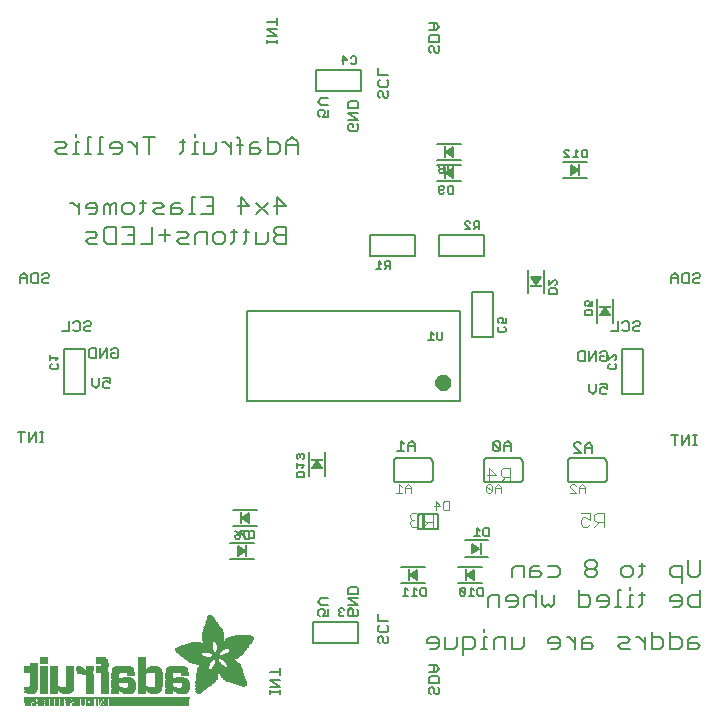
<source format=gbr>
G04 EAGLE Gerber RS-274X export*
G75*
%MOMM*%
%FSLAX34Y34*%
%LPD*%
%INSilkscreen Bottom*%
%IPPOS*%
%AMOC8*
5,1,8,0,0,1.08239X$1,22.5*%
G01*
%ADD10C,0.127000*%
%ADD11C,0.203200*%
%ADD12C,0.812800*%
%ADD13C,0.152400*%
%ADD14R,0.200000X1.000000*%
%ADD15R,1.000000X0.200000*%
%ADD16C,0.076200*%
%ADD17C,0.101600*%
%ADD18R,6.839700X0.016800*%
%ADD19R,0.268300X0.016800*%
%ADD20R,0.268200X0.016800*%
%ADD21R,0.251500X0.016800*%
%ADD22R,0.301800X0.016800*%
%ADD23R,0.251400X0.016800*%
%ADD24R,0.285000X0.016800*%
%ADD25R,0.301700X0.016800*%
%ADD26R,0.419100X0.016800*%
%ADD27R,0.318500X0.016800*%
%ADD28R,0.586700X0.016800*%
%ADD29R,0.586800X0.016800*%
%ADD30R,6.839700X0.016700*%
%ADD31R,0.268300X0.016700*%
%ADD32R,0.251400X0.016700*%
%ADD33R,0.251500X0.016700*%
%ADD34R,0.301800X0.016700*%
%ADD35R,0.285000X0.016700*%
%ADD36R,0.301700X0.016700*%
%ADD37R,0.419100X0.016700*%
%ADD38R,0.318500X0.016700*%
%ADD39R,0.586700X0.016700*%
%ADD40R,0.586800X0.016700*%
%ADD41R,0.318600X0.016800*%
%ADD42R,0.569900X0.016800*%
%ADD43R,0.335300X0.016800*%
%ADD44R,0.234700X0.016800*%
%ADD45R,0.234700X0.016700*%
%ADD46R,0.016700X0.016700*%
%ADD47R,0.318600X0.016700*%
%ADD48R,0.569900X0.016700*%
%ADD49R,0.335300X0.016700*%
%ADD50R,0.217900X0.016800*%
%ADD51R,0.033500X0.016800*%
%ADD52R,0.570000X0.016800*%
%ADD53R,0.201100X0.016700*%
%ADD54R,0.050300X0.016700*%
%ADD55R,0.670500X0.016700*%
%ADD56R,1.005800X0.016700*%
%ADD57R,0.570000X0.016700*%
%ADD58R,0.201100X0.016800*%
%ADD59R,0.067000X0.016800*%
%ADD60R,0.670500X0.016800*%
%ADD61R,1.005800X0.016800*%
%ADD62R,0.184400X0.016800*%
%ADD63R,0.989000X0.016800*%
%ADD64R,0.184400X0.016700*%
%ADD65R,0.067000X0.016700*%
%ADD66R,0.989000X0.016700*%
%ADD67R,0.167600X0.016800*%
%ADD68R,0.083800X0.016800*%
%ADD69R,0.637000X0.016800*%
%ADD70R,0.955500X0.016800*%
%ADD71R,0.150800X0.016800*%
%ADD72R,0.100600X0.016800*%
%ADD73R,0.536400X0.016800*%
%ADD74R,0.854900X0.016800*%
%ADD75R,0.150800X0.016700*%
%ADD76R,0.100600X0.016700*%
%ADD77R,0.352000X0.016700*%
%ADD78R,0.435900X0.016700*%
%ADD79R,0.402400X0.016700*%
%ADD80R,0.368800X0.016700*%
%ADD81R,0.134100X0.016800*%
%ADD82R,0.117300X0.016800*%
%ADD83R,0.435900X0.016800*%
%ADD84R,0.368900X0.016800*%
%ADD85R,0.603500X0.016800*%
%ADD86R,0.134100X0.016700*%
%ADD87R,0.117300X0.016700*%
%ADD88R,0.452600X0.016700*%
%ADD89R,0.620300X0.016700*%
%ADD90R,0.284900X0.016800*%
%ADD91R,0.486200X0.016800*%
%ADD92R,0.653800X0.016800*%
%ADD93R,0.804700X0.016800*%
%ADD94R,0.150900X0.016700*%
%ADD95R,0.268200X0.016700*%
%ADD96R,0.737600X0.016700*%
%ADD97R,0.603500X0.016700*%
%ADD98R,0.922000X0.016700*%
%ADD99R,0.150900X0.016800*%
%ADD100R,0.821400X0.016800*%
%ADD101R,0.972300X0.016800*%
%ADD102R,0.989100X0.016800*%
%ADD103R,0.083800X0.016700*%
%ADD104R,0.167600X0.016700*%
%ADD105R,0.821400X0.016700*%
%ADD106R,0.989100X0.016700*%
%ADD107R,0.201200X0.016700*%
%ADD108R,0.050300X0.016800*%
%ADD109R,0.201200X0.016800*%
%ADD110R,0.217900X0.016700*%
%ADD111R,0.284900X0.016700*%
%ADD112R,0.352100X0.016800*%
%ADD113R,0.620300X0.016800*%
%ADD114R,0.385600X0.016800*%
%ADD115R,0.335200X0.016800*%
%ADD116R,0.385600X0.016700*%
%ADD117R,0.687400X0.016700*%
%ADD118R,13.998000X0.016800*%
%ADD119R,13.998000X0.016700*%
%ADD120R,0.637000X0.016700*%
%ADD121R,0.486100X0.016700*%
%ADD122R,0.637100X0.016700*%
%ADD123R,0.519700X0.016700*%
%ADD124R,0.536500X0.016700*%
%ADD125R,0.787900X0.016800*%
%ADD126R,0.687400X0.016800*%
%ADD127R,0.771200X0.016800*%
%ADD128R,0.637100X0.016800*%
%ADD129R,0.720800X0.016800*%
%ADD130R,0.704100X0.016800*%
%ADD131R,0.754400X0.016800*%
%ADD132R,0.838200X0.016700*%
%ADD133R,0.871800X0.016700*%
%ADD134R,0.871700X0.016700*%
%ADD135R,0.402400X0.016800*%
%ADD136R,0.922100X0.016800*%
%ADD137R,0.938800X0.016800*%
%ADD138R,0.938800X0.016700*%
%ADD139R,1.022600X0.016700*%
%ADD140R,0.972400X0.016700*%
%ADD141R,0.972300X0.016700*%
%ADD142R,0.469400X0.016800*%
%ADD143R,1.072900X0.016800*%
%ADD144R,1.022600X0.016800*%
%ADD145R,1.005900X0.016800*%
%ADD146R,0.502900X0.016800*%
%ADD147R,1.123200X0.016800*%
%ADD148R,1.056200X0.016800*%
%ADD149R,1.123100X0.016800*%
%ADD150R,1.139900X0.016700*%
%ADD151R,1.089600X0.016700*%
%ADD152R,0.553200X0.016800*%
%ADD153R,1.190200X0.016800*%
%ADD154R,1.190300X0.016800*%
%ADD155R,1.039400X0.016800*%
%ADD156R,1.223700X0.016800*%
%ADD157R,1.173500X0.016800*%
%ADD158R,1.223800X0.016800*%
%ADD159R,1.240500X0.016700*%
%ADD160R,1.173500X0.016700*%
%ADD161R,1.240600X0.016700*%
%ADD162R,1.190300X0.016700*%
%ADD163R,1.056200X0.016700*%
%ADD164R,1.274100X0.016800*%
%ADD165R,1.274000X0.016800*%
%ADD166R,1.307600X0.016800*%
%ADD167R,1.257300X0.016800*%
%ADD168R,1.324400X0.016800*%
%ADD169R,0.687300X0.016700*%
%ADD170R,1.324400X0.016700*%
%ADD171R,1.307500X0.016700*%
%ADD172R,1.274100X0.016700*%
%ADD173R,1.072900X0.016700*%
%ADD174R,2.011600X0.016800*%
%ADD175R,1.324300X0.016800*%
%ADD176R,1.978100X0.016800*%
%ADD177R,2.011600X0.016700*%
%ADD178R,1.357900X0.016700*%
%ADD179R,1.994900X0.016700*%
%ADD180R,1.341200X0.016700*%
%ADD181R,1.089700X0.016700*%
%ADD182R,0.754300X0.016800*%
%ADD183R,1.994900X0.016800*%
%ADD184R,1.995000X0.016800*%
%ADD185R,1.089700X0.016800*%
%ADD186R,0.787900X0.016700*%
%ADD187R,1.995000X0.016700*%
%ADD188R,2.028400X0.016800*%
%ADD189R,2.011700X0.016800*%
%ADD190R,1.106500X0.016800*%
%ADD191R,2.028400X0.016700*%
%ADD192R,2.011700X0.016700*%
%ADD193R,1.106500X0.016700*%
%ADD194R,0.888400X0.016800*%
%ADD195R,0.922000X0.016800*%
%ADD196R,0.938700X0.016700*%
%ADD197R,2.045200X0.016800*%
%ADD198R,0.938700X0.016800*%
%ADD199R,0.670600X0.016700*%
%ADD200R,0.888500X0.016700*%
%ADD201R,2.045200X0.016700*%
%ADD202R,0.888400X0.016700*%
%ADD203R,0.804600X0.016800*%
%ADD204R,2.028500X0.016800*%
%ADD205R,1.056100X0.016700*%
%ADD206R,0.771100X0.016700*%
%ADD207R,0.754300X0.016700*%
%ADD208R,2.028500X0.016700*%
%ADD209R,0.737700X0.016700*%
%ADD210R,1.072800X0.016800*%
%ADD211R,0.871700X0.016800*%
%ADD212R,0.737600X0.016800*%
%ADD213R,0.871800X0.016800*%
%ADD214R,1.089600X0.016800*%
%ADD215R,0.704000X0.016800*%
%ADD216R,0.687300X0.016800*%
%ADD217R,0.670600X0.016800*%
%ADD218R,1.123100X0.016700*%
%ADD219R,0.720800X0.016700*%
%ADD220R,0.653700X0.016700*%
%ADD221R,0.653800X0.016700*%
%ADD222R,1.139900X0.016800*%
%ADD223R,1.173400X0.016800*%
%ADD224R,1.190200X0.016700*%
%ADD225R,1.207000X0.016800*%
%ADD226R,1.240500X0.016800*%
%ADD227R,0.469400X0.016700*%
%ADD228R,1.274000X0.016700*%
%ADD229R,0.519600X0.016800*%
%ADD230R,1.341100X0.016800*%
%ADD231R,0.771200X0.016700*%
%ADD232R,1.374600X0.016700*%
%ADD233R,0.838200X0.016800*%
%ADD234R,1.391400X0.016800*%
%ADD235R,1.424900X0.016800*%
%ADD236R,1.441700X0.016700*%
%ADD237R,1.475200X0.016800*%
%ADD238R,1.491900X0.016700*%
%ADD239R,1.525500X0.016800*%
%ADD240R,1.559000X0.016700*%
%ADD241R,1.575800X0.016800*%
%ADD242R,1.307600X0.016700*%
%ADD243R,1.592500X0.016700*%
%ADD244R,1.374700X0.016800*%
%ADD245R,1.609300X0.016800*%
%ADD246R,1.408200X0.016800*%
%ADD247R,1.626100X0.016800*%
%ADD248R,1.626100X0.016700*%
%ADD249R,1.508800X0.016800*%
%ADD250R,1.659600X0.016800*%
%ADD251R,1.559000X0.016800*%
%ADD252R,1.676400X0.016800*%
%ADD253R,1.575800X0.016700*%
%ADD254R,1.676400X0.016700*%
%ADD255R,1.978100X0.016700*%
%ADD256R,1.693100X0.016800*%
%ADD257R,1.642800X0.016800*%
%ADD258R,1.709900X0.016800*%
%ADD259R,1.961300X0.016800*%
%ADD260R,1.726600X0.016700*%
%ADD261R,1.961300X0.016700*%
%ADD262R,1.693200X0.016800*%
%ADD263R,1.726600X0.016800*%
%ADD264R,1.944600X0.016800*%
%ADD265R,1.726700X0.016700*%
%ADD266R,1.743400X0.016700*%
%ADD267R,1.944600X0.016700*%
%ADD268R,1.726700X0.016800*%
%ADD269R,1.760200X0.016800*%
%ADD270R,1.927800X0.016800*%
%ADD271R,1.911000X0.016800*%
%ADD272R,1.793700X0.016700*%
%ADD273R,1.776900X0.016700*%
%ADD274R,1.911100X0.016700*%
%ADD275R,1.894300X0.016700*%
%ADD276R,1.793800X0.016800*%
%ADD277R,1.776900X0.016800*%
%ADD278R,1.911100X0.016800*%
%ADD279R,1.894300X0.016800*%
%ADD280R,1.827300X0.016800*%
%ADD281R,1.810500X0.016800*%
%ADD282R,1.877500X0.016800*%
%ADD283R,1.844100X0.016700*%
%ADD284R,1.810500X0.016700*%
%ADD285R,1.860800X0.016700*%
%ADD286R,1.844000X0.016700*%
%ADD287R,1.860900X0.016800*%
%ADD288R,1.844000X0.016800*%
%ADD289R,1.827200X0.016800*%
%ADD290R,1.860800X0.016800*%
%ADD291R,1.793700X0.016800*%
%ADD292R,1.877600X0.016700*%
%ADD293R,1.827200X0.016700*%
%ADD294R,1.927800X0.016700*%
%ADD295R,1.927900X0.016800*%
%ADD296R,1.944700X0.016700*%
%ADD297R,1.877500X0.016700*%
%ADD298R,1.961400X0.016800*%
%ADD299R,1.961400X0.016700*%
%ADD300R,1.978200X0.016800*%
%ADD301R,1.911000X0.016700*%
%ADD302R,0.620200X0.016800*%
%ADD303R,1.425000X0.016800*%
%ADD304R,0.620200X0.016700*%
%ADD305R,1.425000X0.016700*%
%ADD306R,0.653700X0.016800*%
%ADD307R,0.704100X0.016700*%
%ADD308R,0.804700X0.016700*%
%ADD309R,0.905200X0.016800*%
%ADD310R,1.894400X0.016800*%
%ADD311R,1.927900X0.016700*%
%ADD312R,1.877600X0.016800*%
%ADD313R,3.889300X0.016800*%
%ADD314R,3.872500X0.016700*%
%ADD315R,3.872500X0.016800*%
%ADD316R,3.855700X0.016700*%
%ADD317R,0.754400X0.016700*%
%ADD318R,3.855700X0.016800*%
%ADD319R,3.839000X0.016800*%
%ADD320R,0.720900X0.016800*%
%ADD321R,3.822200X0.016700*%
%ADD322R,2.715700X0.016800*%
%ADD323R,2.632000X0.016800*%
%ADD324R,1.290800X0.016800*%
%ADD325R,2.615200X0.016700*%
%ADD326R,1.257300X0.016700*%
%ADD327R,2.581700X0.016800*%
%ADD328R,1.240600X0.016800*%
%ADD329R,2.564900X0.016800*%
%ADD330R,1.760300X0.016800*%
%ADD331R,2.531400X0.016700*%
%ADD332R,1.156700X0.016700*%
%ADD333R,2.514600X0.016800*%
%ADD334R,0.955600X0.016800*%
%ADD335R,2.497800X0.016800*%
%ADD336R,1.659700X0.016800*%
%ADD337R,2.464300X0.016700*%
%ADD338R,1.039300X0.016700*%
%ADD339R,2.447500X0.016800*%
%ADD340R,1.592500X0.016800*%
%ADD341R,0.536500X0.016800*%
%ADD342R,2.430800X0.016700*%
%ADD343R,1.559100X0.016700*%
%ADD344R,1.542300X0.016700*%
%ADD345R,0.502900X0.016700*%
%ADD346R,2.414000X0.016800*%
%ADD347R,0.905300X0.016800*%
%ADD348R,1.508700X0.016800*%
%ADD349R,0.888500X0.016800*%
%ADD350R,2.397300X0.016800*%
%ADD351R,1.441700X0.016800*%
%ADD352R,0.452700X0.016800*%
%ADD353R,1.290900X0.016700*%
%ADD354R,1.156700X0.016800*%
%ADD355R,0.855000X0.016800*%
%ADD356R,1.123200X0.016700*%
%ADD357R,0.720900X0.016700*%
%ADD358R,1.106400X0.016800*%
%ADD359R,1.106400X0.016700*%
%ADD360R,0.771100X0.016800*%
%ADD361R,0.435800X0.016700*%
%ADD362R,1.592600X0.016700*%
%ADD363R,0.435800X0.016800*%
%ADD364R,1.642900X0.016800*%
%ADD365R,0.402300X0.016800*%
%ADD366R,1.793800X0.016700*%
%ADD367R,0.368800X0.016800*%
%ADD368R,1.056100X0.016800*%
%ADD369R,1.039400X0.016700*%
%ADD370R,2.078800X0.016800*%
%ADD371R,0.335200X0.016700*%
%ADD372R,2.145800X0.016700*%
%ADD373R,2.162600X0.016800*%
%ADD374R,0.352000X0.016800*%
%ADD375R,2.212800X0.016800*%
%ADD376R,2.279900X0.016700*%
%ADD377R,2.330200X0.016800*%
%ADD378R,2.799500X0.016800*%
%ADD379R,2.816300X0.016700*%
%ADD380R,0.955500X0.016700*%
%ADD381R,2.849900X0.016800*%
%ADD382R,2.916900X0.016800*%
%ADD383R,4.224500X0.016700*%
%ADD384R,4.291600X0.016800*%
%ADD385R,4.409000X0.016800*%
%ADD386R,4.509500X0.016700*%
%ADD387R,4.526300X0.016800*%
%ADD388R,4.626800X0.016700*%
%ADD389R,4.693900X0.016800*%
%ADD390R,4.727400X0.016800*%
%ADD391R,2.548200X0.016700*%
%ADD392R,2.179300X0.016700*%
%ADD393R,2.430800X0.016800*%
%ADD394R,2.414000X0.016700*%
%ADD395R,2.414100X0.016800*%
%ADD396R,2.430700X0.016700*%
%ADD397R,2.447600X0.016700*%
%ADD398R,1.559100X0.016800*%
%ADD399R,1.525500X0.016700*%
%ADD400R,1.492000X0.016800*%
%ADD401R,1.491900X0.016800*%
%ADD402R,1.458500X0.016700*%
%ADD403R,2.061900X0.016800*%
%ADD404R,1.408100X0.016700*%
%ADD405R,0.905200X0.016700*%
%ADD406R,2.112300X0.016700*%
%ADD407R,2.179300X0.016800*%
%ADD408R,1.408200X0.016700*%
%ADD409R,2.212900X0.016700*%
%ADD410R,1.140000X0.016800*%
%ADD411R,3.319300X0.016800*%
%ADD412R,1.374700X0.016700*%
%ADD413R,0.402300X0.016700*%
%ADD414R,3.302500X0.016700*%
%ADD415R,3.285700X0.016800*%
%ADD416R,1.357900X0.016800*%
%ADD417R,3.269000X0.016800*%
%ADD418R,3.285800X0.016700*%
%ADD419R,3.268900X0.016800*%
%ADD420R,0.452700X0.016700*%
%ADD421R,3.268900X0.016700*%
%ADD422R,1.391400X0.016700*%
%ADD423R,3.269000X0.016700*%
%ADD424R,1.374600X0.016800*%
%ADD425R,0.519700X0.016800*%
%ADD426R,3.252200X0.016800*%
%ADD427R,3.235400X0.016800*%
%ADD428R,3.235400X0.016700*%
%ADD429R,3.218600X0.016800*%
%ADD430R,3.201900X0.016800*%
%ADD431R,3.201900X0.016700*%
%ADD432R,1.458500X0.016800*%
%ADD433R,1.525600X0.016800*%
%ADD434R,3.185100X0.016800*%
%ADD435R,2.531300X0.016700*%
%ADD436R,3.168400X0.016700*%
%ADD437R,2.531300X0.016800*%
%ADD438R,3.151600X0.016800*%
%ADD439R,2.548100X0.016800*%
%ADD440R,3.134900X0.016800*%
%ADD441R,2.564900X0.016700*%
%ADD442R,3.118100X0.016700*%
%ADD443R,2.581600X0.016800*%
%ADD444R,3.101400X0.016800*%
%ADD445R,2.598400X0.016700*%
%ADD446R,3.067900X0.016700*%
%ADD447R,2.598400X0.016800*%
%ADD448R,3.034300X0.016800*%
%ADD449R,2.615100X0.016800*%
%ADD450R,3.000800X0.016800*%
%ADD451R,2.631900X0.016700*%
%ADD452R,2.950500X0.016700*%
%ADD453R,2.648700X0.016800*%
%ADD454R,2.900200X0.016800*%
%ADD455R,2.665500X0.016800*%
%ADD456R,2.682200X0.016700*%
%ADD457R,2.799600X0.016700*%
%ADD458R,2.699000X0.016800*%
%ADD459R,2.732500X0.016800*%
%ADD460R,2.749300X0.016700*%
%ADD461R,2.632000X0.016700*%
%ADD462R,2.749300X0.016800*%
%ADD463R,2.766100X0.016700*%
%ADD464R,2.766100X0.016800*%
%ADD465R,2.481100X0.016800*%
%ADD466R,2.782900X0.016800*%
%ADD467R,2.380500X0.016700*%
%ADD468R,2.833100X0.016800*%
%ADD469R,1.592600X0.016800*%
%ADD470R,2.849900X0.016700*%
%ADD471R,2.883400X0.016800*%
%ADD472R,2.917000X0.016700*%
%ADD473R,2.933700X0.016800*%
%ADD474R,2.967200X0.016800*%
%ADD475R,2.967200X0.016700*%
%ADD476R,3.017500X0.016700*%
%ADD477R,3.051000X0.016800*%
%ADD478R,0.788000X0.016800*%
%ADD479R,3.084600X0.016800*%
%ADD480R,2.397300X0.016700*%
%ADD481R,2.397200X0.016800*%
%ADD482R,1.760200X0.016700*%
%ADD483R,2.397200X0.016700*%
%ADD484R,1.827300X0.016700*%
%ADD485R,2.380500X0.016800*%
%ADD486R,2.363700X0.016800*%
%ADD487R,2.363700X0.016700*%
%ADD488R,2.346900X0.016800*%
%ADD489R,2.296600X0.016700*%
%ADD490R,2.279900X0.016800*%
%ADD491R,2.246300X0.016800*%
%ADD492R,2.229600X0.016700*%
%ADD493R,2.129100X0.016800*%
%ADD494R,2.112300X0.016800*%
%ADD495R,1.609300X0.016700*%
%ADD496R,1.743400X0.016800*%
%ADD497R,1.693100X0.016700*%
%ADD498R,1.659700X0.016700*%
%ADD499R,1.575900X0.016800*%
%ADD500R,1.575900X0.016700*%
%ADD501R,1.475200X0.016700*%
%ADD502R,1.324300X0.016700*%
%ADD503R,1.290800X0.016700*%
%ADD504R,1.207000X0.016700*%
%ADD505R,0.854900X0.016700*%
%ADD506R,0.821500X0.016700*%
%ADD507R,0.821500X0.016800*%
%ADD508R,0.218000X0.016800*%

G36*
X83325Y169713D02*
X83325Y169713D01*
X83396Y169711D01*
X83465Y169729D01*
X83536Y169738D01*
X83602Y169765D01*
X83671Y169783D01*
X83732Y169820D01*
X83798Y169847D01*
X83854Y169892D01*
X83916Y169929D01*
X83965Y169980D01*
X84020Y170025D01*
X84061Y170084D01*
X84110Y170136D01*
X84143Y170199D01*
X84184Y170257D01*
X84207Y170325D01*
X84240Y170389D01*
X84250Y170448D01*
X84277Y170526D01*
X84283Y170645D01*
X84295Y170720D01*
X84295Y174720D01*
X84285Y174791D01*
X84285Y174863D01*
X84265Y174931D01*
X84255Y175002D01*
X84226Y175067D01*
X84206Y175136D01*
X84168Y175196D01*
X84139Y175261D01*
X84093Y175316D01*
X84055Y175376D01*
X84002Y175424D01*
X83956Y175478D01*
X83896Y175518D01*
X83842Y175565D01*
X83778Y175596D01*
X83719Y175636D01*
X83651Y175657D01*
X83586Y175688D01*
X83516Y175700D01*
X83448Y175721D01*
X83376Y175723D01*
X83306Y175735D01*
X83235Y175727D01*
X83164Y175729D01*
X83094Y175710D01*
X83023Y175702D01*
X82968Y175677D01*
X82889Y175657D01*
X82786Y175596D01*
X82717Y175565D01*
X79717Y173565D01*
X79630Y173488D01*
X79540Y173415D01*
X79525Y173393D01*
X79505Y173375D01*
X79443Y173278D01*
X79376Y173183D01*
X79368Y173157D01*
X79353Y173135D01*
X79321Y173024D01*
X79283Y172914D01*
X79282Y172887D01*
X79275Y172862D01*
X79275Y172746D01*
X79269Y172630D01*
X79275Y172604D01*
X79275Y172577D01*
X79307Y172466D01*
X79333Y172353D01*
X79346Y172330D01*
X79354Y172304D01*
X79416Y172206D01*
X79472Y172105D01*
X79490Y172089D01*
X79505Y172064D01*
X79713Y171879D01*
X79717Y171875D01*
X82717Y169875D01*
X82781Y169844D01*
X82841Y169805D01*
X82909Y169783D01*
X82973Y169752D01*
X83044Y169740D01*
X83112Y169719D01*
X83183Y169717D01*
X83254Y169705D01*
X83325Y169713D01*
G37*
G36*
X186005Y154473D02*
X186005Y154473D01*
X186076Y154471D01*
X186146Y154490D01*
X186217Y154498D01*
X186272Y154523D01*
X186351Y154543D01*
X186454Y154604D01*
X186523Y154635D01*
X189523Y156635D01*
X189610Y156712D01*
X189700Y156785D01*
X189715Y156807D01*
X189735Y156825D01*
X189797Y156922D01*
X189864Y157017D01*
X189872Y157043D01*
X189887Y157065D01*
X189919Y157176D01*
X189957Y157286D01*
X189958Y157313D01*
X189965Y157338D01*
X189965Y157454D01*
X189971Y157570D01*
X189965Y157596D01*
X189965Y157623D01*
X189933Y157734D01*
X189907Y157847D01*
X189894Y157870D01*
X189886Y157896D01*
X189824Y157994D01*
X189768Y158095D01*
X189750Y158111D01*
X189735Y158136D01*
X189527Y158321D01*
X189523Y158325D01*
X186523Y160325D01*
X186459Y160356D01*
X186399Y160396D01*
X186331Y160417D01*
X186267Y160448D01*
X186196Y160460D01*
X186128Y160481D01*
X186057Y160483D01*
X185987Y160495D01*
X185915Y160487D01*
X185844Y160489D01*
X185775Y160471D01*
X185704Y160462D01*
X185638Y160435D01*
X185569Y160417D01*
X185508Y160380D01*
X185442Y160353D01*
X185386Y160308D01*
X185324Y160272D01*
X185275Y160220D01*
X185220Y160175D01*
X185179Y160117D01*
X185130Y160064D01*
X185097Y160001D01*
X185056Y159943D01*
X185033Y159875D01*
X185000Y159811D01*
X184990Y159752D01*
X184963Y159674D01*
X184957Y159555D01*
X184945Y159480D01*
X184945Y155480D01*
X184955Y155409D01*
X184955Y155337D01*
X184975Y155269D01*
X184985Y155199D01*
X185014Y155133D01*
X185034Y155064D01*
X185072Y155004D01*
X185101Y154939D01*
X185147Y154884D01*
X185185Y154824D01*
X185239Y154776D01*
X185285Y154722D01*
X185344Y154682D01*
X185398Y154635D01*
X185462Y154604D01*
X185521Y154565D01*
X185590Y154543D01*
X185654Y154512D01*
X185724Y154500D01*
X185792Y154479D01*
X185864Y154477D01*
X185935Y154465D01*
X186005Y154473D01*
G37*
G36*
X83325Y151933D02*
X83325Y151933D01*
X83396Y151931D01*
X83465Y151949D01*
X83536Y151958D01*
X83602Y151985D01*
X83671Y152003D01*
X83732Y152040D01*
X83798Y152067D01*
X83854Y152112D01*
X83916Y152149D01*
X83965Y152200D01*
X84020Y152245D01*
X84061Y152304D01*
X84110Y152356D01*
X84143Y152419D01*
X84184Y152477D01*
X84207Y152545D01*
X84240Y152609D01*
X84250Y152668D01*
X84277Y152746D01*
X84283Y152865D01*
X84295Y152940D01*
X84295Y156940D01*
X84285Y157011D01*
X84285Y157083D01*
X84265Y157151D01*
X84255Y157222D01*
X84226Y157287D01*
X84206Y157356D01*
X84168Y157416D01*
X84139Y157481D01*
X84093Y157536D01*
X84055Y157596D01*
X84002Y157644D01*
X83956Y157698D01*
X83896Y157738D01*
X83842Y157785D01*
X83778Y157816D01*
X83719Y157856D01*
X83651Y157877D01*
X83586Y157908D01*
X83516Y157920D01*
X83448Y157941D01*
X83376Y157943D01*
X83306Y157955D01*
X83235Y157947D01*
X83164Y157949D01*
X83094Y157930D01*
X83023Y157922D01*
X82968Y157897D01*
X82889Y157877D01*
X82786Y157816D01*
X82717Y157785D01*
X79717Y155785D01*
X79630Y155708D01*
X79540Y155635D01*
X79525Y155613D01*
X79505Y155595D01*
X79443Y155498D01*
X79376Y155403D01*
X79368Y155377D01*
X79353Y155355D01*
X79321Y155244D01*
X79283Y155134D01*
X79282Y155107D01*
X79275Y155082D01*
X79275Y154966D01*
X79269Y154850D01*
X79275Y154824D01*
X79275Y154797D01*
X79307Y154686D01*
X79333Y154573D01*
X79346Y154550D01*
X79354Y154524D01*
X79416Y154426D01*
X79472Y154325D01*
X79490Y154309D01*
X79505Y154284D01*
X79713Y154099D01*
X79717Y154095D01*
X82717Y152095D01*
X82781Y152064D01*
X82841Y152025D01*
X82909Y152003D01*
X82973Y151972D01*
X83044Y151960D01*
X83112Y151939D01*
X83183Y151937D01*
X83254Y151925D01*
X83325Y151933D01*
G37*
G36*
X155016Y61155D02*
X155016Y61155D01*
X155043Y61155D01*
X155154Y61187D01*
X155267Y61213D01*
X155290Y61226D01*
X155316Y61234D01*
X155414Y61296D01*
X155515Y61352D01*
X155531Y61370D01*
X155556Y61385D01*
X155741Y61593D01*
X155745Y61597D01*
X157745Y64597D01*
X157776Y64661D01*
X157816Y64721D01*
X157837Y64789D01*
X157868Y64853D01*
X157880Y64924D01*
X157901Y64992D01*
X157903Y65063D01*
X157915Y65134D01*
X157907Y65205D01*
X157909Y65276D01*
X157891Y65345D01*
X157882Y65416D01*
X157855Y65482D01*
X157837Y65551D01*
X157800Y65612D01*
X157773Y65678D01*
X157728Y65734D01*
X157692Y65796D01*
X157640Y65845D01*
X157595Y65900D01*
X157537Y65941D01*
X157484Y65990D01*
X157421Y66023D01*
X157363Y66064D01*
X157295Y66087D01*
X157231Y66120D01*
X157172Y66130D01*
X157094Y66157D01*
X156975Y66163D01*
X156900Y66175D01*
X152900Y66175D01*
X152829Y66165D01*
X152757Y66165D01*
X152689Y66145D01*
X152619Y66135D01*
X152553Y66106D01*
X152484Y66086D01*
X152424Y66048D01*
X152359Y66019D01*
X152304Y65973D01*
X152244Y65935D01*
X152196Y65882D01*
X152142Y65836D01*
X152102Y65776D01*
X152055Y65722D01*
X152024Y65658D01*
X151985Y65599D01*
X151963Y65531D01*
X151932Y65466D01*
X151920Y65396D01*
X151899Y65328D01*
X151897Y65256D01*
X151885Y65186D01*
X151893Y65115D01*
X151891Y65044D01*
X151910Y64974D01*
X151918Y64903D01*
X151943Y64848D01*
X151963Y64769D01*
X152024Y64666D01*
X152055Y64597D01*
X154055Y61597D01*
X154132Y61510D01*
X154205Y61420D01*
X154227Y61405D01*
X154245Y61385D01*
X154342Y61323D01*
X154437Y61256D01*
X154463Y61248D01*
X154485Y61233D01*
X154596Y61201D01*
X154706Y61163D01*
X154733Y61162D01*
X154758Y61155D01*
X154874Y61155D01*
X154990Y61149D01*
X155016Y61155D01*
G37*
G36*
X215431Y35095D02*
X215431Y35095D01*
X215503Y35095D01*
X215571Y35115D01*
X215642Y35125D01*
X215707Y35154D01*
X215776Y35174D01*
X215836Y35212D01*
X215901Y35241D01*
X215956Y35287D01*
X216016Y35325D01*
X216064Y35379D01*
X216118Y35425D01*
X216158Y35484D01*
X216205Y35538D01*
X216236Y35602D01*
X216276Y35661D01*
X216297Y35730D01*
X216328Y35794D01*
X216340Y35864D01*
X216361Y35932D01*
X216363Y36004D01*
X216375Y36075D01*
X216367Y36145D01*
X216369Y36216D01*
X216350Y36286D01*
X216342Y36357D01*
X216317Y36412D01*
X216297Y36491D01*
X216236Y36594D01*
X216205Y36663D01*
X214205Y39663D01*
X214128Y39750D01*
X214055Y39840D01*
X214033Y39855D01*
X214015Y39875D01*
X213918Y39937D01*
X213823Y40004D01*
X213797Y40012D01*
X213775Y40027D01*
X213664Y40059D01*
X213554Y40097D01*
X213527Y40098D01*
X213502Y40105D01*
X213386Y40105D01*
X213270Y40111D01*
X213244Y40105D01*
X213217Y40105D01*
X213106Y40073D01*
X212993Y40047D01*
X212970Y40034D01*
X212944Y40026D01*
X212846Y39964D01*
X212745Y39908D01*
X212729Y39890D01*
X212704Y39875D01*
X212519Y39667D01*
X212515Y39663D01*
X210515Y36663D01*
X210484Y36599D01*
X210445Y36539D01*
X210423Y36471D01*
X210392Y36407D01*
X210380Y36336D01*
X210359Y36268D01*
X210357Y36197D01*
X210345Y36127D01*
X210353Y36055D01*
X210351Y35984D01*
X210369Y35915D01*
X210378Y35844D01*
X210405Y35778D01*
X210423Y35709D01*
X210460Y35648D01*
X210487Y35582D01*
X210532Y35526D01*
X210569Y35464D01*
X210620Y35415D01*
X210665Y35360D01*
X210724Y35319D01*
X210776Y35270D01*
X210839Y35237D01*
X210897Y35196D01*
X210965Y35173D01*
X211029Y35140D01*
X211088Y35130D01*
X211166Y35103D01*
X211285Y35097D01*
X211360Y35085D01*
X215360Y35085D01*
X215431Y35095D01*
G37*
G36*
X-28409Y-94445D02*
X-28409Y-94445D01*
X-28337Y-94445D01*
X-28269Y-94425D01*
X-28199Y-94415D01*
X-28133Y-94386D01*
X-28064Y-94366D01*
X-28004Y-94328D01*
X-27939Y-94299D01*
X-27884Y-94253D01*
X-27824Y-94215D01*
X-27776Y-94162D01*
X-27722Y-94116D01*
X-27682Y-94056D01*
X-27635Y-94002D01*
X-27604Y-93938D01*
X-27565Y-93879D01*
X-27543Y-93811D01*
X-27512Y-93746D01*
X-27500Y-93676D01*
X-27479Y-93608D01*
X-27477Y-93536D01*
X-27465Y-93466D01*
X-27473Y-93395D01*
X-27471Y-93324D01*
X-27490Y-93254D01*
X-27498Y-93183D01*
X-27523Y-93128D01*
X-27543Y-93049D01*
X-27604Y-92946D01*
X-27635Y-92877D01*
X-29635Y-89877D01*
X-29712Y-89790D01*
X-29785Y-89700D01*
X-29807Y-89685D01*
X-29825Y-89665D01*
X-29922Y-89603D01*
X-30017Y-89536D01*
X-30043Y-89528D01*
X-30065Y-89513D01*
X-30176Y-89481D01*
X-30286Y-89443D01*
X-30313Y-89442D01*
X-30338Y-89435D01*
X-30454Y-89435D01*
X-30570Y-89429D01*
X-30596Y-89435D01*
X-30623Y-89435D01*
X-30734Y-89467D01*
X-30847Y-89493D01*
X-30870Y-89506D01*
X-30896Y-89514D01*
X-30994Y-89576D01*
X-31095Y-89632D01*
X-31111Y-89650D01*
X-31136Y-89665D01*
X-31321Y-89873D01*
X-31325Y-89877D01*
X-33325Y-92877D01*
X-33356Y-92941D01*
X-33396Y-93001D01*
X-33417Y-93069D01*
X-33448Y-93133D01*
X-33460Y-93204D01*
X-33481Y-93272D01*
X-33483Y-93343D01*
X-33495Y-93414D01*
X-33487Y-93485D01*
X-33489Y-93556D01*
X-33471Y-93625D01*
X-33462Y-93696D01*
X-33435Y-93762D01*
X-33417Y-93831D01*
X-33380Y-93892D01*
X-33353Y-93958D01*
X-33308Y-94014D01*
X-33272Y-94076D01*
X-33220Y-94125D01*
X-33175Y-94180D01*
X-33117Y-94221D01*
X-33064Y-94270D01*
X-33001Y-94303D01*
X-32943Y-94344D01*
X-32875Y-94367D01*
X-32811Y-94400D01*
X-32752Y-94410D01*
X-32674Y-94437D01*
X-32555Y-94443D01*
X-32480Y-94455D01*
X-28480Y-94455D01*
X-28409Y-94445D01*
G37*
G36*
X-89395Y-140167D02*
X-89395Y-140167D01*
X-89324Y-140169D01*
X-89255Y-140151D01*
X-89184Y-140142D01*
X-89118Y-140115D01*
X-89049Y-140097D01*
X-88988Y-140060D01*
X-88922Y-140033D01*
X-88866Y-139988D01*
X-88804Y-139952D01*
X-88755Y-139900D01*
X-88700Y-139855D01*
X-88659Y-139797D01*
X-88610Y-139744D01*
X-88577Y-139681D01*
X-88536Y-139623D01*
X-88513Y-139555D01*
X-88480Y-139491D01*
X-88470Y-139432D01*
X-88443Y-139354D01*
X-88437Y-139235D01*
X-88425Y-139160D01*
X-88425Y-135160D01*
X-88435Y-135089D01*
X-88435Y-135017D01*
X-88455Y-134949D01*
X-88465Y-134879D01*
X-88494Y-134813D01*
X-88514Y-134744D01*
X-88552Y-134684D01*
X-88581Y-134619D01*
X-88627Y-134564D01*
X-88665Y-134504D01*
X-88719Y-134456D01*
X-88765Y-134402D01*
X-88824Y-134362D01*
X-88878Y-134315D01*
X-88942Y-134284D01*
X-89001Y-134245D01*
X-89070Y-134223D01*
X-89134Y-134192D01*
X-89204Y-134180D01*
X-89272Y-134159D01*
X-89344Y-134157D01*
X-89415Y-134145D01*
X-89485Y-134153D01*
X-89556Y-134151D01*
X-89626Y-134170D01*
X-89697Y-134178D01*
X-89752Y-134203D01*
X-89831Y-134223D01*
X-89934Y-134284D01*
X-90003Y-134315D01*
X-93003Y-136315D01*
X-93090Y-136392D01*
X-93180Y-136465D01*
X-93195Y-136487D01*
X-93215Y-136505D01*
X-93277Y-136602D01*
X-93344Y-136697D01*
X-93352Y-136723D01*
X-93367Y-136745D01*
X-93399Y-136856D01*
X-93437Y-136966D01*
X-93438Y-136993D01*
X-93445Y-137018D01*
X-93445Y-137134D01*
X-93451Y-137250D01*
X-93445Y-137276D01*
X-93445Y-137303D01*
X-93413Y-137414D01*
X-93387Y-137527D01*
X-93374Y-137550D01*
X-93366Y-137576D01*
X-93304Y-137674D01*
X-93248Y-137775D01*
X-93230Y-137791D01*
X-93215Y-137816D01*
X-93007Y-138001D01*
X-93003Y-138005D01*
X-90003Y-140005D01*
X-89939Y-140036D01*
X-89879Y-140076D01*
X-89811Y-140097D01*
X-89747Y-140128D01*
X-89676Y-140140D01*
X-89608Y-140161D01*
X-89537Y-140163D01*
X-89467Y-140175D01*
X-89395Y-140167D01*
G37*
G36*
X102525Y-166007D02*
X102525Y-166007D01*
X102596Y-166009D01*
X102666Y-165990D01*
X102737Y-165982D01*
X102792Y-165957D01*
X102871Y-165937D01*
X102974Y-165876D01*
X103043Y-165845D01*
X106043Y-163845D01*
X106130Y-163768D01*
X106220Y-163695D01*
X106235Y-163673D01*
X106255Y-163655D01*
X106317Y-163558D01*
X106384Y-163463D01*
X106392Y-163437D01*
X106407Y-163415D01*
X106439Y-163304D01*
X106477Y-163194D01*
X106478Y-163167D01*
X106485Y-163142D01*
X106485Y-163026D01*
X106491Y-162910D01*
X106485Y-162884D01*
X106485Y-162857D01*
X106453Y-162746D01*
X106427Y-162633D01*
X106414Y-162610D01*
X106406Y-162584D01*
X106344Y-162486D01*
X106288Y-162385D01*
X106270Y-162369D01*
X106255Y-162344D01*
X106047Y-162159D01*
X106043Y-162155D01*
X103043Y-160155D01*
X102979Y-160124D01*
X102919Y-160085D01*
X102851Y-160063D01*
X102787Y-160032D01*
X102716Y-160020D01*
X102648Y-159999D01*
X102577Y-159997D01*
X102507Y-159985D01*
X102435Y-159993D01*
X102364Y-159991D01*
X102295Y-160009D01*
X102224Y-160018D01*
X102158Y-160045D01*
X102089Y-160063D01*
X102028Y-160100D01*
X101962Y-160127D01*
X101906Y-160172D01*
X101844Y-160209D01*
X101795Y-160260D01*
X101740Y-160305D01*
X101699Y-160364D01*
X101650Y-160416D01*
X101617Y-160479D01*
X101576Y-160537D01*
X101553Y-160605D01*
X101520Y-160669D01*
X101510Y-160728D01*
X101483Y-160806D01*
X101477Y-160925D01*
X101465Y-161000D01*
X101465Y-165000D01*
X101475Y-165071D01*
X101475Y-165143D01*
X101495Y-165211D01*
X101505Y-165282D01*
X101534Y-165347D01*
X101554Y-165416D01*
X101592Y-165476D01*
X101621Y-165541D01*
X101667Y-165596D01*
X101705Y-165656D01*
X101759Y-165704D01*
X101805Y-165758D01*
X101864Y-165798D01*
X101918Y-165845D01*
X101982Y-165876D01*
X102041Y-165916D01*
X102110Y-165937D01*
X102174Y-165968D01*
X102244Y-165980D01*
X102312Y-166001D01*
X102384Y-166003D01*
X102455Y-166015D01*
X102525Y-166007D01*
G37*
G36*
X-95935Y-168107D02*
X-95935Y-168107D01*
X-95864Y-168109D01*
X-95794Y-168090D01*
X-95723Y-168082D01*
X-95668Y-168057D01*
X-95589Y-168037D01*
X-95486Y-167976D01*
X-95417Y-167945D01*
X-92417Y-165945D01*
X-92330Y-165868D01*
X-92240Y-165795D01*
X-92225Y-165773D01*
X-92205Y-165755D01*
X-92143Y-165658D01*
X-92076Y-165563D01*
X-92068Y-165537D01*
X-92053Y-165515D01*
X-92021Y-165404D01*
X-91983Y-165294D01*
X-91982Y-165267D01*
X-91975Y-165242D01*
X-91975Y-165126D01*
X-91969Y-165010D01*
X-91975Y-164984D01*
X-91975Y-164957D01*
X-92007Y-164846D01*
X-92033Y-164733D01*
X-92046Y-164710D01*
X-92054Y-164684D01*
X-92116Y-164586D01*
X-92172Y-164485D01*
X-92190Y-164469D01*
X-92205Y-164444D01*
X-92413Y-164259D01*
X-92417Y-164255D01*
X-95417Y-162255D01*
X-95481Y-162224D01*
X-95541Y-162185D01*
X-95609Y-162163D01*
X-95673Y-162132D01*
X-95744Y-162120D01*
X-95812Y-162099D01*
X-95883Y-162097D01*
X-95954Y-162085D01*
X-96025Y-162093D01*
X-96096Y-162091D01*
X-96165Y-162109D01*
X-96236Y-162118D01*
X-96302Y-162145D01*
X-96371Y-162163D01*
X-96432Y-162200D01*
X-96498Y-162227D01*
X-96554Y-162272D01*
X-96616Y-162309D01*
X-96665Y-162360D01*
X-96720Y-162405D01*
X-96761Y-162464D01*
X-96810Y-162516D01*
X-96843Y-162579D01*
X-96884Y-162637D01*
X-96907Y-162705D01*
X-96940Y-162769D01*
X-96950Y-162828D01*
X-96977Y-162906D01*
X-96983Y-163025D01*
X-96995Y-163100D01*
X-96995Y-167100D01*
X-96985Y-167171D01*
X-96985Y-167243D01*
X-96965Y-167311D01*
X-96955Y-167382D01*
X-96926Y-167447D01*
X-96906Y-167516D01*
X-96868Y-167576D01*
X-96839Y-167641D01*
X-96793Y-167696D01*
X-96755Y-167756D01*
X-96702Y-167804D01*
X-96656Y-167858D01*
X-96596Y-167898D01*
X-96542Y-167945D01*
X-96478Y-167976D01*
X-96419Y-168016D01*
X-96351Y-168037D01*
X-96286Y-168068D01*
X-96216Y-168080D01*
X-96148Y-168101D01*
X-96076Y-168103D01*
X-96006Y-168115D01*
X-95935Y-168107D01*
G37*
G36*
X52845Y-188427D02*
X52845Y-188427D01*
X52916Y-188429D01*
X52985Y-188411D01*
X53056Y-188402D01*
X53122Y-188375D01*
X53191Y-188357D01*
X53252Y-188320D01*
X53318Y-188293D01*
X53374Y-188248D01*
X53436Y-188212D01*
X53485Y-188160D01*
X53540Y-188115D01*
X53581Y-188057D01*
X53630Y-188004D01*
X53663Y-187941D01*
X53704Y-187883D01*
X53727Y-187815D01*
X53760Y-187751D01*
X53770Y-187692D01*
X53797Y-187614D01*
X53803Y-187495D01*
X53815Y-187420D01*
X53815Y-183420D01*
X53805Y-183349D01*
X53805Y-183277D01*
X53785Y-183209D01*
X53775Y-183139D01*
X53746Y-183073D01*
X53726Y-183004D01*
X53688Y-182944D01*
X53659Y-182879D01*
X53613Y-182824D01*
X53575Y-182764D01*
X53522Y-182716D01*
X53476Y-182662D01*
X53416Y-182622D01*
X53362Y-182575D01*
X53298Y-182544D01*
X53239Y-182505D01*
X53171Y-182483D01*
X53106Y-182452D01*
X53036Y-182440D01*
X52968Y-182419D01*
X52896Y-182417D01*
X52826Y-182405D01*
X52755Y-182413D01*
X52684Y-182411D01*
X52614Y-182430D01*
X52543Y-182438D01*
X52488Y-182463D01*
X52409Y-182483D01*
X52306Y-182544D01*
X52237Y-182575D01*
X49237Y-184575D01*
X49150Y-184652D01*
X49060Y-184725D01*
X49045Y-184747D01*
X49025Y-184765D01*
X48963Y-184862D01*
X48896Y-184957D01*
X48888Y-184983D01*
X48873Y-185005D01*
X48841Y-185116D01*
X48803Y-185226D01*
X48802Y-185253D01*
X48795Y-185278D01*
X48795Y-185394D01*
X48789Y-185510D01*
X48795Y-185536D01*
X48795Y-185563D01*
X48827Y-185674D01*
X48853Y-185787D01*
X48866Y-185810D01*
X48874Y-185836D01*
X48936Y-185934D01*
X48992Y-186035D01*
X49010Y-186051D01*
X49025Y-186076D01*
X49233Y-186261D01*
X49237Y-186265D01*
X52237Y-188265D01*
X52301Y-188296D01*
X52361Y-188336D01*
X52429Y-188357D01*
X52493Y-188388D01*
X52564Y-188400D01*
X52632Y-188421D01*
X52703Y-188423D01*
X52774Y-188435D01*
X52845Y-188427D01*
G37*
G36*
X101105Y-188427D02*
X101105Y-188427D01*
X101176Y-188429D01*
X101245Y-188411D01*
X101316Y-188402D01*
X101382Y-188375D01*
X101451Y-188357D01*
X101512Y-188320D01*
X101578Y-188293D01*
X101634Y-188248D01*
X101696Y-188212D01*
X101745Y-188160D01*
X101800Y-188115D01*
X101841Y-188057D01*
X101890Y-188004D01*
X101923Y-187941D01*
X101964Y-187883D01*
X101987Y-187815D01*
X102020Y-187751D01*
X102030Y-187692D01*
X102057Y-187614D01*
X102063Y-187495D01*
X102075Y-187420D01*
X102075Y-183420D01*
X102065Y-183349D01*
X102065Y-183277D01*
X102045Y-183209D01*
X102035Y-183139D01*
X102006Y-183073D01*
X101986Y-183004D01*
X101948Y-182944D01*
X101919Y-182879D01*
X101873Y-182824D01*
X101835Y-182764D01*
X101782Y-182716D01*
X101736Y-182662D01*
X101676Y-182622D01*
X101622Y-182575D01*
X101558Y-182544D01*
X101499Y-182505D01*
X101431Y-182483D01*
X101366Y-182452D01*
X101296Y-182440D01*
X101228Y-182419D01*
X101156Y-182417D01*
X101086Y-182405D01*
X101015Y-182413D01*
X100944Y-182411D01*
X100874Y-182430D01*
X100803Y-182438D01*
X100748Y-182463D01*
X100669Y-182483D01*
X100566Y-182544D01*
X100497Y-182575D01*
X97497Y-184575D01*
X97410Y-184652D01*
X97320Y-184725D01*
X97305Y-184747D01*
X97285Y-184765D01*
X97223Y-184862D01*
X97156Y-184957D01*
X97148Y-184983D01*
X97133Y-185005D01*
X97101Y-185116D01*
X97063Y-185226D01*
X97062Y-185253D01*
X97055Y-185278D01*
X97055Y-185394D01*
X97049Y-185510D01*
X97055Y-185536D01*
X97055Y-185563D01*
X97087Y-185674D01*
X97113Y-185787D01*
X97126Y-185810D01*
X97134Y-185836D01*
X97196Y-185934D01*
X97252Y-186035D01*
X97270Y-186051D01*
X97285Y-186076D01*
X97493Y-186261D01*
X97497Y-186265D01*
X100497Y-188265D01*
X100561Y-188296D01*
X100621Y-188336D01*
X100689Y-188357D01*
X100753Y-188388D01*
X100824Y-188400D01*
X100892Y-188421D01*
X100963Y-188423D01*
X101034Y-188435D01*
X101105Y-188427D01*
G37*
D10*
X71550Y262981D02*
X73033Y261498D01*
X73033Y258532D01*
X71550Y257049D01*
X70067Y257049D01*
X68584Y258532D01*
X68584Y261498D01*
X67101Y262981D01*
X65618Y262981D01*
X64135Y261498D01*
X64135Y258532D01*
X65618Y257049D01*
X64135Y266405D02*
X73033Y266405D01*
X64135Y266405D02*
X64135Y270853D01*
X65618Y272336D01*
X71550Y272336D01*
X73033Y270853D01*
X73033Y266405D01*
X70067Y275760D02*
X64135Y275760D01*
X70067Y275760D02*
X73033Y278726D01*
X70067Y281692D01*
X64135Y281692D01*
X68584Y281692D02*
X68584Y275760D01*
X288199Y69010D02*
X289682Y70493D01*
X292648Y70493D01*
X294131Y69010D01*
X294131Y67527D01*
X292648Y66044D01*
X289682Y66044D01*
X288199Y64561D01*
X288199Y63078D01*
X289682Y61595D01*
X292648Y61595D01*
X294131Y63078D01*
X284775Y61595D02*
X284775Y70493D01*
X284775Y61595D02*
X280327Y61595D01*
X278844Y63078D01*
X278844Y69010D01*
X280327Y70493D01*
X284775Y70493D01*
X275420Y67527D02*
X275420Y61595D01*
X275420Y67527D02*
X272454Y70493D01*
X269488Y67527D01*
X269488Y61595D01*
X269488Y66044D02*
X275420Y66044D01*
X71550Y-280453D02*
X73033Y-281936D01*
X73033Y-284902D01*
X71550Y-286385D01*
X70067Y-286385D01*
X68584Y-284902D01*
X68584Y-281936D01*
X67101Y-280453D01*
X65618Y-280453D01*
X64135Y-281936D01*
X64135Y-284902D01*
X65618Y-286385D01*
X64135Y-277030D02*
X73033Y-277030D01*
X64135Y-277030D02*
X64135Y-272581D01*
X65618Y-271098D01*
X71550Y-271098D01*
X73033Y-272581D01*
X73033Y-277030D01*
X70067Y-267675D02*
X64135Y-267675D01*
X70067Y-267675D02*
X73033Y-264709D01*
X70067Y-261743D01*
X64135Y-261743D01*
X68584Y-261743D02*
X68584Y-267675D01*
X-263107Y69010D02*
X-261624Y70493D01*
X-258658Y70493D01*
X-257175Y69010D01*
X-257175Y67527D01*
X-258658Y66044D01*
X-261624Y66044D01*
X-263107Y64561D01*
X-263107Y63078D01*
X-261624Y61595D01*
X-258658Y61595D01*
X-257175Y63078D01*
X-266530Y61595D02*
X-266530Y70493D01*
X-266530Y61595D02*
X-270979Y61595D01*
X-272462Y63078D01*
X-272462Y69010D01*
X-270979Y70493D01*
X-266530Y70493D01*
X-275885Y67527D02*
X-275885Y61595D01*
X-275885Y67527D02*
X-278851Y70493D01*
X-281817Y67527D01*
X-281817Y61595D01*
X-281817Y66044D02*
X-275885Y66044D01*
X-265221Y-73025D02*
X-262255Y-73025D01*
X-263738Y-73025D02*
X-263738Y-64127D01*
X-262255Y-64127D02*
X-265221Y-64127D01*
X-268492Y-64127D02*
X-268492Y-73025D01*
X-274424Y-73025D02*
X-268492Y-64127D01*
X-274424Y-64127D02*
X-274424Y-73025D01*
X-280813Y-73025D02*
X-280813Y-64127D01*
X-277847Y-64127D02*
X-283779Y-64127D01*
X-70485Y-282966D02*
X-70485Y-285932D01*
X-70485Y-284449D02*
X-61587Y-284449D01*
X-61587Y-285932D02*
X-61587Y-282966D01*
X-61587Y-279695D02*
X-70485Y-279695D01*
X-70485Y-273764D02*
X-61587Y-279695D01*
X-61587Y-273764D02*
X-70485Y-273764D01*
X-70485Y-267374D02*
X-61587Y-267374D01*
X-61587Y-264409D02*
X-61587Y-270340D01*
X288046Y-75565D02*
X291012Y-75565D01*
X289529Y-75565D02*
X289529Y-66667D01*
X291012Y-66667D02*
X288046Y-66667D01*
X284775Y-66667D02*
X284775Y-75565D01*
X278844Y-75565D02*
X284775Y-66667D01*
X278844Y-66667D02*
X278844Y-75565D01*
X272454Y-75565D02*
X272454Y-66667D01*
X269489Y-66667D02*
X275420Y-66667D01*
X-73025Y264795D02*
X-73025Y267761D01*
X-73025Y266278D02*
X-64127Y266278D01*
X-64127Y264795D02*
X-64127Y267761D01*
X-64127Y271032D02*
X-73025Y271032D01*
X-73025Y276964D02*
X-64127Y271032D01*
X-64127Y276964D02*
X-73025Y276964D01*
X-73025Y283353D02*
X-64127Y283353D01*
X-64127Y280387D02*
X-64127Y286319D01*
X-203078Y6993D02*
X-204561Y5510D01*
X-203078Y6993D02*
X-200112Y6993D01*
X-198629Y5510D01*
X-198629Y-422D01*
X-200112Y-1905D01*
X-203078Y-1905D01*
X-204561Y-422D01*
X-204561Y2544D01*
X-201595Y2544D01*
X-207985Y-1905D02*
X-207985Y6993D01*
X-213916Y-1905D01*
X-213916Y6993D01*
X-217340Y6993D02*
X-217340Y-1905D01*
X-221789Y-1905D01*
X-223272Y-422D01*
X-223272Y5510D01*
X-221789Y6993D01*
X-217340Y6993D01*
X2970Y196941D02*
X4453Y195458D01*
X4453Y192492D01*
X2970Y191009D01*
X-2962Y191009D01*
X-4445Y192492D01*
X-4445Y195458D01*
X-2962Y196941D01*
X4Y196941D01*
X4Y193975D01*
X-4445Y200365D02*
X4453Y200365D01*
X-4445Y206296D01*
X4453Y206296D01*
X4453Y209720D02*
X-4445Y209720D01*
X-4445Y214169D01*
X-2962Y215652D01*
X2970Y215652D01*
X4453Y214169D01*
X4453Y209720D01*
X210816Y4453D02*
X209333Y2970D01*
X210816Y4453D02*
X213782Y4453D01*
X215265Y2970D01*
X215265Y-2962D01*
X213782Y-4445D01*
X210816Y-4445D01*
X209333Y-2962D01*
X209333Y4D01*
X212299Y4D01*
X205910Y-4445D02*
X205910Y4453D01*
X199978Y-4445D01*
X199978Y4453D01*
X196555Y4453D02*
X196555Y-4445D01*
X192106Y-4445D01*
X190623Y-2962D01*
X190623Y2970D01*
X192106Y4453D01*
X196555Y4453D01*
X2970Y-214413D02*
X4453Y-215896D01*
X4453Y-218862D01*
X2970Y-220345D01*
X-2962Y-220345D01*
X-4445Y-218862D01*
X-4445Y-215896D01*
X-2962Y-214413D01*
X4Y-214413D01*
X4Y-217379D01*
X-4445Y-210990D02*
X4453Y-210990D01*
X-4445Y-205058D01*
X4453Y-205058D01*
X4453Y-201635D02*
X-4445Y-201635D01*
X-4445Y-197186D01*
X-2962Y-195703D01*
X2970Y-195703D01*
X4453Y-197186D01*
X4453Y-201635D01*
X-205445Y-18407D02*
X-211376Y-18407D01*
X-205445Y-18407D02*
X-205445Y-22856D01*
X-208410Y-21373D01*
X-209893Y-21373D01*
X-211376Y-22856D01*
X-211376Y-25822D01*
X-209893Y-27305D01*
X-206928Y-27305D01*
X-205445Y-25822D01*
X-214800Y-24339D02*
X-214800Y-18407D01*
X-214800Y-24339D02*
X-217766Y-27305D01*
X-220732Y-24339D01*
X-220732Y-18407D01*
X-20947Y-214413D02*
X-20947Y-220345D01*
X-25396Y-220345D01*
X-23913Y-217379D01*
X-23913Y-215896D01*
X-25396Y-214413D01*
X-28362Y-214413D01*
X-29845Y-215896D01*
X-29845Y-218862D01*
X-28362Y-220345D01*
X-26879Y-210990D02*
X-20947Y-210990D01*
X-26879Y-210990D02*
X-29845Y-208024D01*
X-26879Y-205058D01*
X-20947Y-205058D01*
X209333Y-23487D02*
X215265Y-23487D01*
X215265Y-27936D01*
X212299Y-26453D01*
X210816Y-26453D01*
X209333Y-27936D01*
X209333Y-30902D01*
X210816Y-32385D01*
X213782Y-32385D01*
X215265Y-30902D01*
X205910Y-29419D02*
X205910Y-23487D01*
X205910Y-29419D02*
X202944Y-32385D01*
X199978Y-29419D01*
X199978Y-23487D01*
X-20947Y202905D02*
X-20947Y208836D01*
X-20947Y202905D02*
X-25396Y202905D01*
X-23913Y205870D01*
X-23913Y207353D01*
X-25396Y208836D01*
X-28362Y208836D01*
X-29845Y207353D01*
X-29845Y204388D01*
X-28362Y202905D01*
X-26879Y212260D02*
X-20947Y212260D01*
X-26879Y212260D02*
X-29845Y215226D01*
X-26879Y218192D01*
X-20947Y218192D01*
X-226064Y29853D02*
X-227547Y28370D01*
X-226064Y29853D02*
X-223098Y29853D01*
X-221615Y28370D01*
X-221615Y26887D01*
X-223098Y25404D01*
X-226064Y25404D01*
X-227547Y23921D01*
X-227547Y22438D01*
X-226064Y20955D01*
X-223098Y20955D01*
X-221615Y22438D01*
X-235419Y29853D02*
X-236902Y28370D01*
X-235419Y29853D02*
X-232453Y29853D01*
X-230970Y28370D01*
X-230970Y22438D01*
X-232453Y20955D01*
X-235419Y20955D01*
X-236902Y22438D01*
X-240325Y20955D02*
X-240325Y29853D01*
X-240325Y20955D02*
X-246257Y20955D01*
X28370Y224881D02*
X29853Y223398D01*
X29853Y220432D01*
X28370Y218949D01*
X26887Y218949D01*
X25404Y220432D01*
X25404Y223398D01*
X23921Y224881D01*
X22438Y224881D01*
X20955Y223398D01*
X20955Y220432D01*
X22438Y218949D01*
X29853Y232753D02*
X28370Y234236D01*
X29853Y232753D02*
X29853Y229788D01*
X28370Y228305D01*
X22438Y228305D01*
X20955Y229788D01*
X20955Y232753D01*
X22438Y234236D01*
X20955Y237660D02*
X29853Y237660D01*
X20955Y237660D02*
X20955Y243592D01*
X237273Y28370D02*
X238756Y29853D01*
X241722Y29853D01*
X243205Y28370D01*
X243205Y26887D01*
X241722Y25404D01*
X238756Y25404D01*
X237273Y23921D01*
X237273Y22438D01*
X238756Y20955D01*
X241722Y20955D01*
X243205Y22438D01*
X229401Y29853D02*
X227918Y28370D01*
X229401Y29853D02*
X232367Y29853D01*
X233850Y28370D01*
X233850Y22438D01*
X232367Y20955D01*
X229401Y20955D01*
X227918Y22438D01*
X224495Y20955D02*
X224495Y29853D01*
X224495Y20955D02*
X218563Y20955D01*
X28370Y-237273D02*
X29853Y-238756D01*
X29853Y-241722D01*
X28370Y-243205D01*
X26887Y-243205D01*
X25404Y-241722D01*
X25404Y-238756D01*
X23921Y-237273D01*
X22438Y-237273D01*
X20955Y-238756D01*
X20955Y-241722D01*
X22438Y-243205D01*
X29853Y-229401D02*
X28370Y-227918D01*
X29853Y-229401D02*
X29853Y-232367D01*
X28370Y-233850D01*
X22438Y-233850D01*
X20955Y-232367D01*
X20955Y-229401D01*
X22438Y-227918D01*
X20955Y-224495D02*
X29853Y-224495D01*
X20955Y-224495D02*
X20955Y-218563D01*
X133985Y-80645D02*
X133985Y-74713D01*
X131019Y-71747D01*
X128053Y-74713D01*
X128053Y-80645D01*
X128053Y-76196D02*
X133985Y-76196D01*
X124630Y-79162D02*
X124630Y-73230D01*
X123147Y-71747D01*
X120181Y-71747D01*
X118698Y-73230D01*
X118698Y-79162D01*
X120181Y-80645D01*
X123147Y-80645D01*
X124630Y-79162D01*
X118698Y-73230D01*
X52705Y-74713D02*
X52705Y-80645D01*
X52705Y-74713D02*
X49739Y-71747D01*
X46773Y-74713D01*
X46773Y-80645D01*
X46773Y-76196D02*
X52705Y-76196D01*
X43350Y-74713D02*
X40384Y-71747D01*
X40384Y-80645D01*
X43350Y-80645D02*
X37418Y-80645D01*
X202565Y-81915D02*
X202565Y-75983D01*
X199599Y-73017D01*
X196633Y-75983D01*
X196633Y-81915D01*
X196633Y-77466D02*
X202565Y-77466D01*
X193210Y-81915D02*
X187278Y-81915D01*
X193210Y-81915D02*
X187278Y-75983D01*
X187278Y-74500D01*
X188761Y-73017D01*
X191727Y-73017D01*
X193210Y-74500D01*
D11*
X-46736Y171196D02*
X-46736Y181026D01*
X-51651Y185941D01*
X-56566Y181026D01*
X-56566Y171196D01*
X-56566Y178568D02*
X-46736Y178568D01*
X-72002Y185941D02*
X-72002Y171196D01*
X-64629Y171196D01*
X-62172Y173653D01*
X-62172Y178568D01*
X-64629Y181026D01*
X-72002Y181026D01*
X-80066Y181026D02*
X-84980Y181026D01*
X-87438Y178568D01*
X-87438Y171196D01*
X-80066Y171196D01*
X-77608Y173653D01*
X-80066Y176111D01*
X-87438Y176111D01*
X-95502Y171196D02*
X-95502Y183483D01*
X-97959Y185941D01*
X-97959Y178568D02*
X-93044Y178568D01*
X-103335Y181026D02*
X-103335Y171196D01*
X-103335Y176111D02*
X-108250Y181026D01*
X-110707Y181026D01*
X-116198Y181026D02*
X-116198Y173653D01*
X-118656Y171196D01*
X-126028Y171196D01*
X-126028Y181026D01*
X-131634Y181026D02*
X-134092Y181026D01*
X-134092Y171196D01*
X-136549Y171196D02*
X-131634Y171196D01*
X-134092Y185941D02*
X-134092Y188398D01*
X-144382Y183483D02*
X-144382Y173653D01*
X-146840Y171196D01*
X-146840Y181026D02*
X-141925Y181026D01*
X-172567Y185941D02*
X-172567Y171196D01*
X-167652Y185941D02*
X-177481Y185941D01*
X-183088Y181026D02*
X-183088Y171196D01*
X-183088Y176111D02*
X-188003Y181026D01*
X-190460Y181026D01*
X-198409Y171196D02*
X-203323Y171196D01*
X-198409Y171196D02*
X-195951Y173653D01*
X-195951Y178568D01*
X-198409Y181026D01*
X-203323Y181026D01*
X-205781Y178568D01*
X-205781Y176111D01*
X-195951Y176111D01*
X-211387Y185941D02*
X-213845Y185941D01*
X-213845Y171196D01*
X-216302Y171196D02*
X-211387Y171196D01*
X-221678Y185941D02*
X-224135Y185941D01*
X-224135Y171196D01*
X-221678Y171196D02*
X-226593Y171196D01*
X-231969Y181026D02*
X-234426Y181026D01*
X-234426Y171196D01*
X-231969Y171196D02*
X-236883Y171196D01*
X-234426Y185941D02*
X-234426Y188398D01*
X-242259Y171196D02*
X-249632Y171196D01*
X-252089Y173653D01*
X-249632Y176111D01*
X-244717Y176111D01*
X-242259Y178568D01*
X-244717Y181026D01*
X-252089Y181026D01*
X-64268Y134887D02*
X-64268Y120142D01*
X-56896Y127514D02*
X-64268Y134887D01*
X-66726Y127514D02*
X-56896Y127514D01*
X-72332Y129972D02*
X-82162Y120142D01*
X-72332Y120142D02*
X-82162Y129972D01*
X-95140Y134887D02*
X-95140Y120142D01*
X-87768Y127514D02*
X-95140Y134887D01*
X-97598Y127514D02*
X-87768Y127514D01*
X-118640Y134887D02*
X-128470Y134887D01*
X-118640Y134887D02*
X-118640Y120142D01*
X-128470Y120142D01*
X-123555Y127514D02*
X-118640Y127514D01*
X-134076Y134887D02*
X-136534Y134887D01*
X-136534Y120142D01*
X-138991Y120142D02*
X-134076Y120142D01*
X-146824Y129972D02*
X-151739Y129972D01*
X-154197Y127514D01*
X-154197Y120142D01*
X-146824Y120142D01*
X-144367Y122599D01*
X-146824Y125057D01*
X-154197Y125057D01*
X-159803Y120142D02*
X-167175Y120142D01*
X-169633Y122599D01*
X-167175Y125057D01*
X-162260Y125057D01*
X-159803Y127514D01*
X-162260Y129972D01*
X-169633Y129972D01*
X-177697Y132429D02*
X-177697Y122599D01*
X-180154Y120142D01*
X-180154Y129972D02*
X-175239Y129972D01*
X-187987Y120142D02*
X-192902Y120142D01*
X-195360Y122599D01*
X-195360Y127514D01*
X-192902Y129972D01*
X-187987Y129972D01*
X-185530Y127514D01*
X-185530Y122599D01*
X-187987Y120142D01*
X-200966Y120142D02*
X-200966Y129972D01*
X-203423Y129972D01*
X-205881Y127514D01*
X-205881Y120142D01*
X-205881Y127514D02*
X-208338Y129972D01*
X-210796Y127514D01*
X-210796Y120142D01*
X-218859Y120142D02*
X-223774Y120142D01*
X-218859Y120142D02*
X-216402Y122599D01*
X-216402Y127514D01*
X-218859Y129972D01*
X-223774Y129972D01*
X-226232Y127514D01*
X-226232Y125057D01*
X-216402Y125057D01*
X-231838Y120142D02*
X-231838Y129972D01*
X-231838Y125057D02*
X-236753Y129972D01*
X-239210Y129972D01*
X-56896Y109741D02*
X-56896Y94996D01*
X-56896Y109741D02*
X-64268Y109741D01*
X-66726Y107283D01*
X-66726Y104826D01*
X-64268Y102368D01*
X-66726Y99911D01*
X-66726Y97453D01*
X-64268Y94996D01*
X-56896Y94996D01*
X-56896Y102368D02*
X-64268Y102368D01*
X-72332Y104826D02*
X-72332Y97453D01*
X-74789Y94996D01*
X-82162Y94996D01*
X-82162Y104826D01*
X-90226Y107283D02*
X-90226Y97453D01*
X-92683Y94996D01*
X-92683Y104826D02*
X-87768Y104826D01*
X-100516Y107283D02*
X-100516Y97453D01*
X-102974Y94996D01*
X-102974Y104826D02*
X-98059Y104826D01*
X-110807Y94996D02*
X-115722Y94996D01*
X-118179Y97453D01*
X-118179Y102368D01*
X-115722Y104826D01*
X-110807Y104826D01*
X-108350Y102368D01*
X-108350Y97453D01*
X-110807Y94996D01*
X-123786Y94996D02*
X-123786Y104826D01*
X-131158Y104826D01*
X-133615Y102368D01*
X-133615Y94996D01*
X-139222Y94996D02*
X-146594Y94996D01*
X-149051Y97453D01*
X-146594Y99911D01*
X-141679Y99911D01*
X-139222Y102368D01*
X-141679Y104826D01*
X-149051Y104826D01*
X-154658Y102368D02*
X-164487Y102368D01*
X-159573Y107283D02*
X-159573Y97453D01*
X-170094Y94996D02*
X-170094Y109741D01*
X-170094Y94996D02*
X-179923Y94996D01*
X-185530Y109741D02*
X-195360Y109741D01*
X-185530Y109741D02*
X-185530Y94996D01*
X-195360Y94996D01*
X-190445Y102368D02*
X-185530Y102368D01*
X-200966Y109741D02*
X-200966Y94996D01*
X-208338Y94996D01*
X-210796Y97453D01*
X-210796Y107283D01*
X-208338Y109741D01*
X-200966Y109741D01*
X-216402Y94996D02*
X-223774Y94996D01*
X-226232Y97453D01*
X-223774Y99911D01*
X-218859Y99911D01*
X-216402Y102368D01*
X-218859Y104826D01*
X-226232Y104826D01*
X293624Y-172453D02*
X293624Y-184741D01*
X291167Y-187198D01*
X286252Y-187198D01*
X283794Y-184741D01*
X283794Y-172453D01*
X278188Y-177368D02*
X278188Y-192113D01*
X278188Y-177368D02*
X270816Y-177368D01*
X268358Y-179826D01*
X268358Y-184741D01*
X270816Y-187198D01*
X278188Y-187198D01*
X244858Y-184741D02*
X244858Y-174911D01*
X244858Y-184741D02*
X242401Y-187198D01*
X242401Y-177368D02*
X247316Y-177368D01*
X234568Y-187198D02*
X229653Y-187198D01*
X227195Y-184741D01*
X227195Y-179826D01*
X229653Y-177368D01*
X234568Y-177368D01*
X237025Y-179826D01*
X237025Y-184741D01*
X234568Y-187198D01*
X206153Y-174911D02*
X203696Y-172453D01*
X198781Y-172453D01*
X196323Y-174911D01*
X196323Y-177368D01*
X198781Y-179826D01*
X196323Y-182283D01*
X196323Y-184741D01*
X198781Y-187198D01*
X203696Y-187198D01*
X206153Y-184741D01*
X206153Y-182283D01*
X203696Y-179826D01*
X206153Y-177368D01*
X206153Y-174911D01*
X203696Y-179826D02*
X198781Y-179826D01*
X172823Y-177368D02*
X165451Y-177368D01*
X172823Y-177368D02*
X175281Y-179826D01*
X175281Y-184741D01*
X172823Y-187198D01*
X165451Y-187198D01*
X157387Y-177368D02*
X152473Y-177368D01*
X150015Y-179826D01*
X150015Y-187198D01*
X157387Y-187198D01*
X159845Y-184741D01*
X157387Y-182283D01*
X150015Y-182283D01*
X144409Y-187198D02*
X144409Y-177368D01*
X137036Y-177368D01*
X134579Y-179826D01*
X134579Y-187198D01*
X293624Y-197599D02*
X293624Y-212344D01*
X286252Y-212344D01*
X283794Y-209887D01*
X283794Y-204972D01*
X286252Y-202514D01*
X293624Y-202514D01*
X275731Y-212344D02*
X270816Y-212344D01*
X275731Y-212344D02*
X278188Y-209887D01*
X278188Y-204972D01*
X275731Y-202514D01*
X270816Y-202514D01*
X268358Y-204972D01*
X268358Y-207429D01*
X278188Y-207429D01*
X244858Y-209887D02*
X244858Y-200057D01*
X244858Y-209887D02*
X242401Y-212344D01*
X242401Y-202514D02*
X247316Y-202514D01*
X237025Y-202514D02*
X234568Y-202514D01*
X234568Y-212344D01*
X237025Y-212344D02*
X232110Y-212344D01*
X234568Y-197599D02*
X234568Y-195142D01*
X226734Y-197599D02*
X224277Y-197599D01*
X224277Y-212344D01*
X226734Y-212344D02*
X221820Y-212344D01*
X213986Y-212344D02*
X209071Y-212344D01*
X213986Y-212344D02*
X216444Y-209887D01*
X216444Y-204972D01*
X213986Y-202514D01*
X209071Y-202514D01*
X206614Y-204972D01*
X206614Y-207429D01*
X216444Y-207429D01*
X191178Y-212344D02*
X191178Y-197599D01*
X191178Y-212344D02*
X198550Y-212344D01*
X201008Y-209887D01*
X201008Y-204972D01*
X198550Y-202514D01*
X191178Y-202514D01*
X170136Y-202514D02*
X170136Y-209887D01*
X167678Y-212344D01*
X165221Y-209887D01*
X162763Y-212344D01*
X160306Y-209887D01*
X160306Y-202514D01*
X154700Y-197599D02*
X154700Y-212344D01*
X154700Y-204972D02*
X152242Y-202514D01*
X147327Y-202514D01*
X144870Y-204972D01*
X144870Y-212344D01*
X136806Y-212344D02*
X131891Y-212344D01*
X136806Y-212344D02*
X139263Y-209887D01*
X139263Y-204972D01*
X136806Y-202514D01*
X131891Y-202514D01*
X129434Y-204972D01*
X129434Y-207429D01*
X139263Y-207429D01*
X123827Y-212344D02*
X123827Y-202514D01*
X116455Y-202514D01*
X113998Y-204972D01*
X113998Y-212344D01*
X286252Y-238074D02*
X291167Y-238074D01*
X286252Y-238074D02*
X283794Y-240532D01*
X283794Y-247904D01*
X291167Y-247904D01*
X293624Y-245447D01*
X291167Y-242989D01*
X283794Y-242989D01*
X268358Y-247904D02*
X268358Y-233159D01*
X268358Y-247904D02*
X275731Y-247904D01*
X278188Y-245447D01*
X278188Y-240532D01*
X275731Y-238074D01*
X268358Y-238074D01*
X252922Y-233159D02*
X252922Y-247904D01*
X260294Y-247904D01*
X262752Y-245447D01*
X262752Y-240532D01*
X260294Y-238074D01*
X252922Y-238074D01*
X247316Y-238074D02*
X247316Y-247904D01*
X247316Y-242989D02*
X242401Y-238074D01*
X239944Y-238074D01*
X234452Y-247904D02*
X227080Y-247904D01*
X224623Y-245447D01*
X227080Y-242989D01*
X231995Y-242989D01*
X234452Y-240532D01*
X231995Y-238074D01*
X224623Y-238074D01*
X201123Y-238074D02*
X196208Y-238074D01*
X193751Y-240532D01*
X193751Y-247904D01*
X201123Y-247904D01*
X203580Y-245447D01*
X201123Y-242989D01*
X193751Y-242989D01*
X188144Y-247904D02*
X188144Y-238074D01*
X188144Y-242989D02*
X183229Y-238074D01*
X180772Y-238074D01*
X172823Y-247904D02*
X167909Y-247904D01*
X172823Y-247904D02*
X175281Y-245447D01*
X175281Y-240532D01*
X172823Y-238074D01*
X167909Y-238074D01*
X165451Y-240532D01*
X165451Y-242989D01*
X175281Y-242989D01*
X144409Y-245447D02*
X144409Y-238074D01*
X144409Y-245447D02*
X141951Y-247904D01*
X134579Y-247904D01*
X134579Y-238074D01*
X128973Y-238074D02*
X128973Y-247904D01*
X128973Y-238074D02*
X121600Y-238074D01*
X119143Y-240532D01*
X119143Y-247904D01*
X113537Y-238074D02*
X111079Y-238074D01*
X111079Y-247904D01*
X108622Y-247904D02*
X113537Y-247904D01*
X111079Y-233159D02*
X111079Y-230702D01*
X93416Y-238074D02*
X93416Y-252819D01*
X93416Y-238074D02*
X100789Y-238074D01*
X103246Y-240532D01*
X103246Y-245447D01*
X100789Y-247904D01*
X93416Y-247904D01*
X87810Y-245447D02*
X87810Y-238074D01*
X87810Y-245447D02*
X85352Y-247904D01*
X77980Y-247904D01*
X77980Y-238074D01*
X69916Y-247904D02*
X65002Y-247904D01*
X69916Y-247904D02*
X72374Y-245447D01*
X72374Y-240532D01*
X69916Y-238074D01*
X65002Y-238074D01*
X62544Y-240532D01*
X62544Y-242989D01*
X72374Y-242989D01*
X90704Y38380D02*
X-90144Y38380D01*
X90704Y38380D02*
X90704Y-37820D01*
X-90144Y-37820D02*
X-90144Y38380D01*
X-90144Y-37820D02*
X90704Y-37820D01*
D12*
X73940Y-22580D02*
X73942Y-22480D01*
X73948Y-22379D01*
X73958Y-22280D01*
X73972Y-22180D01*
X73989Y-22081D01*
X74011Y-21983D01*
X74037Y-21886D01*
X74066Y-21790D01*
X74099Y-21696D01*
X74136Y-21602D01*
X74176Y-21510D01*
X74220Y-21420D01*
X74268Y-21332D01*
X74319Y-21245D01*
X74373Y-21161D01*
X74431Y-21079D01*
X74492Y-20999D01*
X74556Y-20922D01*
X74623Y-20847D01*
X74693Y-20775D01*
X74766Y-20706D01*
X74841Y-20640D01*
X74919Y-20576D01*
X74999Y-20516D01*
X75082Y-20459D01*
X75167Y-20406D01*
X75254Y-20356D01*
X75343Y-20309D01*
X75433Y-20266D01*
X75525Y-20226D01*
X75619Y-20190D01*
X75714Y-20158D01*
X75810Y-20130D01*
X75908Y-20105D01*
X76006Y-20085D01*
X76105Y-20068D01*
X76205Y-20055D01*
X76304Y-20046D01*
X76405Y-20041D01*
X76505Y-20040D01*
X76605Y-20043D01*
X76706Y-20050D01*
X76805Y-20061D01*
X76905Y-20076D01*
X77003Y-20094D01*
X77101Y-20117D01*
X77198Y-20144D01*
X77293Y-20174D01*
X77388Y-20208D01*
X77481Y-20246D01*
X77572Y-20287D01*
X77662Y-20332D01*
X77750Y-20380D01*
X77836Y-20432D01*
X77920Y-20487D01*
X78001Y-20546D01*
X78080Y-20608D01*
X78157Y-20672D01*
X78231Y-20740D01*
X78302Y-20811D01*
X78371Y-20884D01*
X78436Y-20960D01*
X78499Y-21039D01*
X78558Y-21120D01*
X78614Y-21203D01*
X78667Y-21288D01*
X78716Y-21376D01*
X78762Y-21465D01*
X78804Y-21556D01*
X78843Y-21649D01*
X78878Y-21743D01*
X78909Y-21838D01*
X78937Y-21935D01*
X78960Y-22032D01*
X78980Y-22131D01*
X78996Y-22230D01*
X79008Y-22329D01*
X79016Y-22430D01*
X79020Y-22530D01*
X79020Y-22630D01*
X79016Y-22730D01*
X79008Y-22831D01*
X78996Y-22930D01*
X78980Y-23029D01*
X78960Y-23128D01*
X78937Y-23225D01*
X78909Y-23322D01*
X78878Y-23417D01*
X78843Y-23511D01*
X78804Y-23604D01*
X78762Y-23695D01*
X78716Y-23784D01*
X78667Y-23872D01*
X78614Y-23957D01*
X78558Y-24040D01*
X78499Y-24121D01*
X78436Y-24200D01*
X78371Y-24276D01*
X78302Y-24349D01*
X78231Y-24420D01*
X78157Y-24488D01*
X78080Y-24552D01*
X78001Y-24614D01*
X77920Y-24673D01*
X77836Y-24728D01*
X77750Y-24780D01*
X77662Y-24828D01*
X77572Y-24873D01*
X77481Y-24914D01*
X77388Y-24952D01*
X77293Y-24986D01*
X77198Y-25016D01*
X77101Y-25043D01*
X77003Y-25066D01*
X76905Y-25084D01*
X76805Y-25099D01*
X76706Y-25110D01*
X76605Y-25117D01*
X76505Y-25120D01*
X76405Y-25119D01*
X76304Y-25114D01*
X76205Y-25105D01*
X76105Y-25092D01*
X76006Y-25075D01*
X75908Y-25055D01*
X75810Y-25030D01*
X75714Y-25002D01*
X75619Y-24970D01*
X75525Y-24934D01*
X75433Y-24894D01*
X75343Y-24851D01*
X75254Y-24804D01*
X75167Y-24754D01*
X75082Y-24701D01*
X74999Y-24644D01*
X74919Y-24584D01*
X74841Y-24520D01*
X74766Y-24454D01*
X74693Y-24385D01*
X74623Y-24313D01*
X74556Y-24238D01*
X74492Y-24161D01*
X74431Y-24081D01*
X74373Y-23999D01*
X74319Y-23915D01*
X74268Y-23828D01*
X74220Y-23740D01*
X74176Y-23650D01*
X74136Y-23558D01*
X74099Y-23464D01*
X74066Y-23370D01*
X74037Y-23274D01*
X74011Y-23177D01*
X73989Y-23079D01*
X73972Y-22980D01*
X73958Y-22880D01*
X73948Y-22781D01*
X73942Y-22680D01*
X73940Y-22580D01*
D13*
X75718Y14844D02*
X75718Y20352D01*
X75718Y14844D02*
X74616Y13742D01*
X72413Y13742D01*
X71312Y14844D01*
X71312Y20352D01*
X68234Y18148D02*
X66031Y20352D01*
X66031Y13742D01*
X68234Y13742D02*
X63827Y13742D01*
D11*
X94480Y-156000D02*
X114480Y-156000D01*
X114480Y-170000D02*
X94480Y-170000D01*
X100980Y-159000D02*
X106980Y-163000D01*
X100980Y-159000D02*
X100980Y-167000D01*
X106980Y-163000D01*
D14*
X107980Y-163000D03*
D13*
X114718Y-152238D02*
X114718Y-145628D01*
X114718Y-152238D02*
X111413Y-152238D01*
X110312Y-151136D01*
X110312Y-146730D01*
X111413Y-145628D01*
X114718Y-145628D01*
X107234Y-147832D02*
X105031Y-145628D01*
X105031Y-152238D01*
X107234Y-152238D02*
X102827Y-152238D01*
D11*
X161900Y53160D02*
X161900Y73160D01*
X147900Y73160D02*
X147900Y53160D01*
X154900Y60660D02*
X158900Y66660D01*
X150900Y66660D01*
X154900Y60660D01*
D15*
X154900Y59660D03*
D13*
X165662Y52922D02*
X172272Y52922D01*
X165662Y52922D02*
X165662Y56227D01*
X166764Y57328D01*
X171170Y57328D01*
X172272Y56227D01*
X172272Y52922D01*
X165662Y60406D02*
X165662Y64813D01*
X170068Y64813D02*
X165662Y60406D01*
X170068Y64813D02*
X171170Y64813D01*
X172272Y63711D01*
X172272Y61508D01*
X171170Y60406D01*
D11*
X52070Y85090D02*
X13970Y85090D01*
X52070Y85090D02*
X52070Y102870D01*
X13970Y102870D01*
X13970Y85090D01*
D13*
X31351Y80524D02*
X31351Y73914D01*
X31351Y80524D02*
X28047Y80524D01*
X26945Y79422D01*
X26945Y77219D01*
X28047Y76117D01*
X31351Y76117D01*
X29148Y76117D02*
X26945Y73914D01*
X23867Y78320D02*
X21664Y80524D01*
X21664Y73914D01*
X23867Y73914D02*
X19461Y73914D01*
D11*
X72390Y102870D02*
X110490Y102870D01*
X72390Y102870D02*
X72390Y85090D01*
X110490Y85090D01*
X110490Y102870D01*
D13*
X106553Y107442D02*
X106553Y114052D01*
X103248Y114052D01*
X102147Y112950D01*
X102147Y110747D01*
X103248Y109645D01*
X106553Y109645D01*
X104350Y109645D02*
X102147Y107442D01*
X99069Y107442D02*
X94662Y107442D01*
X94662Y111848D02*
X99069Y107442D01*
X94662Y111848D02*
X94662Y112950D01*
X95764Y114052D01*
X97967Y114052D01*
X99069Y112950D01*
D11*
X64770Y-86360D02*
X36830Y-86360D01*
X64770Y-106680D02*
X64870Y-106678D01*
X64969Y-106672D01*
X65069Y-106662D01*
X65167Y-106649D01*
X65266Y-106631D01*
X65363Y-106610D01*
X65459Y-106585D01*
X65555Y-106556D01*
X65649Y-106523D01*
X65742Y-106487D01*
X65833Y-106447D01*
X65923Y-106403D01*
X66011Y-106356D01*
X66097Y-106306D01*
X66181Y-106252D01*
X66263Y-106195D01*
X66342Y-106135D01*
X66420Y-106071D01*
X66494Y-106005D01*
X66566Y-105936D01*
X66635Y-105864D01*
X66701Y-105790D01*
X66765Y-105712D01*
X66825Y-105633D01*
X66882Y-105551D01*
X66936Y-105467D01*
X66986Y-105381D01*
X67033Y-105293D01*
X67077Y-105203D01*
X67117Y-105112D01*
X67153Y-105019D01*
X67186Y-104925D01*
X67215Y-104829D01*
X67240Y-104733D01*
X67261Y-104636D01*
X67279Y-104537D01*
X67292Y-104439D01*
X67302Y-104339D01*
X67308Y-104240D01*
X67310Y-104140D01*
X36830Y-106680D02*
X36730Y-106678D01*
X36631Y-106672D01*
X36531Y-106662D01*
X36433Y-106649D01*
X36334Y-106631D01*
X36237Y-106610D01*
X36141Y-106585D01*
X36045Y-106556D01*
X35951Y-106523D01*
X35858Y-106487D01*
X35767Y-106447D01*
X35677Y-106403D01*
X35589Y-106356D01*
X35503Y-106306D01*
X35419Y-106252D01*
X35337Y-106195D01*
X35258Y-106135D01*
X35180Y-106071D01*
X35106Y-106005D01*
X35034Y-105936D01*
X34965Y-105864D01*
X34899Y-105790D01*
X34835Y-105712D01*
X34775Y-105633D01*
X34718Y-105551D01*
X34664Y-105467D01*
X34614Y-105381D01*
X34567Y-105293D01*
X34523Y-105203D01*
X34483Y-105112D01*
X34447Y-105019D01*
X34414Y-104925D01*
X34385Y-104829D01*
X34360Y-104733D01*
X34339Y-104636D01*
X34321Y-104537D01*
X34308Y-104439D01*
X34298Y-104339D01*
X34292Y-104240D01*
X34290Y-104140D01*
X34290Y-88900D02*
X34292Y-88800D01*
X34298Y-88701D01*
X34308Y-88601D01*
X34321Y-88503D01*
X34339Y-88404D01*
X34360Y-88307D01*
X34385Y-88211D01*
X34414Y-88115D01*
X34447Y-88021D01*
X34483Y-87928D01*
X34523Y-87837D01*
X34567Y-87747D01*
X34614Y-87659D01*
X34664Y-87573D01*
X34718Y-87489D01*
X34775Y-87407D01*
X34835Y-87328D01*
X34899Y-87250D01*
X34965Y-87176D01*
X35034Y-87104D01*
X35106Y-87035D01*
X35180Y-86969D01*
X35258Y-86905D01*
X35337Y-86845D01*
X35419Y-86788D01*
X35503Y-86734D01*
X35589Y-86684D01*
X35677Y-86637D01*
X35767Y-86593D01*
X35858Y-86553D01*
X35951Y-86517D01*
X36045Y-86484D01*
X36141Y-86455D01*
X36237Y-86430D01*
X36334Y-86409D01*
X36433Y-86391D01*
X36531Y-86378D01*
X36631Y-86368D01*
X36730Y-86362D01*
X36830Y-86360D01*
X64770Y-86360D02*
X64870Y-86362D01*
X64969Y-86368D01*
X65069Y-86378D01*
X65167Y-86391D01*
X65266Y-86409D01*
X65363Y-86430D01*
X65459Y-86455D01*
X65555Y-86484D01*
X65649Y-86517D01*
X65742Y-86553D01*
X65833Y-86593D01*
X65923Y-86637D01*
X66011Y-86684D01*
X66097Y-86734D01*
X66181Y-86788D01*
X66263Y-86845D01*
X66342Y-86905D01*
X66420Y-86969D01*
X66494Y-87035D01*
X66566Y-87104D01*
X66635Y-87176D01*
X66701Y-87250D01*
X66765Y-87328D01*
X66825Y-87407D01*
X66882Y-87489D01*
X66936Y-87573D01*
X66986Y-87659D01*
X67033Y-87747D01*
X67077Y-87837D01*
X67117Y-87928D01*
X67153Y-88021D01*
X67186Y-88115D01*
X67215Y-88211D01*
X67240Y-88307D01*
X67261Y-88404D01*
X67279Y-88503D01*
X67292Y-88601D01*
X67302Y-88701D01*
X67308Y-88800D01*
X67310Y-88900D01*
X67310Y-104140D01*
X34290Y-104140D02*
X34290Y-88900D01*
X36830Y-106680D02*
X64770Y-106680D01*
D16*
X48877Y-110782D02*
X48877Y-115697D01*
X48877Y-110782D02*
X46420Y-108325D01*
X43962Y-110782D01*
X43962Y-115697D01*
X43962Y-112011D02*
X48877Y-112011D01*
X41393Y-110782D02*
X38936Y-108325D01*
X38936Y-115697D01*
X41393Y-115697D02*
X36478Y-115697D01*
D11*
X113030Y-86360D02*
X140970Y-86360D01*
X143510Y-104140D02*
X143508Y-104240D01*
X143502Y-104339D01*
X143492Y-104439D01*
X143479Y-104537D01*
X143461Y-104636D01*
X143440Y-104733D01*
X143415Y-104829D01*
X143386Y-104925D01*
X143353Y-105019D01*
X143317Y-105112D01*
X143277Y-105203D01*
X143233Y-105293D01*
X143186Y-105381D01*
X143136Y-105467D01*
X143082Y-105551D01*
X143025Y-105633D01*
X142965Y-105712D01*
X142901Y-105790D01*
X142835Y-105864D01*
X142766Y-105936D01*
X142694Y-106005D01*
X142620Y-106071D01*
X142542Y-106135D01*
X142463Y-106195D01*
X142381Y-106252D01*
X142297Y-106306D01*
X142211Y-106356D01*
X142123Y-106403D01*
X142033Y-106447D01*
X141942Y-106487D01*
X141849Y-106523D01*
X141755Y-106556D01*
X141659Y-106585D01*
X141563Y-106610D01*
X141466Y-106631D01*
X141367Y-106649D01*
X141269Y-106662D01*
X141169Y-106672D01*
X141070Y-106678D01*
X140970Y-106680D01*
X113030Y-106680D02*
X112930Y-106678D01*
X112831Y-106672D01*
X112731Y-106662D01*
X112633Y-106649D01*
X112534Y-106631D01*
X112437Y-106610D01*
X112341Y-106585D01*
X112245Y-106556D01*
X112151Y-106523D01*
X112058Y-106487D01*
X111967Y-106447D01*
X111877Y-106403D01*
X111789Y-106356D01*
X111703Y-106306D01*
X111619Y-106252D01*
X111537Y-106195D01*
X111458Y-106135D01*
X111380Y-106071D01*
X111306Y-106005D01*
X111234Y-105936D01*
X111165Y-105864D01*
X111099Y-105790D01*
X111035Y-105712D01*
X110975Y-105633D01*
X110918Y-105551D01*
X110864Y-105467D01*
X110814Y-105381D01*
X110767Y-105293D01*
X110723Y-105203D01*
X110683Y-105112D01*
X110647Y-105019D01*
X110614Y-104925D01*
X110585Y-104829D01*
X110560Y-104733D01*
X110539Y-104636D01*
X110521Y-104537D01*
X110508Y-104439D01*
X110498Y-104339D01*
X110492Y-104240D01*
X110490Y-104140D01*
X110490Y-88900D02*
X110492Y-88800D01*
X110498Y-88701D01*
X110508Y-88601D01*
X110521Y-88503D01*
X110539Y-88404D01*
X110560Y-88307D01*
X110585Y-88211D01*
X110614Y-88115D01*
X110647Y-88021D01*
X110683Y-87928D01*
X110723Y-87837D01*
X110767Y-87747D01*
X110814Y-87659D01*
X110864Y-87573D01*
X110918Y-87489D01*
X110975Y-87407D01*
X111035Y-87328D01*
X111099Y-87250D01*
X111165Y-87176D01*
X111234Y-87104D01*
X111306Y-87035D01*
X111380Y-86969D01*
X111458Y-86905D01*
X111537Y-86845D01*
X111619Y-86788D01*
X111703Y-86734D01*
X111789Y-86684D01*
X111877Y-86637D01*
X111967Y-86593D01*
X112058Y-86553D01*
X112151Y-86517D01*
X112245Y-86484D01*
X112341Y-86455D01*
X112437Y-86430D01*
X112534Y-86409D01*
X112633Y-86391D01*
X112731Y-86378D01*
X112831Y-86368D01*
X112930Y-86362D01*
X113030Y-86360D01*
X140970Y-86360D02*
X141070Y-86362D01*
X141169Y-86368D01*
X141269Y-86378D01*
X141367Y-86391D01*
X141466Y-86409D01*
X141563Y-86430D01*
X141659Y-86455D01*
X141755Y-86484D01*
X141849Y-86517D01*
X141942Y-86553D01*
X142033Y-86593D01*
X142123Y-86637D01*
X142211Y-86684D01*
X142297Y-86734D01*
X142381Y-86788D01*
X142463Y-86845D01*
X142542Y-86905D01*
X142620Y-86969D01*
X142694Y-87035D01*
X142766Y-87104D01*
X142835Y-87176D01*
X142901Y-87250D01*
X142965Y-87328D01*
X143025Y-87407D01*
X143082Y-87489D01*
X143136Y-87573D01*
X143186Y-87659D01*
X143233Y-87747D01*
X143277Y-87837D01*
X143317Y-87928D01*
X143353Y-88021D01*
X143386Y-88115D01*
X143415Y-88211D01*
X143440Y-88307D01*
X143461Y-88404D01*
X143479Y-88503D01*
X143492Y-88601D01*
X143502Y-88701D01*
X143508Y-88800D01*
X143510Y-88900D01*
X143510Y-104140D01*
X110490Y-104140D02*
X110490Y-88900D01*
X113030Y-106680D02*
X140970Y-106680D01*
D16*
X125077Y-110782D02*
X125077Y-115697D01*
X125077Y-110782D02*
X122620Y-108325D01*
X120162Y-110782D01*
X120162Y-115697D01*
X120162Y-112011D02*
X125077Y-112011D01*
X117593Y-114468D02*
X117593Y-109553D01*
X116364Y-108325D01*
X113907Y-108325D01*
X112678Y-109553D01*
X112678Y-114468D01*
X113907Y-115697D01*
X116364Y-115697D01*
X117593Y-114468D01*
X112678Y-109553D01*
D17*
X67330Y-132578D02*
X67330Y-144272D01*
X67330Y-132578D02*
X61483Y-132578D01*
X59534Y-134527D01*
X59534Y-138425D01*
X61483Y-140374D01*
X67330Y-140374D01*
X63432Y-140374D02*
X59534Y-144272D01*
X55636Y-134527D02*
X53687Y-132578D01*
X49789Y-132578D01*
X47840Y-134527D01*
X47840Y-136476D01*
X49789Y-138425D01*
X51738Y-138425D01*
X49789Y-138425D02*
X47840Y-140374D01*
X47840Y-142323D01*
X49789Y-144272D01*
X53687Y-144272D01*
X55636Y-142323D01*
X132842Y-106172D02*
X132842Y-94478D01*
X126995Y-94478D01*
X125046Y-96427D01*
X125046Y-100325D01*
X126995Y-102274D01*
X132842Y-102274D01*
X128944Y-102274D02*
X125046Y-106172D01*
X115301Y-106172D02*
X115301Y-94478D01*
X121148Y-100325D01*
X113352Y-100325D01*
X212110Y-132578D02*
X212110Y-144272D01*
X212110Y-132578D02*
X206263Y-132578D01*
X204314Y-134527D01*
X204314Y-138425D01*
X206263Y-140374D01*
X212110Y-140374D01*
X208212Y-140374D02*
X204314Y-144272D01*
X200416Y-132578D02*
X192620Y-132578D01*
X200416Y-132578D02*
X200416Y-138425D01*
X196518Y-136476D01*
X194569Y-136476D01*
X192620Y-138425D01*
X192620Y-142323D01*
X194569Y-144272D01*
X198467Y-144272D01*
X200416Y-142323D01*
D11*
X212090Y-86360D02*
X184150Y-86360D01*
X212090Y-106680D02*
X212190Y-106678D01*
X212289Y-106672D01*
X212389Y-106662D01*
X212487Y-106649D01*
X212586Y-106631D01*
X212683Y-106610D01*
X212779Y-106585D01*
X212875Y-106556D01*
X212969Y-106523D01*
X213062Y-106487D01*
X213153Y-106447D01*
X213243Y-106403D01*
X213331Y-106356D01*
X213417Y-106306D01*
X213501Y-106252D01*
X213583Y-106195D01*
X213662Y-106135D01*
X213740Y-106071D01*
X213814Y-106005D01*
X213886Y-105936D01*
X213955Y-105864D01*
X214021Y-105790D01*
X214085Y-105712D01*
X214145Y-105633D01*
X214202Y-105551D01*
X214256Y-105467D01*
X214306Y-105381D01*
X214353Y-105293D01*
X214397Y-105203D01*
X214437Y-105112D01*
X214473Y-105019D01*
X214506Y-104925D01*
X214535Y-104829D01*
X214560Y-104733D01*
X214581Y-104636D01*
X214599Y-104537D01*
X214612Y-104439D01*
X214622Y-104339D01*
X214628Y-104240D01*
X214630Y-104140D01*
X184150Y-106680D02*
X184050Y-106678D01*
X183951Y-106672D01*
X183851Y-106662D01*
X183753Y-106649D01*
X183654Y-106631D01*
X183557Y-106610D01*
X183461Y-106585D01*
X183365Y-106556D01*
X183271Y-106523D01*
X183178Y-106487D01*
X183087Y-106447D01*
X182997Y-106403D01*
X182909Y-106356D01*
X182823Y-106306D01*
X182739Y-106252D01*
X182657Y-106195D01*
X182578Y-106135D01*
X182500Y-106071D01*
X182426Y-106005D01*
X182354Y-105936D01*
X182285Y-105864D01*
X182219Y-105790D01*
X182155Y-105712D01*
X182095Y-105633D01*
X182038Y-105551D01*
X181984Y-105467D01*
X181934Y-105381D01*
X181887Y-105293D01*
X181843Y-105203D01*
X181803Y-105112D01*
X181767Y-105019D01*
X181734Y-104925D01*
X181705Y-104829D01*
X181680Y-104733D01*
X181659Y-104636D01*
X181641Y-104537D01*
X181628Y-104439D01*
X181618Y-104339D01*
X181612Y-104240D01*
X181610Y-104140D01*
X181610Y-88900D02*
X181612Y-88800D01*
X181618Y-88701D01*
X181628Y-88601D01*
X181641Y-88503D01*
X181659Y-88404D01*
X181680Y-88307D01*
X181705Y-88211D01*
X181734Y-88115D01*
X181767Y-88021D01*
X181803Y-87928D01*
X181843Y-87837D01*
X181887Y-87747D01*
X181934Y-87659D01*
X181984Y-87573D01*
X182038Y-87489D01*
X182095Y-87407D01*
X182155Y-87328D01*
X182219Y-87250D01*
X182285Y-87176D01*
X182354Y-87104D01*
X182426Y-87035D01*
X182500Y-86969D01*
X182578Y-86905D01*
X182657Y-86845D01*
X182739Y-86788D01*
X182823Y-86734D01*
X182909Y-86684D01*
X182997Y-86637D01*
X183087Y-86593D01*
X183178Y-86553D01*
X183271Y-86517D01*
X183365Y-86484D01*
X183461Y-86455D01*
X183557Y-86430D01*
X183654Y-86409D01*
X183753Y-86391D01*
X183851Y-86378D01*
X183951Y-86368D01*
X184050Y-86362D01*
X184150Y-86360D01*
X212090Y-86360D02*
X212190Y-86362D01*
X212289Y-86368D01*
X212389Y-86378D01*
X212487Y-86391D01*
X212586Y-86409D01*
X212683Y-86430D01*
X212779Y-86455D01*
X212875Y-86484D01*
X212969Y-86517D01*
X213062Y-86553D01*
X213153Y-86593D01*
X213243Y-86637D01*
X213331Y-86684D01*
X213417Y-86734D01*
X213501Y-86788D01*
X213583Y-86845D01*
X213662Y-86905D01*
X213740Y-86969D01*
X213814Y-87035D01*
X213886Y-87104D01*
X213955Y-87176D01*
X214021Y-87250D01*
X214085Y-87328D01*
X214145Y-87407D01*
X214202Y-87489D01*
X214256Y-87573D01*
X214306Y-87659D01*
X214353Y-87747D01*
X214397Y-87837D01*
X214437Y-87928D01*
X214473Y-88021D01*
X214506Y-88115D01*
X214535Y-88211D01*
X214560Y-88307D01*
X214581Y-88404D01*
X214599Y-88503D01*
X214612Y-88601D01*
X214622Y-88701D01*
X214628Y-88800D01*
X214630Y-88900D01*
X214630Y-104140D01*
X181610Y-104140D02*
X181610Y-88900D01*
X184150Y-106680D02*
X212090Y-106680D01*
D16*
X196197Y-110782D02*
X196197Y-115697D01*
X196197Y-110782D02*
X193740Y-108325D01*
X191282Y-110782D01*
X191282Y-115697D01*
X191282Y-112011D02*
X196197Y-112011D01*
X188713Y-115697D02*
X183798Y-115697D01*
X188713Y-115697D02*
X183798Y-110782D01*
X183798Y-109553D01*
X185027Y-108325D01*
X187484Y-108325D01*
X188713Y-109553D01*
D10*
X72000Y-133200D02*
X55000Y-133200D01*
X55000Y-146200D01*
X72000Y-146200D01*
X72000Y-133200D01*
X59500Y-133700D02*
X59500Y-145700D01*
X60500Y-145700D01*
X60500Y-133700D01*
D16*
X81119Y-130319D02*
X81119Y-122947D01*
X81119Y-130319D02*
X77433Y-130319D01*
X76204Y-129090D01*
X76204Y-124175D01*
X77433Y-122947D01*
X81119Y-122947D01*
X69949Y-122947D02*
X69949Y-130319D01*
X73635Y-126633D02*
X69949Y-122947D01*
X68720Y-126633D02*
X73635Y-126633D01*
D11*
X-245110Y-31750D02*
X-245110Y6350D01*
X-245110Y-31750D02*
X-227330Y-31750D01*
X-227330Y6350D01*
X-245110Y6350D01*
D13*
X-250778Y-6625D02*
X-249676Y-7727D01*
X-249676Y-9930D01*
X-250778Y-11031D01*
X-255184Y-11031D01*
X-256286Y-9930D01*
X-256286Y-7727D01*
X-255184Y-6625D01*
X-251880Y-3547D02*
X-249676Y-1344D01*
X-256286Y-1344D01*
X-256286Y-3547D02*
X-256286Y859D01*
D11*
X227330Y6350D02*
X227330Y-31750D01*
X245110Y-31750D01*
X245110Y6350D01*
X227330Y6350D01*
D13*
X221662Y-6625D02*
X222764Y-7727D01*
X222764Y-9930D01*
X221662Y-11031D01*
X217256Y-11031D01*
X216154Y-9930D01*
X216154Y-7727D01*
X217256Y-6625D01*
X216154Y-3547D02*
X216154Y859D01*
X216154Y-3547D02*
X220560Y859D01*
X221662Y859D01*
X222764Y-242D01*
X222764Y-2446D01*
X221662Y-3547D01*
D11*
X3810Y-224790D02*
X-34290Y-224790D01*
X-34290Y-242570D01*
X3810Y-242570D01*
X3810Y-224790D01*
D13*
X-4533Y-214710D02*
X-3432Y-213608D01*
X-1229Y-213608D01*
X-127Y-214710D01*
X-127Y-219116D01*
X-1229Y-220218D01*
X-3432Y-220218D01*
X-4533Y-219116D01*
X-7611Y-214710D02*
X-8713Y-213608D01*
X-10916Y-213608D01*
X-12018Y-214710D01*
X-12018Y-215812D01*
X-10916Y-216913D01*
X-9814Y-216913D01*
X-10916Y-216913D02*
X-12018Y-218015D01*
X-12018Y-219116D01*
X-10916Y-220218D01*
X-8713Y-220218D01*
X-7611Y-219116D01*
D11*
X6350Y242570D02*
X-31750Y242570D01*
X-31750Y224790D01*
X6350Y224790D01*
X6350Y242570D01*
D13*
X-1993Y252650D02*
X-892Y253752D01*
X1311Y253752D01*
X2413Y252650D01*
X2413Y248244D01*
X1311Y247142D01*
X-892Y247142D01*
X-1993Y248244D01*
X-8376Y247142D02*
X-8376Y253752D01*
X-5071Y250447D01*
X-9478Y250447D01*
D11*
X118110Y54610D02*
X118110Y16510D01*
X118110Y54610D02*
X100330Y54610D01*
X100330Y16510D01*
X118110Y16510D01*
D13*
X128190Y24853D02*
X129292Y23752D01*
X129292Y21549D01*
X128190Y20447D01*
X123784Y20447D01*
X122682Y21549D01*
X122682Y23752D01*
X123784Y24853D01*
X129292Y27931D02*
X129292Y32338D01*
X129292Y27931D02*
X125987Y27931D01*
X127088Y30134D01*
X127088Y31236D01*
X125987Y32338D01*
X123784Y32338D01*
X122682Y31236D01*
X122682Y29033D01*
X123784Y27931D01*
D11*
X206360Y28100D02*
X206360Y48100D01*
X220360Y48100D02*
X220360Y28100D01*
X209360Y34600D02*
X213360Y40600D01*
X209360Y34600D02*
X217360Y34600D01*
X213360Y40600D01*
D15*
X213360Y41600D03*
D13*
X202604Y34894D02*
X195994Y34894D01*
X195994Y38199D01*
X197096Y39300D01*
X201502Y39300D01*
X202604Y38199D01*
X202604Y34894D01*
X202604Y42378D02*
X202604Y46784D01*
X202604Y42378D02*
X199299Y42378D01*
X200400Y44581D01*
X200400Y45683D01*
X199299Y46784D01*
X197096Y46784D01*
X195994Y45683D01*
X195994Y43479D01*
X197096Y42378D01*
D11*
X-81440Y-144160D02*
X-101440Y-144160D01*
X-101440Y-130160D02*
X-81440Y-130160D01*
X-87940Y-141160D02*
X-93940Y-137160D01*
X-87940Y-141160D02*
X-87940Y-133160D01*
X-93940Y-137160D01*
D14*
X-94940Y-137160D03*
D13*
X-88234Y-147916D02*
X-88234Y-154526D01*
X-91539Y-154526D01*
X-92640Y-153424D01*
X-92640Y-149018D01*
X-91539Y-147916D01*
X-88234Y-147916D01*
X-97921Y-149018D02*
X-100124Y-147916D01*
X-97921Y-149018D02*
X-95718Y-151221D01*
X-95718Y-153424D01*
X-96819Y-154526D01*
X-99023Y-154526D01*
X-100124Y-153424D01*
X-100124Y-152323D01*
X-99023Y-151221D01*
X-95718Y-151221D01*
D11*
X-103980Y-158100D02*
X-83980Y-158100D01*
X-83980Y-172100D02*
X-103980Y-172100D01*
X-97480Y-161100D02*
X-91480Y-165100D01*
X-97480Y-161100D02*
X-97480Y-169100D01*
X-91480Y-165100D01*
D14*
X-90480Y-165100D03*
D13*
X-83742Y-154338D02*
X-83742Y-147728D01*
X-83742Y-154338D02*
X-87047Y-154338D01*
X-88148Y-153236D01*
X-88148Y-148830D01*
X-87047Y-147728D01*
X-83742Y-147728D01*
X-91226Y-147728D02*
X-95633Y-147728D01*
X-95633Y-148830D01*
X-91226Y-153236D01*
X-91226Y-154338D01*
D11*
X71280Y165720D02*
X91280Y165720D01*
X91280Y179720D02*
X71280Y179720D01*
X78780Y172720D02*
X84780Y168720D01*
X84780Y176720D01*
X78780Y172720D01*
D14*
X77780Y172720D03*
D13*
X84486Y161964D02*
X84486Y155354D01*
X81182Y155354D01*
X80080Y156456D01*
X80080Y160862D01*
X81182Y161964D01*
X84486Y161964D01*
X77002Y160862D02*
X75901Y161964D01*
X73697Y161964D01*
X72596Y160862D01*
X72596Y159760D01*
X73697Y158659D01*
X72596Y157557D01*
X72596Y156456D01*
X73697Y155354D01*
X75901Y155354D01*
X77002Y156456D01*
X77002Y157557D01*
X75901Y158659D01*
X77002Y159760D01*
X77002Y160862D01*
X75901Y158659D02*
X73697Y158659D01*
D11*
X71280Y147940D02*
X91280Y147940D01*
X91280Y161940D02*
X71280Y161940D01*
X78780Y154940D02*
X84780Y150940D01*
X84780Y158940D01*
X78780Y154940D01*
D14*
X77780Y154940D03*
D13*
X84486Y144184D02*
X84486Y137574D01*
X81182Y137574D01*
X80080Y138676D01*
X80080Y143082D01*
X81182Y144184D01*
X84486Y144184D01*
X77002Y138676D02*
X75901Y137574D01*
X73697Y137574D01*
X72596Y138676D01*
X72596Y143082D01*
X73697Y144184D01*
X75901Y144184D01*
X77002Y143082D01*
X77002Y141980D01*
X75901Y140879D01*
X72596Y140879D01*
D11*
X89060Y-192420D02*
X109060Y-192420D01*
X109060Y-178420D02*
X89060Y-178420D01*
X96560Y-185420D02*
X102560Y-189420D01*
X102560Y-181420D01*
X96560Y-185420D01*
D14*
X95560Y-185420D03*
D13*
X109750Y-196176D02*
X109750Y-202786D01*
X106446Y-202786D01*
X105344Y-201684D01*
X105344Y-197278D01*
X106446Y-196176D01*
X109750Y-196176D01*
X102266Y-198380D02*
X100063Y-196176D01*
X100063Y-202786D01*
X102266Y-202786D02*
X97860Y-202786D01*
X94782Y-201684D02*
X94782Y-197278D01*
X93681Y-196176D01*
X91477Y-196176D01*
X90376Y-197278D01*
X90376Y-201684D01*
X91477Y-202786D01*
X93681Y-202786D01*
X94782Y-201684D01*
X90376Y-197278D01*
D11*
X60800Y-192420D02*
X40800Y-192420D01*
X40800Y-178420D02*
X60800Y-178420D01*
X54300Y-189420D02*
X48300Y-185420D01*
X54300Y-189420D02*
X54300Y-181420D01*
X48300Y-185420D01*
D14*
X47300Y-185420D03*
D13*
X61490Y-196176D02*
X61490Y-202786D01*
X58186Y-202786D01*
X57084Y-201684D01*
X57084Y-197278D01*
X58186Y-196176D01*
X61490Y-196176D01*
X54006Y-198380D02*
X51803Y-196176D01*
X51803Y-202786D01*
X54006Y-202786D02*
X49600Y-202786D01*
X46522Y-198380D02*
X44319Y-196176D01*
X44319Y-202786D01*
X46522Y-202786D02*
X42116Y-202786D01*
D11*
X177960Y164480D02*
X197960Y164480D01*
X197960Y150480D02*
X177960Y150480D01*
X184460Y161480D02*
X190460Y157480D01*
X184460Y161480D02*
X184460Y153480D01*
X190460Y157480D01*
D14*
X191460Y157480D03*
D13*
X198198Y168242D02*
X198198Y174852D01*
X198198Y168242D02*
X194893Y168242D01*
X193792Y169344D01*
X193792Y173750D01*
X194893Y174852D01*
X198198Y174852D01*
X190714Y172648D02*
X188511Y174852D01*
X188511Y168242D01*
X190714Y168242D02*
X186307Y168242D01*
X183230Y168242D02*
X178823Y168242D01*
X178823Y172648D02*
X183230Y168242D01*
X178823Y172648D02*
X178823Y173750D01*
X179925Y174852D01*
X182128Y174852D01*
X183230Y173750D01*
D18*
X-172489Y-295910D03*
D19*
X-209035Y-295910D03*
D20*
X-212555Y-295910D03*
D21*
X-216998Y-295910D03*
D19*
X-220602Y-295910D03*
D22*
X-224625Y-295910D03*
D23*
X-228732Y-295910D03*
D24*
X-232588Y-295910D03*
D25*
X-236528Y-295910D03*
D26*
X-241138Y-295910D03*
X-246335Y-295910D03*
D27*
X-251029Y-295910D03*
D24*
X-255052Y-295910D03*
X-258907Y-295910D03*
D28*
X-264440Y-295910D03*
D25*
X-269888Y-295910D03*
D29*
X-275336Y-295910D03*
D30*
X-172489Y-295743D03*
D31*
X-209035Y-295743D03*
D32*
X-212471Y-295743D03*
D33*
X-216998Y-295743D03*
D34*
X-220769Y-295743D03*
D35*
X-224709Y-295743D03*
D36*
X-228649Y-295743D03*
D35*
X-232588Y-295743D03*
D36*
X-236528Y-295743D03*
D37*
X-241138Y-295743D03*
X-246335Y-295743D03*
D38*
X-251029Y-295743D03*
D35*
X-255052Y-295743D03*
X-258907Y-295743D03*
D39*
X-264440Y-295743D03*
D38*
X-269804Y-295743D03*
D40*
X-275336Y-295743D03*
D18*
X-172489Y-295575D03*
D19*
X-209035Y-295575D03*
D23*
X-212471Y-295575D03*
D21*
X-216998Y-295575D03*
D41*
X-220853Y-295575D03*
D19*
X-224793Y-295575D03*
D27*
X-228733Y-295575D03*
D24*
X-232588Y-295575D03*
D27*
X-236444Y-295575D03*
D26*
X-241138Y-295575D03*
X-246335Y-295575D03*
D27*
X-251029Y-295575D03*
D24*
X-255052Y-295575D03*
X-258907Y-295575D03*
D42*
X-264356Y-295575D03*
D43*
X-269888Y-295575D03*
D29*
X-275336Y-295575D03*
D18*
X-172489Y-295407D03*
D19*
X-209035Y-295407D03*
D44*
X-212388Y-295407D03*
D21*
X-216998Y-295407D03*
D41*
X-220853Y-295407D03*
D19*
X-224793Y-295407D03*
D27*
X-228733Y-295407D03*
D23*
X-232588Y-295407D03*
D27*
X-236444Y-295407D03*
D26*
X-241138Y-295407D03*
X-246335Y-295407D03*
D27*
X-251029Y-295407D03*
D24*
X-255052Y-295407D03*
X-258907Y-295407D03*
D42*
X-264356Y-295407D03*
D43*
X-269888Y-295407D03*
D29*
X-275336Y-295407D03*
D30*
X-172489Y-295240D03*
D31*
X-209035Y-295240D03*
D45*
X-212388Y-295240D03*
D46*
X-214651Y-295240D03*
D33*
X-216998Y-295240D03*
D47*
X-220853Y-295240D03*
D31*
X-224793Y-295240D03*
D38*
X-228733Y-295240D03*
D32*
X-232588Y-295240D03*
D38*
X-236444Y-295240D03*
D37*
X-241138Y-295240D03*
X-246335Y-295240D03*
D38*
X-251029Y-295240D03*
D35*
X-255052Y-295240D03*
X-258907Y-295240D03*
D48*
X-264356Y-295240D03*
D49*
X-269888Y-295240D03*
D40*
X-275336Y-295240D03*
D18*
X-172489Y-295072D03*
D19*
X-209035Y-295072D03*
D50*
X-212304Y-295072D03*
D51*
X-214567Y-295072D03*
D21*
X-216998Y-295072D03*
D41*
X-220853Y-295072D03*
D19*
X-224793Y-295072D03*
D27*
X-228733Y-295072D03*
D23*
X-232588Y-295072D03*
D27*
X-236444Y-295072D03*
D26*
X-241138Y-295072D03*
X-246335Y-295072D03*
D25*
X-250945Y-295072D03*
D24*
X-255052Y-295072D03*
X-258907Y-295072D03*
D42*
X-264356Y-295072D03*
D43*
X-269888Y-295072D03*
D52*
X-275420Y-295072D03*
D18*
X-172489Y-294904D03*
D19*
X-209035Y-294904D03*
D50*
X-212304Y-294904D03*
D51*
X-214567Y-294904D03*
D21*
X-216998Y-294904D03*
D41*
X-220853Y-294904D03*
D19*
X-224793Y-294904D03*
D27*
X-228733Y-294904D03*
D23*
X-232588Y-294904D03*
D27*
X-236444Y-294904D03*
D26*
X-241138Y-294904D03*
X-246335Y-294904D03*
D25*
X-250945Y-294904D03*
D24*
X-255052Y-294904D03*
X-258907Y-294904D03*
D42*
X-264356Y-294904D03*
D43*
X-269888Y-294904D03*
D52*
X-275420Y-294904D03*
D30*
X-172489Y-294737D03*
D31*
X-209035Y-294737D03*
D53*
X-212220Y-294737D03*
D54*
X-214483Y-294737D03*
D33*
X-216998Y-294737D03*
D47*
X-220853Y-294737D03*
D31*
X-224793Y-294737D03*
D38*
X-228733Y-294737D03*
D55*
X-234684Y-294737D03*
D37*
X-241138Y-294737D03*
X-246335Y-294737D03*
D36*
X-250945Y-294737D03*
D34*
X-254968Y-294737D03*
D35*
X-258907Y-294737D03*
D56*
X-266535Y-294737D03*
D57*
X-275420Y-294737D03*
D18*
X-172489Y-294569D03*
D19*
X-209035Y-294569D03*
D58*
X-212220Y-294569D03*
D59*
X-214399Y-294569D03*
D21*
X-216998Y-294569D03*
D41*
X-220853Y-294569D03*
D21*
X-224877Y-294569D03*
D27*
X-228733Y-294569D03*
D60*
X-234684Y-294569D03*
D26*
X-241138Y-294569D03*
X-246335Y-294569D03*
D25*
X-250945Y-294569D03*
D22*
X-254968Y-294569D03*
D24*
X-258907Y-294569D03*
D61*
X-266535Y-294569D03*
D29*
X-275336Y-294569D03*
D18*
X-172489Y-294401D03*
D19*
X-209035Y-294401D03*
D62*
X-212136Y-294401D03*
D59*
X-214399Y-294401D03*
D21*
X-216998Y-294401D03*
D43*
X-220937Y-294401D03*
D21*
X-224877Y-294401D03*
D27*
X-228733Y-294401D03*
D60*
X-234684Y-294401D03*
D26*
X-241138Y-294401D03*
X-246335Y-294401D03*
D25*
X-250945Y-294401D03*
D22*
X-254968Y-294401D03*
D24*
X-258907Y-294401D03*
D63*
X-266451Y-294401D03*
D29*
X-275336Y-294401D03*
D30*
X-172489Y-294234D03*
D31*
X-209035Y-294234D03*
D64*
X-212136Y-294234D03*
D65*
X-214399Y-294234D03*
D33*
X-216998Y-294234D03*
D49*
X-220937Y-294234D03*
D33*
X-224877Y-294234D03*
D38*
X-228733Y-294234D03*
D55*
X-234684Y-294234D03*
D37*
X-241138Y-294234D03*
X-246335Y-294234D03*
D35*
X-250861Y-294234D03*
D47*
X-254884Y-294234D03*
D35*
X-258907Y-294234D03*
D66*
X-266451Y-294234D03*
D40*
X-275336Y-294234D03*
D18*
X-172489Y-294066D03*
D19*
X-209035Y-294066D03*
D67*
X-212052Y-294066D03*
D68*
X-214315Y-294066D03*
D21*
X-216998Y-294066D03*
D43*
X-220937Y-294066D03*
D21*
X-224877Y-294066D03*
D27*
X-228733Y-294066D03*
D69*
X-234516Y-294066D03*
D26*
X-241138Y-294066D03*
X-246335Y-294066D03*
D41*
X-254884Y-294066D03*
D24*
X-258907Y-294066D03*
D70*
X-266284Y-294066D03*
D29*
X-275336Y-294066D03*
D18*
X-172489Y-293898D03*
D19*
X-209035Y-293898D03*
D71*
X-211968Y-293898D03*
D72*
X-214231Y-293898D03*
D21*
X-216998Y-293898D03*
D43*
X-220937Y-293898D03*
D21*
X-224877Y-293898D03*
D27*
X-228733Y-293898D03*
D73*
X-234013Y-293898D03*
D26*
X-241138Y-293898D03*
X-246335Y-293898D03*
D43*
X-254801Y-293898D03*
D24*
X-258907Y-293898D03*
D74*
X-265781Y-293898D03*
D29*
X-275336Y-293898D03*
D30*
X-172489Y-293731D03*
D31*
X-209035Y-293731D03*
D75*
X-211968Y-293731D03*
D76*
X-214231Y-293731D03*
D33*
X-216998Y-293731D03*
D49*
X-220937Y-293731D03*
D33*
X-224877Y-293731D03*
D38*
X-228733Y-293731D03*
D77*
X-233091Y-293731D03*
D78*
X-241054Y-293731D03*
D37*
X-246335Y-293731D03*
D79*
X-254465Y-293731D03*
D35*
X-258907Y-293731D03*
D80*
X-266367Y-293731D03*
D40*
X-275336Y-293731D03*
D18*
X-172489Y-293563D03*
D19*
X-209035Y-293563D03*
D81*
X-211885Y-293563D03*
D82*
X-214148Y-293563D03*
D21*
X-216998Y-293563D03*
D43*
X-220937Y-293563D03*
D21*
X-224877Y-293563D03*
D27*
X-228733Y-293563D03*
D25*
X-232840Y-293563D03*
D83*
X-241054Y-293563D03*
D26*
X-246335Y-293563D03*
D84*
X-254633Y-293563D03*
D24*
X-258907Y-293563D03*
D27*
X-266116Y-293563D03*
D85*
X-275253Y-293563D03*
D30*
X-172489Y-293396D03*
D31*
X-209035Y-293396D03*
D86*
X-211885Y-293396D03*
D87*
X-214148Y-293396D03*
D33*
X-216998Y-293396D03*
D49*
X-220937Y-293396D03*
D33*
X-224877Y-293396D03*
D38*
X-228733Y-293396D03*
D36*
X-232840Y-293396D03*
D88*
X-240970Y-293396D03*
D37*
X-246335Y-293396D03*
D49*
X-254801Y-293396D03*
D35*
X-258907Y-293396D03*
D38*
X-266116Y-293396D03*
D89*
X-275169Y-293396D03*
D18*
X-172489Y-293228D03*
D19*
X-209035Y-293228D03*
D82*
X-211801Y-293228D03*
X-214148Y-293228D03*
D21*
X-216998Y-293228D03*
D43*
X-220937Y-293228D03*
D21*
X-224877Y-293228D03*
D27*
X-228733Y-293228D03*
D90*
X-232756Y-293228D03*
D91*
X-240802Y-293228D03*
D26*
X-246335Y-293228D03*
D20*
X-250777Y-293228D03*
D41*
X-254884Y-293228D03*
D24*
X-258907Y-293228D03*
D22*
X-266032Y-293228D03*
D92*
X-275001Y-293228D03*
D18*
X-172489Y-293060D03*
D19*
X-209035Y-293060D03*
D82*
X-211801Y-293060D03*
D81*
X-214064Y-293060D03*
D21*
X-216998Y-293060D03*
D43*
X-220937Y-293060D03*
D21*
X-224877Y-293060D03*
D27*
X-228733Y-293060D03*
D20*
X-232672Y-293060D03*
D69*
X-240048Y-293060D03*
D26*
X-246335Y-293060D03*
D25*
X-250945Y-293060D03*
D22*
X-254968Y-293060D03*
D24*
X-258907Y-293060D03*
D22*
X-266032Y-293060D03*
D93*
X-274247Y-293060D03*
D30*
X-172489Y-292893D03*
D31*
X-209035Y-292893D03*
D76*
X-211717Y-292893D03*
D94*
X-213980Y-292893D03*
D33*
X-216998Y-292893D03*
D49*
X-220937Y-292893D03*
D33*
X-224877Y-292893D03*
D38*
X-228733Y-292893D03*
D95*
X-232672Y-292893D03*
D96*
X-239545Y-292893D03*
D37*
X-246335Y-292893D03*
D36*
X-250945Y-292893D03*
D34*
X-254968Y-292893D03*
D35*
X-258907Y-292893D03*
D97*
X-264524Y-292893D03*
D98*
X-273660Y-292893D03*
D18*
X-172489Y-292725D03*
D19*
X-209035Y-292725D03*
D72*
X-211717Y-292725D03*
D99*
X-213980Y-292725D03*
D21*
X-216998Y-292725D03*
D43*
X-220937Y-292725D03*
D21*
X-224877Y-292725D03*
D27*
X-228733Y-292725D03*
D20*
X-232672Y-292725D03*
D100*
X-239126Y-292725D03*
D26*
X-246335Y-292725D03*
D27*
X-251029Y-292725D03*
D24*
X-255052Y-292725D03*
X-258907Y-292725D03*
D28*
X-264440Y-292725D03*
D101*
X-273409Y-292725D03*
D18*
X-172489Y-292557D03*
D19*
X-209035Y-292557D03*
D68*
X-211633Y-292557D03*
D67*
X-213896Y-292557D03*
D21*
X-216998Y-292557D03*
D41*
X-220853Y-292557D03*
D21*
X-224877Y-292557D03*
D27*
X-228733Y-292557D03*
D20*
X-232672Y-292557D03*
D100*
X-239126Y-292557D03*
D26*
X-246335Y-292557D03*
D27*
X-251029Y-292557D03*
D24*
X-255052Y-292557D03*
X-258907Y-292557D03*
D28*
X-264440Y-292557D03*
D102*
X-273325Y-292557D03*
D30*
X-172489Y-292390D03*
D31*
X-209035Y-292390D03*
D103*
X-211633Y-292390D03*
D104*
X-213896Y-292390D03*
D33*
X-216998Y-292390D03*
D47*
X-220853Y-292390D03*
D33*
X-224877Y-292390D03*
D38*
X-228733Y-292390D03*
D95*
X-232672Y-292390D03*
D105*
X-239126Y-292390D03*
D37*
X-246335Y-292390D03*
D38*
X-251029Y-292390D03*
D35*
X-255052Y-292390D03*
X-258907Y-292390D03*
D39*
X-264440Y-292390D03*
D106*
X-273325Y-292390D03*
D18*
X-172489Y-292222D03*
D19*
X-209035Y-292222D03*
D59*
X-211549Y-292222D03*
D62*
X-213812Y-292222D03*
D21*
X-216998Y-292222D03*
D41*
X-220853Y-292222D03*
D19*
X-224793Y-292222D03*
D27*
X-228733Y-292222D03*
D20*
X-232672Y-292222D03*
D100*
X-239126Y-292222D03*
D26*
X-246335Y-292222D03*
D27*
X-251029Y-292222D03*
D24*
X-255052Y-292222D03*
X-258907Y-292222D03*
D28*
X-264440Y-292222D03*
D102*
X-273325Y-292222D03*
D18*
X-172489Y-292054D03*
D19*
X-209035Y-292054D03*
D59*
X-211549Y-292054D03*
D62*
X-213812Y-292054D03*
D21*
X-216998Y-292054D03*
D41*
X-220853Y-292054D03*
D19*
X-224793Y-292054D03*
D27*
X-228733Y-292054D03*
D20*
X-232672Y-292054D03*
D100*
X-239126Y-292054D03*
D26*
X-246335Y-292054D03*
D27*
X-251029Y-292054D03*
D24*
X-255052Y-292054D03*
X-258907Y-292054D03*
D28*
X-264440Y-292054D03*
D102*
X-273325Y-292054D03*
D30*
X-172489Y-291887D03*
D31*
X-209035Y-291887D03*
D54*
X-211466Y-291887D03*
D107*
X-213728Y-291887D03*
D33*
X-216998Y-291887D03*
D47*
X-220853Y-291887D03*
D31*
X-224793Y-291887D03*
D38*
X-228733Y-291887D03*
D95*
X-232672Y-291887D03*
D36*
X-236528Y-291887D03*
D78*
X-241054Y-291887D03*
D37*
X-246335Y-291887D03*
D38*
X-251029Y-291887D03*
D35*
X-255052Y-291887D03*
X-258907Y-291887D03*
D39*
X-264440Y-291887D03*
D36*
X-269888Y-291887D03*
D40*
X-275336Y-291887D03*
D18*
X-172489Y-291719D03*
D19*
X-209035Y-291719D03*
D108*
X-211466Y-291719D03*
D109*
X-213728Y-291719D03*
D21*
X-216998Y-291719D03*
D41*
X-220853Y-291719D03*
D19*
X-224793Y-291719D03*
D27*
X-228733Y-291719D03*
D20*
X-232672Y-291719D03*
D90*
X-236444Y-291719D03*
D83*
X-241054Y-291719D03*
D26*
X-246335Y-291719D03*
D27*
X-251029Y-291719D03*
D24*
X-255052Y-291719D03*
X-258907Y-291719D03*
D28*
X-264440Y-291719D03*
D25*
X-269888Y-291719D03*
D29*
X-275336Y-291719D03*
D30*
X-172489Y-291552D03*
D31*
X-209035Y-291552D03*
D54*
X-211466Y-291552D03*
D110*
X-213645Y-291552D03*
D33*
X-216998Y-291552D03*
D47*
X-220853Y-291552D03*
D31*
X-224793Y-291552D03*
D38*
X-228733Y-291552D03*
D95*
X-232672Y-291552D03*
D111*
X-236444Y-291552D03*
D78*
X-241054Y-291552D03*
D37*
X-246335Y-291552D03*
D38*
X-251029Y-291552D03*
D35*
X-255052Y-291552D03*
X-258907Y-291552D03*
D39*
X-264440Y-291552D03*
D36*
X-269888Y-291552D03*
D40*
X-275336Y-291552D03*
D18*
X-172489Y-291384D03*
D19*
X-209035Y-291384D03*
D44*
X-213561Y-291384D03*
D21*
X-216998Y-291384D03*
D41*
X-220853Y-291384D03*
D19*
X-224793Y-291384D03*
D27*
X-228733Y-291384D03*
D20*
X-232672Y-291384D03*
D90*
X-236444Y-291384D03*
D83*
X-241054Y-291384D03*
D26*
X-246335Y-291384D03*
D27*
X-251029Y-291384D03*
D24*
X-255052Y-291384D03*
X-258907Y-291384D03*
D28*
X-264440Y-291384D03*
D25*
X-269888Y-291384D03*
D29*
X-275336Y-291384D03*
D18*
X-172489Y-291216D03*
D19*
X-209035Y-291216D03*
D44*
X-213561Y-291216D03*
D21*
X-216998Y-291216D03*
D22*
X-220769Y-291216D03*
D24*
X-224709Y-291216D03*
D27*
X-228733Y-291216D03*
D20*
X-232672Y-291216D03*
D90*
X-236444Y-291216D03*
D83*
X-241054Y-291216D03*
D26*
X-246335Y-291216D03*
D25*
X-250945Y-291216D03*
D24*
X-255052Y-291216D03*
X-258907Y-291216D03*
D28*
X-264440Y-291216D03*
D25*
X-269888Y-291216D03*
D29*
X-275336Y-291216D03*
D30*
X-172489Y-291049D03*
D31*
X-209035Y-291049D03*
D45*
X-213561Y-291049D03*
D33*
X-216998Y-291049D03*
D35*
X-220685Y-291049D03*
X-224709Y-291049D03*
D38*
X-228733Y-291049D03*
D95*
X-232672Y-291049D03*
D111*
X-236444Y-291049D03*
D78*
X-241054Y-291049D03*
D37*
X-246335Y-291049D03*
D36*
X-250945Y-291049D03*
D35*
X-255052Y-291049D03*
X-258907Y-291049D03*
D97*
X-264524Y-291049D03*
D36*
X-269888Y-291049D03*
D40*
X-275336Y-291049D03*
D18*
X-172489Y-290881D03*
D19*
X-209035Y-290881D03*
D23*
X-213477Y-290881D03*
D21*
X-216998Y-290881D03*
D22*
X-224625Y-290881D03*
D27*
X-228733Y-290881D03*
D20*
X-232672Y-290881D03*
D109*
X-239880Y-290881D03*
X-247424Y-290881D03*
D22*
X-254968Y-290881D03*
D24*
X-258907Y-290881D03*
D21*
X-266284Y-290881D03*
D85*
X-275253Y-290881D03*
D18*
X-172489Y-290713D03*
D19*
X-209035Y-290713D03*
D20*
X-213393Y-290713D03*
D21*
X-216998Y-290713D03*
D22*
X-224625Y-290713D03*
D27*
X-228733Y-290713D03*
D90*
X-232756Y-290713D03*
D109*
X-239880Y-290713D03*
X-247424Y-290713D03*
D41*
X-254884Y-290713D03*
D24*
X-258907Y-290713D03*
D21*
X-266284Y-290713D03*
D85*
X-275253Y-290713D03*
D30*
X-172489Y-290546D03*
D31*
X-209035Y-290546D03*
D95*
X-213393Y-290546D03*
D33*
X-216998Y-290546D03*
D38*
X-224542Y-290546D03*
X-228733Y-290546D03*
D111*
X-232756Y-290546D03*
D110*
X-239797Y-290546D03*
D107*
X-247424Y-290546D03*
D47*
X-254884Y-290546D03*
D35*
X-258907Y-290546D03*
D33*
X-266284Y-290546D03*
D89*
X-275169Y-290546D03*
D18*
X-172489Y-290378D03*
D19*
X-209035Y-290378D03*
D24*
X-213309Y-290378D03*
D21*
X-216998Y-290378D03*
D112*
X-224374Y-290378D03*
D27*
X-228733Y-290378D03*
D25*
X-232840Y-290378D03*
D44*
X-239713Y-290378D03*
D109*
X-247424Y-290378D03*
D43*
X-254801Y-290378D03*
D24*
X-258907Y-290378D03*
D20*
X-266367Y-290378D03*
D113*
X-275169Y-290378D03*
D18*
X-172489Y-290210D03*
D19*
X-209035Y-290210D03*
D24*
X-213309Y-290210D03*
D21*
X-216998Y-290210D03*
D114*
X-224206Y-290210D03*
D27*
X-228733Y-290210D03*
D115*
X-233007Y-290210D03*
D21*
X-239629Y-290210D03*
D109*
X-247424Y-290210D03*
D112*
X-254717Y-290210D03*
D24*
X-258907Y-290210D03*
D22*
X-266535Y-290210D03*
D92*
X-275001Y-290210D03*
D30*
X-172489Y-290043D03*
D31*
X-209035Y-290043D03*
D36*
X-213226Y-290043D03*
D33*
X-216998Y-290043D03*
D78*
X-223955Y-290043D03*
D38*
X-228733Y-290043D03*
D80*
X-233175Y-290043D03*
D35*
X-239461Y-290043D03*
D107*
X-247424Y-290043D03*
D116*
X-254549Y-290043D03*
D35*
X-258907Y-290043D03*
D49*
X-266703Y-290043D03*
D117*
X-274833Y-290043D03*
D118*
X-208280Y-289875D03*
X-208280Y-289707D03*
D119*
X-208280Y-289540D03*
D118*
X-208280Y-289372D03*
D119*
X-208280Y-289205D03*
D118*
X-208280Y-289037D03*
D108*
X-130496Y-286019D03*
D109*
X-272402Y-286019D03*
D107*
X-130579Y-285852D03*
D40*
X-144912Y-285852D03*
D120*
X-155557Y-285852D03*
D121*
X-168382Y-285852D03*
D89*
X-178608Y-285852D03*
D40*
X-190678Y-285852D03*
D120*
X-201155Y-285852D03*
D122*
X-209873Y-285852D03*
X-222949Y-285852D03*
D123*
X-242814Y-285852D03*
D122*
X-253292Y-285852D03*
D120*
X-261841Y-285852D03*
D124*
X-272738Y-285852D03*
D20*
X-130579Y-285684D03*
D125*
X-144913Y-285684D03*
D69*
X-155557Y-285684D03*
D126*
X-168214Y-285684D03*
D113*
X-178608Y-285684D03*
D127*
X-190594Y-285684D03*
D69*
X-201155Y-285684D03*
D128*
X-209873Y-285684D03*
X-222949Y-285684D03*
D129*
X-242814Y-285684D03*
D128*
X-253292Y-285684D03*
D69*
X-261841Y-285684D03*
D130*
X-273073Y-285684D03*
D22*
X-130579Y-285516D03*
D100*
X-144912Y-285516D03*
D69*
X-155557Y-285516D03*
D131*
X-168214Y-285516D03*
D113*
X-178608Y-285516D03*
D100*
X-190678Y-285516D03*
D69*
X-201155Y-285516D03*
D128*
X-209873Y-285516D03*
X-222949Y-285516D03*
D127*
X-242730Y-285516D03*
D128*
X-253292Y-285516D03*
D69*
X-261841Y-285516D03*
D127*
X-273073Y-285516D03*
D77*
X-130495Y-285349D03*
D98*
X-144912Y-285349D03*
D120*
X-155557Y-285349D03*
D132*
X-168130Y-285349D03*
D89*
X-178608Y-285349D03*
D98*
X-190678Y-285349D03*
D120*
X-201155Y-285349D03*
D122*
X-209873Y-285349D03*
X-222949Y-285349D03*
D133*
X-242730Y-285349D03*
D122*
X-253292Y-285349D03*
D120*
X-261841Y-285349D03*
D134*
X-273241Y-285349D03*
D135*
X-130579Y-285181D03*
D63*
X-144912Y-285181D03*
D69*
X-155557Y-285181D03*
D136*
X-168047Y-285181D03*
D113*
X-178608Y-285181D03*
D102*
X-190678Y-285181D03*
D69*
X-201155Y-285181D03*
D128*
X-209873Y-285181D03*
X-222949Y-285181D03*
D137*
X-242730Y-285181D03*
D128*
X-253292Y-285181D03*
D69*
X-261841Y-285181D03*
D101*
X-273409Y-285181D03*
D78*
X-130412Y-285014D03*
D56*
X-144996Y-285014D03*
D120*
X-155557Y-285014D03*
D138*
X-168130Y-285014D03*
D89*
X-178608Y-285014D03*
D139*
X-190678Y-285014D03*
D120*
X-201155Y-285014D03*
D122*
X-209873Y-285014D03*
X-222949Y-285014D03*
D140*
X-242730Y-285014D03*
D122*
X-253292Y-285014D03*
D120*
X-261841Y-285014D03*
D141*
X-273409Y-285014D03*
D142*
X-130411Y-284846D03*
D143*
X-144996Y-284846D03*
D69*
X-155557Y-284846D03*
D61*
X-168130Y-284846D03*
D113*
X-178608Y-284846D03*
D143*
X-190762Y-284846D03*
D69*
X-201155Y-284846D03*
D128*
X-209873Y-284846D03*
X-222949Y-284846D03*
D144*
X-242814Y-284846D03*
D128*
X-253292Y-284846D03*
D69*
X-261841Y-284846D03*
D145*
X-273241Y-284846D03*
D146*
X-130244Y-284678D03*
D147*
X-145080Y-284678D03*
D69*
X-155557Y-284678D03*
D148*
X-168214Y-284678D03*
D113*
X-178608Y-284678D03*
D149*
X-190846Y-284678D03*
D69*
X-201155Y-284678D03*
D128*
X-209873Y-284678D03*
X-222949Y-284678D03*
D148*
X-242814Y-284678D03*
D128*
X-253292Y-284678D03*
D69*
X-261841Y-284678D03*
D144*
X-273157Y-284678D03*
D124*
X-130244Y-284511D03*
D150*
X-145164Y-284511D03*
D120*
X-155557Y-284511D03*
D151*
X-168214Y-284511D03*
D89*
X-178608Y-284511D03*
D150*
X-190762Y-284511D03*
D120*
X-201155Y-284511D03*
D122*
X-209873Y-284511D03*
X-222949Y-284511D03*
D151*
X-242814Y-284511D03*
D122*
X-253292Y-284511D03*
D120*
X-261841Y-284511D03*
D139*
X-273157Y-284511D03*
D152*
X-130160Y-284343D03*
D153*
X-145080Y-284343D03*
D69*
X-155557Y-284343D03*
D147*
X-168214Y-284343D03*
D113*
X-178608Y-284343D03*
D154*
X-190846Y-284343D03*
D69*
X-201155Y-284343D03*
D128*
X-209873Y-284343D03*
X-222949Y-284343D03*
D147*
X-242814Y-284343D03*
D128*
X-253292Y-284343D03*
D69*
X-261841Y-284343D03*
D155*
X-273073Y-284343D03*
D85*
X-130076Y-284175D03*
D156*
X-145248Y-284175D03*
D69*
X-155557Y-284175D03*
D157*
X-168298Y-284175D03*
D113*
X-178608Y-284175D03*
D158*
X-191013Y-284175D03*
D69*
X-201155Y-284175D03*
D128*
X-209873Y-284175D03*
X-222949Y-284175D03*
D157*
X-242898Y-284175D03*
D128*
X-253292Y-284175D03*
D69*
X-261841Y-284175D03*
D148*
X-272989Y-284175D03*
D97*
X-130076Y-284008D03*
D159*
X-145332Y-284008D03*
D120*
X-155557Y-284008D03*
D160*
X-168298Y-284008D03*
D89*
X-178608Y-284008D03*
D161*
X-191097Y-284008D03*
D120*
X-201155Y-284008D03*
D122*
X-209873Y-284008D03*
X-222949Y-284008D03*
D162*
X-242982Y-284008D03*
D122*
X-253292Y-284008D03*
D120*
X-261841Y-284008D03*
D163*
X-272989Y-284008D03*
D69*
X-129908Y-283840D03*
D164*
X-145332Y-283840D03*
D69*
X-155557Y-283840D03*
D158*
X-168382Y-283840D03*
D113*
X-178608Y-283840D03*
D165*
X-191097Y-283840D03*
D69*
X-201155Y-283840D03*
D128*
X-209873Y-283840D03*
X-222949Y-283840D03*
D156*
X-242982Y-283840D03*
D128*
X-253292Y-283840D03*
D69*
X-261841Y-283840D03*
D143*
X-272906Y-283840D03*
D60*
X-129741Y-283672D03*
D166*
X-145499Y-283672D03*
D69*
X-155557Y-283672D03*
D167*
X-168382Y-283672D03*
D113*
X-178608Y-283672D03*
D168*
X-191181Y-283672D03*
D69*
X-201155Y-283672D03*
D128*
X-209873Y-283672D03*
X-222949Y-283672D03*
D167*
X-243150Y-283672D03*
D128*
X-253292Y-283672D03*
D69*
X-261841Y-283672D03*
D143*
X-272906Y-283672D03*
D169*
X-129657Y-283505D03*
D170*
X-145415Y-283505D03*
D120*
X-155557Y-283505D03*
D171*
X-168466Y-283505D03*
D89*
X-178608Y-283505D03*
D170*
X-191181Y-283505D03*
D120*
X-201155Y-283505D03*
D122*
X-209873Y-283505D03*
X-222949Y-283505D03*
D172*
X-243066Y-283505D03*
D122*
X-253292Y-283505D03*
D120*
X-261841Y-283505D03*
D173*
X-272906Y-283505D03*
D129*
X-129489Y-283337D03*
D174*
X-148684Y-283337D03*
D175*
X-168550Y-283337D03*
D113*
X-178608Y-283337D03*
D176*
X-194450Y-283337D03*
D128*
X-209873Y-283337D03*
X-222949Y-283337D03*
D166*
X-243233Y-283337D03*
D128*
X-253292Y-283337D03*
D69*
X-261841Y-283337D03*
D143*
X-272906Y-283337D03*
D96*
X-129405Y-283170D03*
D177*
X-148684Y-283170D03*
D178*
X-168550Y-283170D03*
D89*
X-178608Y-283170D03*
D179*
X-194366Y-283170D03*
D122*
X-209873Y-283170D03*
X-222949Y-283170D03*
D180*
X-243233Y-283170D03*
D122*
X-253292Y-283170D03*
D120*
X-261841Y-283170D03*
D181*
X-272822Y-283170D03*
D182*
X-129322Y-283002D03*
D174*
X-148684Y-283002D03*
D183*
X-171735Y-283002D03*
X-194366Y-283002D03*
D128*
X-209873Y-283002D03*
X-222949Y-283002D03*
D184*
X-246502Y-283002D03*
D69*
X-261841Y-283002D03*
D185*
X-272822Y-283002D03*
D125*
X-129154Y-282834D03*
D174*
X-148684Y-282834D03*
D183*
X-171735Y-282834D03*
X-194366Y-282834D03*
D128*
X-209873Y-282834D03*
X-222949Y-282834D03*
D184*
X-246502Y-282834D03*
D69*
X-261841Y-282834D03*
D185*
X-272822Y-282834D03*
D186*
X-129154Y-282667D03*
D177*
X-148684Y-282667D03*
D179*
X-171735Y-282667D03*
X-194366Y-282667D03*
D122*
X-209873Y-282667D03*
X-222949Y-282667D03*
D187*
X-246502Y-282667D03*
D120*
X-261841Y-282667D03*
D181*
X-272822Y-282667D03*
D100*
X-128986Y-282499D03*
D188*
X-148600Y-282499D03*
D189*
X-171651Y-282499D03*
D174*
X-194282Y-282499D03*
D128*
X-209873Y-282499D03*
X-222949Y-282499D03*
D189*
X-246419Y-282499D03*
D69*
X-261841Y-282499D03*
D185*
X-272822Y-282499D03*
D74*
X-128819Y-282331D03*
D188*
X-148600Y-282331D03*
X-171567Y-282331D03*
D174*
X-194282Y-282331D03*
D128*
X-209873Y-282331D03*
X-222949Y-282331D03*
D189*
X-246419Y-282331D03*
D69*
X-261841Y-282331D03*
D190*
X-272738Y-282331D03*
D134*
X-128735Y-282164D03*
D191*
X-148600Y-282164D03*
X-171567Y-282164D03*
D177*
X-194282Y-282164D03*
D122*
X-209873Y-282164D03*
X-222949Y-282164D03*
D192*
X-246419Y-282164D03*
D120*
X-261841Y-282164D03*
D193*
X-272738Y-282164D03*
D194*
X-128651Y-281996D03*
D188*
X-148600Y-281996D03*
X-171567Y-281996D03*
D174*
X-194282Y-281996D03*
D128*
X-209873Y-281996D03*
X-222949Y-281996D03*
D189*
X-246419Y-281996D03*
D69*
X-261841Y-281996D03*
D190*
X-272738Y-281996D03*
D195*
X-128483Y-281828D03*
D188*
X-148600Y-281828D03*
X-171567Y-281828D03*
X-194198Y-281828D03*
D128*
X-209873Y-281828D03*
X-222949Y-281828D03*
D189*
X-246419Y-281828D03*
D69*
X-261841Y-281828D03*
D190*
X-272738Y-281828D03*
D196*
X-128400Y-281661D03*
D191*
X-148600Y-281661D03*
X-171567Y-281661D03*
X-194198Y-281661D03*
D122*
X-209873Y-281661D03*
X-222949Y-281661D03*
D192*
X-246419Y-281661D03*
D120*
X-261841Y-281661D03*
D193*
X-272738Y-281661D03*
D70*
X-128316Y-281493D03*
D188*
X-148600Y-281493D03*
D197*
X-171483Y-281493D03*
D188*
X-194198Y-281493D03*
D128*
X-209873Y-281493D03*
X-222949Y-281493D03*
D189*
X-246419Y-281493D03*
D69*
X-261841Y-281493D03*
D190*
X-272738Y-281493D03*
D63*
X-128148Y-281325D03*
D130*
X-141979Y-281325D03*
D70*
X-153965Y-281325D03*
D197*
X-171483Y-281325D03*
D130*
X-187577Y-281325D03*
D198*
X-199647Y-281325D03*
D128*
X-209873Y-281325D03*
X-222949Y-281325D03*
D189*
X-246419Y-281325D03*
D69*
X-261841Y-281325D03*
D190*
X-272738Y-281325D03*
D56*
X-128064Y-281158D03*
D199*
X-141811Y-281158D03*
D200*
X-154300Y-281158D03*
D201*
X-171483Y-281158D03*
D169*
X-187493Y-281158D03*
D202*
X-199898Y-281158D03*
D122*
X-209873Y-281158D03*
X-222949Y-281158D03*
D192*
X-246419Y-281158D03*
D120*
X-261841Y-281158D03*
D193*
X-272738Y-281158D03*
D144*
X-127980Y-280990D03*
D92*
X-141559Y-280990D03*
D100*
X-154635Y-280990D03*
D197*
X-171483Y-280990D03*
D92*
X-187325Y-280990D03*
D203*
X-200317Y-280990D03*
D128*
X-209873Y-280990D03*
X-222949Y-280990D03*
D204*
X-246335Y-280990D03*
D69*
X-261841Y-280990D03*
D190*
X-272738Y-280990D03*
D205*
X-127813Y-280823D03*
D122*
X-141476Y-280823D03*
D206*
X-154887Y-280823D03*
D201*
X-171483Y-280823D03*
D120*
X-187241Y-280823D03*
D207*
X-200569Y-280823D03*
D122*
X-209873Y-280823D03*
X-222949Y-280823D03*
D208*
X-246335Y-280823D03*
D120*
X-261841Y-280823D03*
D209*
X-270894Y-280823D03*
D210*
X-127729Y-280655D03*
D128*
X-141476Y-280655D03*
D182*
X-154971Y-280655D03*
D131*
X-165029Y-280655D03*
D211*
X-177351Y-280655D03*
D69*
X-187241Y-280655D03*
D212*
X-200652Y-280655D03*
D128*
X-209873Y-280655D03*
X-222949Y-280655D03*
D131*
X-239964Y-280655D03*
D213*
X-252118Y-280655D03*
D69*
X-261841Y-280655D03*
D126*
X-270642Y-280655D03*
D214*
X-127645Y-280487D03*
D113*
X-141392Y-280487D03*
D215*
X-155222Y-280487D03*
D216*
X-164694Y-280487D03*
D125*
X-177770Y-280487D03*
D113*
X-187158Y-280487D03*
D216*
X-200904Y-280487D03*
D128*
X-209873Y-280487D03*
X-222949Y-280487D03*
D130*
X-239713Y-280487D03*
D93*
X-252454Y-280487D03*
D69*
X-261841Y-280487D03*
D217*
X-270558Y-280487D03*
D218*
X-127478Y-280320D03*
D89*
X-141392Y-280320D03*
D55*
X-155390Y-280320D03*
D199*
X-164610Y-280320D03*
D219*
X-178105Y-280320D03*
D89*
X-187158Y-280320D03*
D220*
X-201072Y-280320D03*
D122*
X-209873Y-280320D03*
X-222949Y-280320D03*
D169*
X-239629Y-280320D03*
D209*
X-252789Y-280320D03*
D120*
X-261841Y-280320D03*
D221*
X-270474Y-280320D03*
D222*
X-127394Y-280152D03*
D113*
X-141392Y-280152D03*
D69*
X-155557Y-280152D03*
D217*
X-164442Y-280152D03*
D130*
X-178189Y-280152D03*
D113*
X-187158Y-280152D03*
D69*
X-201155Y-280152D03*
D128*
X-209873Y-280152D03*
X-222949Y-280152D03*
D217*
X-239545Y-280152D03*
D130*
X-252957Y-280152D03*
D69*
X-261841Y-280152D03*
D92*
X-270474Y-280152D03*
D82*
X-92609Y-279984D03*
D223*
X-127226Y-279984D03*
D113*
X-141392Y-279984D03*
D69*
X-155557Y-279984D03*
D217*
X-164442Y-279984D03*
D92*
X-178440Y-279984D03*
D85*
X-187074Y-279984D03*
D69*
X-201155Y-279984D03*
D128*
X-209873Y-279984D03*
X-222949Y-279984D03*
D217*
X-239545Y-279984D03*
D92*
X-253208Y-279984D03*
D69*
X-261841Y-279984D03*
D92*
X-270474Y-279984D03*
D32*
X-92776Y-279817D03*
D224*
X-127142Y-279817D03*
D89*
X-141392Y-279817D03*
D120*
X-155557Y-279817D03*
D221*
X-164358Y-279817D03*
D89*
X-178608Y-279817D03*
D97*
X-187074Y-279817D03*
D120*
X-201155Y-279817D03*
D122*
X-209873Y-279817D03*
X-222949Y-279817D03*
D221*
X-239461Y-279817D03*
D122*
X-253292Y-279817D03*
D120*
X-261841Y-279817D03*
D122*
X-270391Y-279817D03*
D22*
X-92692Y-279649D03*
D225*
X-127058Y-279649D03*
D113*
X-141392Y-279649D03*
D69*
X-155557Y-279649D03*
D92*
X-164358Y-279649D03*
D113*
X-178608Y-279649D03*
D85*
X-187074Y-279649D03*
D69*
X-201155Y-279649D03*
D128*
X-209873Y-279649D03*
X-222949Y-279649D03*
D92*
X-239461Y-279649D03*
D128*
X-253292Y-279649D03*
D69*
X-261841Y-279649D03*
D128*
X-270391Y-279649D03*
D114*
X-92944Y-279481D03*
D226*
X-126891Y-279481D03*
D113*
X-141392Y-279481D03*
D69*
X-155557Y-279481D03*
D92*
X-164358Y-279481D03*
D113*
X-178608Y-279481D03*
D85*
X-187074Y-279481D03*
D69*
X-201155Y-279481D03*
D128*
X-209873Y-279481D03*
X-222949Y-279481D03*
D92*
X-239461Y-279481D03*
D128*
X-253292Y-279481D03*
D69*
X-261841Y-279481D03*
D128*
X-270391Y-279481D03*
D227*
X-93195Y-279314D03*
D228*
X-126723Y-279314D03*
D89*
X-141392Y-279314D03*
D120*
X-155557Y-279314D03*
D122*
X-164275Y-279314D03*
D89*
X-178608Y-279314D03*
D97*
X-187074Y-279314D03*
D120*
X-201155Y-279314D03*
D122*
X-209873Y-279314D03*
X-222949Y-279314D03*
D221*
X-239461Y-279314D03*
D122*
X-253292Y-279314D03*
D120*
X-261841Y-279314D03*
D122*
X-270391Y-279314D03*
D229*
X-93279Y-279146D03*
D165*
X-126723Y-279146D03*
D113*
X-141392Y-279146D03*
D69*
X-155557Y-279146D03*
D128*
X-164275Y-279146D03*
D113*
X-178608Y-279146D03*
D85*
X-187074Y-279146D03*
D69*
X-201155Y-279146D03*
D128*
X-209873Y-279146D03*
X-222949Y-279146D03*
D92*
X-239461Y-279146D03*
D128*
X-253292Y-279146D03*
D69*
X-261841Y-279146D03*
D128*
X-270391Y-279146D03*
D97*
X-93531Y-278979D03*
D171*
X-126556Y-278979D03*
D89*
X-141392Y-278979D03*
D120*
X-155557Y-278979D03*
X-164107Y-278979D03*
D89*
X-178608Y-278979D03*
D97*
X-187074Y-278979D03*
D120*
X-201155Y-278979D03*
D122*
X-209873Y-278979D03*
X-222949Y-278979D03*
D120*
X-239377Y-278979D03*
D122*
X-253292Y-278979D03*
D120*
X-261841Y-278979D03*
D122*
X-270391Y-278979D03*
D92*
X-93782Y-278811D03*
D175*
X-126472Y-278811D03*
D113*
X-141392Y-278811D03*
D69*
X-155557Y-278811D03*
X-164107Y-278811D03*
D113*
X-178608Y-278811D03*
D85*
X-187074Y-278811D03*
D69*
X-201155Y-278811D03*
D128*
X-209873Y-278811D03*
X-222949Y-278811D03*
D69*
X-239377Y-278811D03*
D128*
X-253292Y-278811D03*
D69*
X-261841Y-278811D03*
D128*
X-270391Y-278811D03*
D130*
X-93866Y-278643D03*
D230*
X-126388Y-278643D03*
D113*
X-141392Y-278643D03*
D69*
X-155557Y-278643D03*
X-164107Y-278643D03*
D113*
X-178608Y-278643D03*
D85*
X-187074Y-278643D03*
D69*
X-201155Y-278643D03*
D128*
X-209873Y-278643D03*
X-222949Y-278643D03*
D69*
X-239377Y-278643D03*
D128*
X-253292Y-278643D03*
D69*
X-261841Y-278643D03*
D128*
X-270391Y-278643D03*
D231*
X-94201Y-278476D03*
D232*
X-126220Y-278476D03*
D89*
X-141392Y-278476D03*
D120*
X-155557Y-278476D03*
X-164107Y-278476D03*
D89*
X-178608Y-278476D03*
D97*
X-187074Y-278476D03*
D120*
X-201155Y-278476D03*
D122*
X-209873Y-278476D03*
X-222949Y-278476D03*
D120*
X-239377Y-278476D03*
D122*
X-253292Y-278476D03*
D120*
X-261841Y-278476D03*
D122*
X-270391Y-278476D03*
D233*
X-94369Y-278308D03*
D234*
X-126136Y-278308D03*
D85*
X-141476Y-278308D03*
D69*
X-155557Y-278308D03*
X-164107Y-278308D03*
D113*
X-178608Y-278308D03*
D85*
X-187074Y-278308D03*
D69*
X-201155Y-278308D03*
D128*
X-209873Y-278308D03*
X-222949Y-278308D03*
D69*
X-239377Y-278308D03*
D128*
X-253292Y-278308D03*
D69*
X-261841Y-278308D03*
D128*
X-270391Y-278308D03*
D211*
X-94537Y-278140D03*
D235*
X-125969Y-278140D03*
D85*
X-141476Y-278140D03*
D69*
X-155557Y-278140D03*
X-164107Y-278140D03*
D113*
X-178608Y-278140D03*
D85*
X-187074Y-278140D03*
D69*
X-201155Y-278140D03*
D128*
X-209873Y-278140D03*
X-222949Y-278140D03*
D69*
X-239377Y-278140D03*
D128*
X-253292Y-278140D03*
D69*
X-261841Y-278140D03*
D128*
X-270391Y-278140D03*
D196*
X-94872Y-277973D03*
D236*
X-125885Y-277973D03*
D97*
X-141476Y-277973D03*
D120*
X-155557Y-277973D03*
X-164107Y-277973D03*
D89*
X-178608Y-277973D03*
X-187158Y-277973D03*
D120*
X-201155Y-277973D03*
D122*
X-209873Y-277973D03*
X-222949Y-277973D03*
D120*
X-239377Y-277973D03*
D122*
X-253292Y-277973D03*
D120*
X-261841Y-277973D03*
D122*
X-270391Y-277973D03*
D63*
X-95123Y-277805D03*
D237*
X-125717Y-277805D03*
D85*
X-141476Y-277805D03*
D69*
X-155557Y-277805D03*
X-164107Y-277805D03*
D113*
X-178608Y-277805D03*
X-187158Y-277805D03*
D69*
X-201155Y-277805D03*
D128*
X-209873Y-277805D03*
X-222949Y-277805D03*
D69*
X-239377Y-277805D03*
D128*
X-253292Y-277805D03*
D69*
X-261841Y-277805D03*
D128*
X-270391Y-277805D03*
D144*
X-95291Y-277637D03*
D237*
X-125717Y-277637D03*
D85*
X-141476Y-277637D03*
D69*
X-155557Y-277637D03*
X-164107Y-277637D03*
D113*
X-178608Y-277637D03*
X-187158Y-277637D03*
D69*
X-201155Y-277637D03*
D128*
X-209873Y-277637D03*
X-222949Y-277637D03*
D69*
X-239377Y-277637D03*
D128*
X-253292Y-277637D03*
D69*
X-261841Y-277637D03*
D128*
X-270391Y-277637D03*
D151*
X-95626Y-277470D03*
D238*
X-125634Y-277470D03*
D89*
X-141560Y-277470D03*
D120*
X-155557Y-277470D03*
X-164107Y-277470D03*
D89*
X-178608Y-277470D03*
D120*
X-187241Y-277470D03*
X-201155Y-277470D03*
D122*
X-209873Y-277470D03*
X-222949Y-277470D03*
D120*
X-239377Y-277470D03*
D122*
X-253292Y-277470D03*
D120*
X-261841Y-277470D03*
D122*
X-270391Y-277470D03*
D222*
X-95878Y-277302D03*
D239*
X-125466Y-277302D03*
D113*
X-141560Y-277302D03*
D69*
X-155557Y-277302D03*
X-164107Y-277302D03*
D113*
X-178608Y-277302D03*
D69*
X-187241Y-277302D03*
X-201155Y-277302D03*
D128*
X-209873Y-277302D03*
X-222949Y-277302D03*
D69*
X-239377Y-277302D03*
D128*
X-253292Y-277302D03*
D69*
X-261841Y-277302D03*
D128*
X-270391Y-277302D03*
D223*
X-96045Y-277134D03*
D239*
X-125466Y-277134D03*
D69*
X-141643Y-277134D03*
X-155557Y-277134D03*
X-164107Y-277134D03*
D113*
X-178608Y-277134D03*
D69*
X-187409Y-277134D03*
X-201155Y-277134D03*
D128*
X-209873Y-277134D03*
X-222949Y-277134D03*
D69*
X-239377Y-277134D03*
D128*
X-253292Y-277134D03*
D69*
X-261841Y-277134D03*
D128*
X-270391Y-277134D03*
D159*
X-96381Y-276967D03*
D240*
X-125298Y-276967D03*
D221*
X-141727Y-276967D03*
D120*
X-155557Y-276967D03*
X-164107Y-276967D03*
D89*
X-178608Y-276967D03*
D221*
X-187493Y-276967D03*
D120*
X-201155Y-276967D03*
D122*
X-209873Y-276967D03*
X-222949Y-276967D03*
D120*
X-239377Y-276967D03*
D122*
X-253292Y-276967D03*
D120*
X-261841Y-276967D03*
D122*
X-270391Y-276967D03*
D164*
X-96716Y-276799D03*
D241*
X-125214Y-276799D03*
D130*
X-141979Y-276799D03*
D69*
X-155557Y-276799D03*
X-164107Y-276799D03*
D113*
X-178608Y-276799D03*
D216*
X-187661Y-276799D03*
D69*
X-201155Y-276799D03*
D128*
X-209873Y-276799D03*
X-222949Y-276799D03*
D69*
X-239377Y-276799D03*
D128*
X-253292Y-276799D03*
D69*
X-261841Y-276799D03*
D128*
X-270391Y-276799D03*
D242*
X-96883Y-276632D03*
D243*
X-125131Y-276632D03*
D96*
X-142146Y-276632D03*
D120*
X-155557Y-276632D03*
X-164107Y-276632D03*
D89*
X-178608Y-276632D03*
D96*
X-187912Y-276632D03*
D120*
X-201155Y-276632D03*
D122*
X-209873Y-276632D03*
X-222949Y-276632D03*
D120*
X-239377Y-276632D03*
D122*
X-253292Y-276632D03*
D120*
X-261841Y-276632D03*
D122*
X-270391Y-276632D03*
D244*
X-97219Y-276464D03*
D245*
X-125047Y-276464D03*
D174*
X-148684Y-276464D03*
D69*
X-164107Y-276464D03*
D113*
X-178608Y-276464D03*
D183*
X-194366Y-276464D03*
D128*
X-209873Y-276464D03*
X-222949Y-276464D03*
D69*
X-239377Y-276464D03*
D128*
X-253292Y-276464D03*
D69*
X-261841Y-276464D03*
D128*
X-270391Y-276464D03*
D246*
X-97554Y-276296D03*
D247*
X-124963Y-276296D03*
D174*
X-148684Y-276296D03*
D69*
X-164107Y-276296D03*
D113*
X-178608Y-276296D03*
D183*
X-194366Y-276296D03*
D128*
X-209873Y-276296D03*
X-222949Y-276296D03*
D69*
X-239377Y-276296D03*
D128*
X-253292Y-276296D03*
D69*
X-261841Y-276296D03*
D128*
X-270391Y-276296D03*
D236*
X-97722Y-276129D03*
D248*
X-124963Y-276129D03*
D177*
X-148684Y-276129D03*
D120*
X-164107Y-276129D03*
D89*
X-178608Y-276129D03*
D179*
X-194366Y-276129D03*
D122*
X-209873Y-276129D03*
X-222949Y-276129D03*
D120*
X-239377Y-276129D03*
D122*
X-253292Y-276129D03*
D120*
X-261841Y-276129D03*
D122*
X-270391Y-276129D03*
D249*
X-98057Y-275961D03*
D250*
X-124795Y-275961D03*
D174*
X-148684Y-275961D03*
D69*
X-164107Y-275961D03*
D113*
X-178608Y-275961D03*
D183*
X-194366Y-275961D03*
D128*
X-209873Y-275961D03*
X-222949Y-275961D03*
D69*
X-239377Y-275961D03*
D128*
X-253292Y-275961D03*
D69*
X-261841Y-275961D03*
D128*
X-270391Y-275961D03*
D251*
X-98308Y-275793D03*
D252*
X-124711Y-275793D03*
D183*
X-148768Y-275793D03*
D69*
X-164107Y-275793D03*
D113*
X-178608Y-275793D03*
D176*
X-194450Y-275793D03*
D128*
X-209873Y-275793D03*
X-222949Y-275793D03*
D69*
X-239377Y-275793D03*
D128*
X-253292Y-275793D03*
D69*
X-261841Y-275793D03*
D128*
X-270391Y-275793D03*
D253*
X-98560Y-275626D03*
D254*
X-124711Y-275626D03*
D179*
X-148768Y-275626D03*
D120*
X-164107Y-275626D03*
D89*
X-178608Y-275626D03*
D255*
X-194450Y-275626D03*
D122*
X-209873Y-275626D03*
X-222949Y-275626D03*
D120*
X-239377Y-275626D03*
D122*
X-253292Y-275626D03*
D120*
X-261841Y-275626D03*
D122*
X-270391Y-275626D03*
D245*
X-98728Y-275458D03*
D256*
X-124628Y-275458D03*
D176*
X-148852Y-275458D03*
D69*
X-164107Y-275458D03*
D113*
X-178608Y-275458D03*
D176*
X-194450Y-275458D03*
D128*
X-209873Y-275458D03*
X-222949Y-275458D03*
D69*
X-239377Y-275458D03*
D128*
X-253292Y-275458D03*
D69*
X-261841Y-275458D03*
D128*
X-270391Y-275458D03*
D257*
X-98895Y-275290D03*
D258*
X-124544Y-275290D03*
D176*
X-148852Y-275290D03*
D69*
X-164107Y-275290D03*
D113*
X-178608Y-275290D03*
D259*
X-194534Y-275290D03*
D128*
X-209873Y-275290D03*
X-222949Y-275290D03*
D69*
X-239377Y-275290D03*
D128*
X-253292Y-275290D03*
D69*
X-261841Y-275290D03*
D128*
X-270391Y-275290D03*
D254*
X-99063Y-275123D03*
D260*
X-124460Y-275123D03*
D255*
X-148852Y-275123D03*
D120*
X-164107Y-275123D03*
D89*
X-178608Y-275123D03*
D261*
X-194534Y-275123D03*
D122*
X-209873Y-275123D03*
X-222949Y-275123D03*
D120*
X-239377Y-275123D03*
D122*
X-253292Y-275123D03*
D120*
X-261841Y-275123D03*
D122*
X-270391Y-275123D03*
D262*
X-99314Y-274955D03*
D263*
X-124460Y-274955D03*
D259*
X-148936Y-274955D03*
D69*
X-164107Y-274955D03*
D113*
X-178608Y-274955D03*
D264*
X-194617Y-274955D03*
D128*
X-209873Y-274955D03*
X-222949Y-274955D03*
D69*
X-239377Y-274955D03*
D128*
X-253292Y-274955D03*
D69*
X-261841Y-274955D03*
D128*
X-270391Y-274955D03*
D265*
X-99650Y-274788D03*
D266*
X-124376Y-274788D03*
D261*
X-148936Y-274788D03*
D120*
X-164107Y-274788D03*
D89*
X-178608Y-274788D03*
D267*
X-194617Y-274788D03*
D122*
X-209873Y-274788D03*
X-222949Y-274788D03*
D120*
X-239377Y-274788D03*
D122*
X-253292Y-274788D03*
D120*
X-261841Y-274788D03*
D122*
X-270391Y-274788D03*
D268*
X-99650Y-274620D03*
D269*
X-124292Y-274620D03*
D264*
X-149019Y-274620D03*
D69*
X-164107Y-274620D03*
D113*
X-178608Y-274620D03*
D270*
X-194701Y-274620D03*
D128*
X-209873Y-274620D03*
X-222949Y-274620D03*
D69*
X-239377Y-274620D03*
D128*
X-253292Y-274620D03*
D69*
X-261841Y-274620D03*
D128*
X-270391Y-274620D03*
D269*
X-99817Y-274452D03*
X-124292Y-274452D03*
D270*
X-149103Y-274452D03*
D69*
X-164107Y-274452D03*
D113*
X-178608Y-274452D03*
D271*
X-194785Y-274452D03*
D128*
X-209873Y-274452D03*
X-222949Y-274452D03*
D69*
X-239377Y-274452D03*
D128*
X-253292Y-274452D03*
D69*
X-261841Y-274452D03*
D128*
X-270391Y-274452D03*
D272*
X-99985Y-274285D03*
D273*
X-124209Y-274285D03*
D274*
X-149187Y-274285D03*
D120*
X-164107Y-274285D03*
D89*
X-178608Y-274285D03*
D275*
X-194869Y-274285D03*
D122*
X-209873Y-274285D03*
X-222949Y-274285D03*
D120*
X-239377Y-274285D03*
D122*
X-253292Y-274285D03*
D120*
X-261841Y-274285D03*
D122*
X-270391Y-274285D03*
D276*
X-100152Y-274117D03*
D277*
X-124209Y-274117D03*
D278*
X-149187Y-274117D03*
D69*
X-164107Y-274117D03*
D113*
X-178608Y-274117D03*
D279*
X-194869Y-274117D03*
D128*
X-209873Y-274117D03*
X-222949Y-274117D03*
D69*
X-239377Y-274117D03*
D128*
X-253292Y-274117D03*
D69*
X-261841Y-274117D03*
D128*
X-270391Y-274117D03*
D280*
X-100320Y-273949D03*
D281*
X-124041Y-273949D03*
D282*
X-149355Y-273949D03*
D69*
X-164107Y-273949D03*
D113*
X-178608Y-273949D03*
D282*
X-194953Y-273949D03*
D128*
X-209873Y-273949D03*
X-222949Y-273949D03*
D69*
X-239377Y-273949D03*
D128*
X-253292Y-273949D03*
D69*
X-261841Y-273949D03*
D128*
X-270391Y-273949D03*
D283*
X-100404Y-273782D03*
D284*
X-124041Y-273782D03*
D285*
X-149438Y-273782D03*
D120*
X-164107Y-273782D03*
D89*
X-178608Y-273782D03*
D286*
X-195120Y-273782D03*
D122*
X-209873Y-273782D03*
X-222949Y-273782D03*
D120*
X-239377Y-273782D03*
D122*
X-253292Y-273782D03*
D120*
X-261841Y-273782D03*
D122*
X-270391Y-273782D03*
D287*
X-100488Y-273614D03*
D281*
X-124041Y-273614D03*
D288*
X-149522Y-273614D03*
D69*
X-164107Y-273614D03*
D113*
X-178608Y-273614D03*
D289*
X-195204Y-273614D03*
D128*
X-209873Y-273614D03*
X-222949Y-273614D03*
D69*
X-239377Y-273614D03*
D128*
X-253292Y-273614D03*
D69*
X-261841Y-273614D03*
D128*
X-270391Y-273614D03*
D290*
X-100655Y-273446D03*
D289*
X-123957Y-273446D03*
D281*
X-149690Y-273446D03*
D69*
X-164107Y-273446D03*
D113*
X-178608Y-273446D03*
D291*
X-195372Y-273446D03*
D128*
X-209873Y-273446D03*
X-222949Y-273446D03*
D69*
X-239377Y-273446D03*
D128*
X-253292Y-273446D03*
D69*
X-261841Y-273446D03*
D128*
X-270391Y-273446D03*
D292*
X-100739Y-273279D03*
D293*
X-123957Y-273279D03*
D273*
X-149858Y-273279D03*
D120*
X-164107Y-273279D03*
D89*
X-178608Y-273279D03*
D273*
X-195456Y-273279D03*
D122*
X-209873Y-273279D03*
X-222949Y-273279D03*
D120*
X-239377Y-273279D03*
D122*
X-253292Y-273279D03*
D120*
X-261841Y-273279D03*
D122*
X-270391Y-273279D03*
D279*
X-100991Y-273111D03*
D288*
X-123873Y-273111D03*
D145*
X-146505Y-273111D03*
D69*
X-155557Y-273111D03*
X-164107Y-273111D03*
D113*
X-178608Y-273111D03*
D144*
X-192187Y-273111D03*
D69*
X-201155Y-273111D03*
D128*
X-209873Y-273111D03*
X-222949Y-273111D03*
D69*
X-239377Y-273111D03*
D128*
X-253292Y-273111D03*
D69*
X-261841Y-273111D03*
D128*
X-270391Y-273111D03*
D278*
X-101075Y-272943D03*
D290*
X-123789Y-272943D03*
D93*
X-146170Y-272943D03*
D69*
X-155557Y-272943D03*
X-164107Y-272943D03*
D113*
X-178608Y-272943D03*
D203*
X-191935Y-272943D03*
D69*
X-201155Y-272943D03*
D128*
X-209873Y-272943D03*
X-222949Y-272943D03*
D69*
X-239377Y-272943D03*
D128*
X-253292Y-272943D03*
D69*
X-261841Y-272943D03*
D128*
X-270391Y-272943D03*
D294*
X-101158Y-272776D03*
D285*
X-123789Y-272776D03*
D221*
X-146086Y-272776D03*
D120*
X-155557Y-272776D03*
X-164107Y-272776D03*
D89*
X-178608Y-272776D03*
D122*
X-191768Y-272776D03*
D120*
X-201155Y-272776D03*
D122*
X-209873Y-272776D03*
X-222949Y-272776D03*
D120*
X-239377Y-272776D03*
D122*
X-253292Y-272776D03*
D120*
X-261841Y-272776D03*
D122*
X-270391Y-272776D03*
D295*
X-101326Y-272608D03*
D290*
X-123789Y-272608D03*
D69*
X-155557Y-272608D03*
X-164107Y-272608D03*
D113*
X-178608Y-272608D03*
D69*
X-201155Y-272608D03*
D128*
X-209873Y-272608D03*
X-222949Y-272608D03*
D69*
X-239377Y-272608D03*
D128*
X-253292Y-272608D03*
D69*
X-261841Y-272608D03*
D128*
X-270391Y-272608D03*
D296*
X-101410Y-272441D03*
D297*
X-123706Y-272441D03*
D120*
X-155557Y-272441D03*
X-164107Y-272441D03*
D89*
X-178608Y-272441D03*
D120*
X-201155Y-272441D03*
D122*
X-209873Y-272441D03*
X-222949Y-272441D03*
D120*
X-239377Y-272441D03*
D122*
X-253292Y-272441D03*
D120*
X-261841Y-272441D03*
D122*
X-270391Y-272441D03*
D298*
X-101493Y-272273D03*
D282*
X-123706Y-272273D03*
D69*
X-155557Y-272273D03*
X-164107Y-272273D03*
D113*
X-178608Y-272273D03*
D69*
X-201155Y-272273D03*
D128*
X-209873Y-272273D03*
X-222949Y-272273D03*
D69*
X-239377Y-272273D03*
D128*
X-253292Y-272273D03*
D69*
X-261841Y-272273D03*
D128*
X-270391Y-272273D03*
D298*
X-101493Y-272105D03*
D282*
X-123706Y-272105D03*
D69*
X-155557Y-272105D03*
X-164107Y-272105D03*
D113*
X-178608Y-272105D03*
D69*
X-201155Y-272105D03*
D128*
X-209873Y-272105D03*
X-222949Y-272105D03*
D69*
X-239377Y-272105D03*
D128*
X-253292Y-272105D03*
D69*
X-261841Y-272105D03*
D128*
X-270391Y-272105D03*
D299*
X-101661Y-271938D03*
D275*
X-123622Y-271938D03*
D120*
X-155557Y-271938D03*
X-164107Y-271938D03*
D89*
X-178608Y-271938D03*
D120*
X-201155Y-271938D03*
D122*
X-209873Y-271938D03*
X-222949Y-271938D03*
D120*
X-239377Y-271938D03*
D122*
X-253292Y-271938D03*
D120*
X-261841Y-271938D03*
D122*
X-270391Y-271938D03*
D300*
X-101745Y-271770D03*
D279*
X-123622Y-271770D03*
D69*
X-155557Y-271770D03*
X-164107Y-271770D03*
D113*
X-178608Y-271770D03*
D69*
X-201155Y-271770D03*
D128*
X-209873Y-271770D03*
X-222949Y-271770D03*
D69*
X-239377Y-271770D03*
D128*
X-253292Y-271770D03*
D69*
X-261841Y-271770D03*
D128*
X-270391Y-271770D03*
D176*
X-101913Y-271602D03*
D271*
X-123538Y-271602D03*
D69*
X-155557Y-271602D03*
X-164107Y-271602D03*
D113*
X-178608Y-271602D03*
D69*
X-201155Y-271602D03*
D128*
X-209873Y-271602D03*
X-222949Y-271602D03*
D69*
X-239377Y-271602D03*
D128*
X-253292Y-271602D03*
D69*
X-261841Y-271602D03*
D128*
X-270391Y-271602D03*
D179*
X-101997Y-271435D03*
D301*
X-123538Y-271435D03*
D120*
X-155557Y-271435D03*
X-164107Y-271435D03*
D89*
X-178608Y-271435D03*
D120*
X-201155Y-271435D03*
D122*
X-209873Y-271435D03*
X-222949Y-271435D03*
D120*
X-239377Y-271435D03*
D122*
X-253292Y-271435D03*
D120*
X-261841Y-271435D03*
D122*
X-270391Y-271435D03*
D183*
X-101997Y-271267D03*
D271*
X-123538Y-271267D03*
D69*
X-155557Y-271267D03*
X-164107Y-271267D03*
D113*
X-178608Y-271267D03*
D69*
X-201155Y-271267D03*
D128*
X-209873Y-271267D03*
X-222949Y-271267D03*
D69*
X-239377Y-271267D03*
D128*
X-253292Y-271267D03*
D69*
X-261841Y-271267D03*
D128*
X-270391Y-271267D03*
D183*
X-102164Y-271099D03*
D271*
X-123538Y-271099D03*
D69*
X-155557Y-271099D03*
X-164107Y-271099D03*
D113*
X-178608Y-271099D03*
D69*
X-201155Y-271099D03*
D128*
X-209873Y-271099D03*
X-222949Y-271099D03*
D69*
X-239377Y-271099D03*
D128*
X-253292Y-271099D03*
D69*
X-261841Y-271099D03*
D128*
X-270391Y-271099D03*
D192*
X-102248Y-270932D03*
D294*
X-123454Y-270932D03*
D120*
X-155557Y-270932D03*
X-164107Y-270932D03*
D89*
X-178608Y-270932D03*
D120*
X-201155Y-270932D03*
D122*
X-209873Y-270932D03*
X-222949Y-270932D03*
D120*
X-239377Y-270932D03*
D122*
X-253292Y-270932D03*
D120*
X-261841Y-270932D03*
D122*
X-270391Y-270932D03*
D189*
X-102248Y-270764D03*
D270*
X-123454Y-270764D03*
D69*
X-155557Y-270764D03*
X-164107Y-270764D03*
D113*
X-178608Y-270764D03*
D69*
X-201155Y-270764D03*
D128*
X-209873Y-270764D03*
X-222949Y-270764D03*
D69*
X-239377Y-270764D03*
D128*
X-253292Y-270764D03*
D69*
X-261841Y-270764D03*
D128*
X-270391Y-270764D03*
D208*
X-102332Y-270597D03*
D294*
X-123454Y-270597D03*
D120*
X-155557Y-270597D03*
X-164107Y-270597D03*
D89*
X-178608Y-270597D03*
D120*
X-201155Y-270597D03*
D122*
X-209873Y-270597D03*
X-222949Y-270597D03*
D120*
X-239377Y-270597D03*
D122*
X-253292Y-270597D03*
D120*
X-261841Y-270597D03*
D122*
X-270391Y-270597D03*
D189*
X-102416Y-270429D03*
D270*
X-123454Y-270429D03*
D85*
X-142147Y-270429D03*
D69*
X-155557Y-270429D03*
X-164107Y-270429D03*
D113*
X-178608Y-270429D03*
D85*
X-187912Y-270429D03*
D69*
X-201155Y-270429D03*
D128*
X-209873Y-270429D03*
D92*
X-223032Y-270429D03*
D69*
X-239377Y-270429D03*
D128*
X-253292Y-270429D03*
D69*
X-261841Y-270429D03*
D128*
X-270391Y-270429D03*
D188*
X-102499Y-270261D03*
D270*
X-123454Y-270261D03*
D85*
X-142147Y-270261D03*
D69*
X-155557Y-270261D03*
X-164107Y-270261D03*
D113*
X-178608Y-270261D03*
D85*
X-187912Y-270261D03*
D69*
X-201155Y-270261D03*
D128*
X-209873Y-270261D03*
D217*
X-223116Y-270261D03*
D69*
X-239377Y-270261D03*
D128*
X-253292Y-270261D03*
D69*
X-261841Y-270261D03*
D128*
X-270391Y-270261D03*
D191*
X-102667Y-270094D03*
D294*
X-123454Y-270094D03*
D97*
X-142147Y-270094D03*
D120*
X-155557Y-270094D03*
D122*
X-164275Y-270094D03*
D89*
X-178608Y-270094D03*
D97*
X-187912Y-270094D03*
D120*
X-201155Y-270094D03*
D122*
X-209873Y-270094D03*
D209*
X-223452Y-270094D03*
D120*
X-239377Y-270094D03*
D122*
X-253292Y-270094D03*
D120*
X-261841Y-270094D03*
D122*
X-270391Y-270094D03*
D188*
X-102667Y-269926D03*
D278*
X-123371Y-269926D03*
D85*
X-142147Y-269926D03*
D69*
X-155557Y-269926D03*
D128*
X-164275Y-269926D03*
D113*
X-178608Y-269926D03*
D85*
X-187912Y-269926D03*
D69*
X-201155Y-269926D03*
D128*
X-209873Y-269926D03*
D93*
X-223787Y-269926D03*
D69*
X-239377Y-269926D03*
D128*
X-253292Y-269926D03*
D69*
X-261841Y-269926D03*
D128*
X-270391Y-269926D03*
D188*
X-102667Y-269758D03*
D278*
X-123371Y-269758D03*
D85*
X-142147Y-269758D03*
D69*
X-155557Y-269758D03*
D128*
X-164275Y-269758D03*
D113*
X-178608Y-269758D03*
D85*
X-187912Y-269758D03*
D69*
X-201155Y-269758D03*
D128*
X-209873Y-269758D03*
D233*
X-223954Y-269758D03*
D69*
X-239377Y-269758D03*
D128*
X-253292Y-269758D03*
D69*
X-261841Y-269758D03*
D128*
X-270391Y-269758D03*
D208*
X-102835Y-269591D03*
D274*
X-123371Y-269591D03*
D97*
X-142147Y-269591D03*
D221*
X-155473Y-269591D03*
X-164358Y-269591D03*
D89*
X-178608Y-269591D03*
D97*
X-187912Y-269591D03*
D120*
X-201155Y-269591D03*
D122*
X-209873Y-269591D03*
D141*
X-224625Y-269591D03*
D120*
X-239377Y-269591D03*
D122*
X-253292Y-269591D03*
D120*
X-261841Y-269591D03*
D122*
X-270391Y-269591D03*
D204*
X-102835Y-269423D03*
D295*
X-123287Y-269423D03*
D302*
X-142230Y-269423D03*
D92*
X-155473Y-269423D03*
X-164358Y-269423D03*
D113*
X-178608Y-269423D03*
X-187996Y-269423D03*
D69*
X-201155Y-269423D03*
D128*
X-209873Y-269423D03*
D303*
X-226888Y-269423D03*
D69*
X-239377Y-269423D03*
D128*
X-253292Y-269423D03*
D69*
X-261841Y-269423D03*
D128*
X-270391Y-269423D03*
D204*
X-102835Y-269255D03*
D295*
X-123287Y-269255D03*
D302*
X-142230Y-269255D03*
D92*
X-155473Y-269255D03*
X-164358Y-269255D03*
D113*
X-178608Y-269255D03*
X-187996Y-269255D03*
D69*
X-201155Y-269255D03*
D128*
X-209873Y-269255D03*
D303*
X-226888Y-269255D03*
D69*
X-239377Y-269255D03*
D128*
X-253292Y-269255D03*
D69*
X-261841Y-269255D03*
D128*
X-270391Y-269255D03*
D201*
X-102918Y-269088D03*
D274*
X-123203Y-269088D03*
D304*
X-142230Y-269088D03*
D221*
X-155473Y-269088D03*
X-164526Y-269088D03*
D199*
X-178356Y-269088D03*
D89*
X-187996Y-269088D03*
D120*
X-201155Y-269088D03*
D122*
X-209873Y-269088D03*
D305*
X-226888Y-269088D03*
D120*
X-239377Y-269088D03*
D122*
X-253292Y-269088D03*
D120*
X-261841Y-269088D03*
D122*
X-270391Y-269088D03*
D197*
X-103086Y-268920D03*
D278*
X-123203Y-268920D03*
D69*
X-142314Y-268920D03*
D60*
X-155390Y-268920D03*
D217*
X-164610Y-268920D03*
D130*
X-178189Y-268920D03*
D113*
X-187996Y-268920D03*
D306*
X-201072Y-268920D03*
D128*
X-209873Y-268920D03*
D303*
X-226888Y-268920D03*
D69*
X-239377Y-268920D03*
D128*
X-253292Y-268920D03*
D69*
X-261841Y-268920D03*
D128*
X-270391Y-268920D03*
D197*
X-103086Y-268752D03*
D278*
X-123203Y-268752D03*
D113*
X-142398Y-268752D03*
D60*
X-155390Y-268752D03*
D216*
X-164694Y-268752D03*
D212*
X-178021Y-268752D03*
D85*
X-188080Y-268752D03*
D306*
X-201072Y-268752D03*
D128*
X-209873Y-268752D03*
D303*
X-226888Y-268752D03*
D69*
X-239377Y-268752D03*
D128*
X-253292Y-268752D03*
D69*
X-261841Y-268752D03*
D128*
X-270391Y-268752D03*
D191*
X-103170Y-268585D03*
D274*
X-123203Y-268585D03*
D89*
X-142398Y-268585D03*
D221*
X-155306Y-268585D03*
D307*
X-164778Y-268585D03*
D308*
X-177686Y-268585D03*
D89*
X-188164Y-268585D03*
D220*
X-201072Y-268585D03*
D122*
X-209873Y-268585D03*
D305*
X-226888Y-268585D03*
D120*
X-239377Y-268585D03*
D122*
X-253292Y-268585D03*
D120*
X-261841Y-268585D03*
D122*
X-270391Y-268585D03*
D188*
X-103170Y-268417D03*
D278*
X-123203Y-268417D03*
D92*
X-142565Y-268417D03*
D217*
X-155222Y-268417D03*
D93*
X-165281Y-268417D03*
D309*
X-177183Y-268417D03*
D69*
X-188247Y-268417D03*
D216*
X-200904Y-268417D03*
D128*
X-209873Y-268417D03*
D303*
X-226888Y-268417D03*
D69*
X-239377Y-268417D03*
D128*
X-253292Y-268417D03*
D69*
X-261841Y-268417D03*
D128*
X-270391Y-268417D03*
D201*
X-103254Y-268250D03*
D274*
X-123203Y-268250D03*
D221*
X-142565Y-268250D03*
D169*
X-155139Y-268250D03*
D201*
X-171483Y-268250D03*
D221*
X-188331Y-268250D03*
D169*
X-200904Y-268250D03*
D181*
X-212136Y-268250D03*
D305*
X-226888Y-268250D03*
D120*
X-239377Y-268250D03*
D122*
X-253292Y-268250D03*
D120*
X-261841Y-268250D03*
D193*
X-272738Y-268250D03*
D197*
X-103254Y-268082D03*
D278*
X-123203Y-268082D03*
D295*
X-148936Y-268082D03*
D197*
X-171483Y-268082D03*
D270*
X-194701Y-268082D03*
D185*
X-212136Y-268082D03*
D303*
X-226888Y-268082D03*
D69*
X-239377Y-268082D03*
D128*
X-253292Y-268082D03*
D69*
X-261841Y-268082D03*
D190*
X-272738Y-268082D03*
D204*
X-103338Y-267914D03*
D310*
X-123119Y-267914D03*
D295*
X-148936Y-267914D03*
D188*
X-171567Y-267914D03*
D270*
X-194701Y-267914D03*
D185*
X-212136Y-267914D03*
D303*
X-226888Y-267914D03*
D69*
X-239377Y-267914D03*
D128*
X-253292Y-267914D03*
D69*
X-261841Y-267914D03*
D190*
X-272738Y-267914D03*
D208*
X-103338Y-267747D03*
D292*
X-123203Y-267747D03*
D311*
X-148936Y-267747D03*
D191*
X-171567Y-267747D03*
D294*
X-194701Y-267747D03*
D181*
X-212136Y-267747D03*
D305*
X-226888Y-267747D03*
D120*
X-239377Y-267747D03*
D122*
X-253292Y-267747D03*
D120*
X-261841Y-267747D03*
D193*
X-272738Y-267747D03*
D197*
X-103421Y-267579D03*
D312*
X-123203Y-267579D03*
D295*
X-148936Y-267579D03*
D188*
X-171567Y-267579D03*
D270*
X-194701Y-267579D03*
D185*
X-212136Y-267579D03*
D303*
X-226888Y-267579D03*
D69*
X-239377Y-267579D03*
D128*
X-253292Y-267579D03*
D69*
X-261841Y-267579D03*
D190*
X-272738Y-267579D03*
D188*
X-103505Y-267411D03*
D312*
X-123203Y-267411D03*
D279*
X-148936Y-267411D03*
D188*
X-171567Y-267411D03*
D278*
X-194618Y-267411D03*
D185*
X-212136Y-267411D03*
D303*
X-226888Y-267411D03*
D69*
X-239377Y-267411D03*
D128*
X-253292Y-267411D03*
D69*
X-261841Y-267411D03*
D190*
X-272738Y-267411D03*
D191*
X-103505Y-267244D03*
D292*
X-123203Y-267244D03*
D275*
X-148936Y-267244D03*
D191*
X-171567Y-267244D03*
D274*
X-194618Y-267244D03*
D181*
X-212136Y-267244D03*
D305*
X-226888Y-267244D03*
D120*
X-239377Y-267244D03*
D122*
X-253292Y-267244D03*
D120*
X-261841Y-267244D03*
D193*
X-272738Y-267244D03*
D313*
X-112977Y-267076D03*
D279*
X-148936Y-267076D03*
D189*
X-171651Y-267076D03*
D278*
X-194618Y-267076D03*
D185*
X-212136Y-267076D03*
D303*
X-226888Y-267076D03*
D69*
X-239377Y-267076D03*
D128*
X-253292Y-267076D03*
D69*
X-261841Y-267076D03*
D190*
X-272738Y-267076D03*
D313*
X-112977Y-266908D03*
D279*
X-148936Y-266908D03*
D189*
X-171651Y-266908D03*
D279*
X-194702Y-266908D03*
D185*
X-212136Y-266908D03*
D303*
X-226888Y-266908D03*
D69*
X-239377Y-266908D03*
D128*
X-253292Y-266908D03*
D69*
X-261841Y-266908D03*
D190*
X-272738Y-266908D03*
D314*
X-112893Y-266741D03*
D275*
X-148936Y-266741D03*
D179*
X-171735Y-266741D03*
D275*
X-194702Y-266741D03*
D181*
X-212136Y-266741D03*
D305*
X-226888Y-266741D03*
D120*
X-239377Y-266741D03*
D122*
X-253292Y-266741D03*
D120*
X-261841Y-266741D03*
D193*
X-272738Y-266741D03*
D315*
X-112893Y-266573D03*
D279*
X-148936Y-266573D03*
D183*
X-171735Y-266573D03*
D279*
X-194702Y-266573D03*
D185*
X-212136Y-266573D03*
D128*
X-222949Y-266573D03*
D127*
X-230157Y-266573D03*
D69*
X-239377Y-266573D03*
D128*
X-253292Y-266573D03*
D69*
X-261841Y-266573D03*
D190*
X-272738Y-266573D03*
D316*
X-112977Y-266406D03*
D292*
X-149019Y-266406D03*
D179*
X-171735Y-266406D03*
D292*
X-194785Y-266406D03*
D181*
X-212136Y-266406D03*
D122*
X-222949Y-266406D03*
D317*
X-230241Y-266406D03*
D120*
X-239377Y-266406D03*
D122*
X-253292Y-266406D03*
D120*
X-261841Y-266406D03*
D193*
X-272738Y-266406D03*
D318*
X-112977Y-266238D03*
D290*
X-148935Y-266238D03*
D183*
X-171735Y-266238D03*
D290*
X-194701Y-266238D03*
D185*
X-212136Y-266238D03*
D128*
X-222949Y-266238D03*
D212*
X-230325Y-266238D03*
D69*
X-239377Y-266238D03*
D128*
X-253292Y-266238D03*
D69*
X-261841Y-266238D03*
D190*
X-272738Y-266238D03*
D319*
X-112893Y-266070D03*
D290*
X-148935Y-266070D03*
D176*
X-171819Y-266070D03*
D290*
X-194701Y-266070D03*
D185*
X-212136Y-266070D03*
D128*
X-222949Y-266070D03*
D320*
X-230409Y-266070D03*
D69*
X-239377Y-266070D03*
D128*
X-253292Y-266070D03*
D69*
X-261841Y-266070D03*
D190*
X-272738Y-266070D03*
D321*
X-112977Y-265903D03*
D285*
X-148935Y-265903D03*
D255*
X-171819Y-265903D03*
D283*
X-194618Y-265903D03*
D181*
X-212136Y-265903D03*
D122*
X-222949Y-265903D03*
D307*
X-230493Y-265903D03*
D120*
X-239377Y-265903D03*
D122*
X-253292Y-265903D03*
D120*
X-261841Y-265903D03*
D193*
X-272738Y-265903D03*
D322*
X-107445Y-265735D03*
D185*
X-126640Y-265735D03*
D290*
X-148935Y-265735D03*
D298*
X-171902Y-265735D03*
D280*
X-194702Y-265735D03*
D185*
X-212136Y-265735D03*
D128*
X-222949Y-265735D03*
D216*
X-230577Y-265735D03*
D69*
X-239377Y-265735D03*
D128*
X-253292Y-265735D03*
D69*
X-261841Y-265735D03*
D190*
X-272738Y-265735D03*
D323*
X-107193Y-265567D03*
D144*
X-126807Y-265567D03*
D280*
X-148936Y-265567D03*
D324*
X-168717Y-265567D03*
D113*
X-178608Y-265567D03*
D280*
X-194702Y-265567D03*
D185*
X-212136Y-265567D03*
D128*
X-222949Y-265567D03*
D217*
X-230660Y-265567D03*
D69*
X-239377Y-265567D03*
D128*
X-253292Y-265567D03*
D69*
X-261841Y-265567D03*
D190*
X-272738Y-265567D03*
D325*
X-107109Y-265400D03*
D56*
X-126723Y-265400D03*
D272*
X-148936Y-265400D03*
D326*
X-168717Y-265400D03*
D89*
X-178608Y-265400D03*
D284*
X-194618Y-265400D03*
D181*
X-212136Y-265400D03*
D122*
X-222949Y-265400D03*
D221*
X-230744Y-265400D03*
D120*
X-239377Y-265400D03*
D122*
X-253292Y-265400D03*
D120*
X-261841Y-265400D03*
D193*
X-272738Y-265400D03*
D327*
X-106942Y-265232D03*
D63*
X-126807Y-265232D03*
D291*
X-148936Y-265232D03*
D328*
X-168633Y-265232D03*
D113*
X-178608Y-265232D03*
D276*
X-194701Y-265232D03*
D185*
X-212136Y-265232D03*
D128*
X-222949Y-265232D03*
X-230828Y-265232D03*
D69*
X-239377Y-265232D03*
D128*
X-253292Y-265232D03*
D69*
X-261841Y-265232D03*
D190*
X-272738Y-265232D03*
D329*
X-106858Y-265064D03*
D63*
X-126807Y-265064D03*
D330*
X-148936Y-265064D03*
D154*
X-168550Y-265064D03*
D113*
X-178608Y-265064D03*
D269*
X-194701Y-265064D03*
D185*
X-212136Y-265064D03*
D128*
X-222949Y-265064D03*
D113*
X-230912Y-265064D03*
D69*
X-239377Y-265064D03*
D128*
X-253292Y-265064D03*
D69*
X-261841Y-265064D03*
D190*
X-272738Y-265064D03*
D331*
X-106858Y-264897D03*
D141*
X-126724Y-264897D03*
D265*
X-148936Y-264897D03*
D332*
X-168550Y-264897D03*
D89*
X-178608Y-264897D03*
D265*
X-194702Y-264897D03*
D181*
X-212136Y-264897D03*
D122*
X-222949Y-264897D03*
D97*
X-230996Y-264897D03*
D120*
X-239377Y-264897D03*
D122*
X-253292Y-264897D03*
D120*
X-261841Y-264897D03*
D193*
X-272738Y-264897D03*
D333*
X-106774Y-264729D03*
D334*
X-126807Y-264729D03*
D256*
X-148936Y-264729D03*
D222*
X-168466Y-264729D03*
D113*
X-178608Y-264729D03*
D258*
X-194618Y-264729D03*
D185*
X-212136Y-264729D03*
D128*
X-222949Y-264729D03*
D29*
X-231079Y-264729D03*
D69*
X-239377Y-264729D03*
D128*
X-253292Y-264729D03*
D69*
X-261841Y-264729D03*
D190*
X-272738Y-264729D03*
D335*
X-106690Y-264561D03*
D137*
X-126723Y-264561D03*
D336*
X-148936Y-264561D03*
D143*
X-168466Y-264561D03*
D113*
X-178608Y-264561D03*
D250*
X-194701Y-264561D03*
D185*
X-212136Y-264561D03*
D128*
X-222949Y-264561D03*
D152*
X-231247Y-264561D03*
D69*
X-239377Y-264561D03*
D128*
X-253292Y-264561D03*
D69*
X-261841Y-264561D03*
D190*
X-272738Y-264561D03*
D337*
X-106691Y-264394D03*
D98*
X-126639Y-264394D03*
D248*
X-148936Y-264394D03*
D338*
X-168466Y-264394D03*
D89*
X-178608Y-264394D03*
D248*
X-194702Y-264394D03*
D181*
X-212136Y-264394D03*
D122*
X-222949Y-264394D03*
D124*
X-231331Y-264394D03*
D120*
X-239377Y-264394D03*
D122*
X-253292Y-264394D03*
D120*
X-261841Y-264394D03*
D193*
X-272738Y-264394D03*
D339*
X-106607Y-264226D03*
D195*
X-126639Y-264226D03*
D340*
X-148936Y-264226D03*
D102*
X-168382Y-264226D03*
D113*
X-178608Y-264226D03*
D245*
X-194618Y-264226D03*
D185*
X-212136Y-264226D03*
D128*
X-222949Y-264226D03*
D341*
X-231331Y-264226D03*
D69*
X-239377Y-264226D03*
D128*
X-253292Y-264226D03*
D69*
X-261841Y-264226D03*
D190*
X-272738Y-264226D03*
D342*
X-106690Y-264059D03*
D98*
X-126639Y-264059D03*
D343*
X-148936Y-264059D03*
D196*
X-168466Y-264059D03*
D89*
X-178608Y-264059D03*
D344*
X-194618Y-264059D03*
D181*
X-212136Y-264059D03*
D122*
X-222949Y-264059D03*
D345*
X-231499Y-264059D03*
D120*
X-239377Y-264059D03*
D122*
X-253292Y-264059D03*
D120*
X-261841Y-264059D03*
D193*
X-272738Y-264059D03*
D346*
X-106606Y-263891D03*
D347*
X-126556Y-263891D03*
D348*
X-148852Y-263891D03*
D349*
X-168382Y-263891D03*
D113*
X-178608Y-263891D03*
D348*
X-194618Y-263891D03*
D185*
X-212136Y-263891D03*
D128*
X-222949Y-263891D03*
D91*
X-231582Y-263891D03*
D69*
X-239377Y-263891D03*
D128*
X-253292Y-263891D03*
D69*
X-261841Y-263891D03*
D190*
X-272738Y-263891D03*
D350*
X-106523Y-263723D03*
D347*
X-126556Y-263723D03*
D351*
X-148852Y-263723D03*
D100*
X-168382Y-263723D03*
D113*
X-178608Y-263723D03*
D351*
X-194618Y-263723D03*
D185*
X-212136Y-263723D03*
D128*
X-222949Y-263723D03*
D352*
X-231750Y-263723D03*
D69*
X-239377Y-263723D03*
D128*
X-253292Y-263723D03*
D69*
X-261841Y-263723D03*
D190*
X-272738Y-263723D03*
D159*
X-100907Y-263556D03*
D139*
X-113228Y-263556D03*
D200*
X-126305Y-263556D03*
D242*
X-148852Y-263556D03*
D307*
X-168466Y-263556D03*
D89*
X-178608Y-263556D03*
D353*
X-194534Y-263556D03*
D181*
X-212136Y-263556D03*
D122*
X-222949Y-263556D03*
D79*
X-232001Y-263556D03*
D120*
X-239377Y-263556D03*
D122*
X-253292Y-263556D03*
D120*
X-261841Y-263556D03*
D193*
X-272738Y-263556D03*
D158*
X-100823Y-263388D03*
D102*
X-113396Y-263388D03*
D349*
X-126305Y-263388D03*
D225*
X-148852Y-263388D03*
D128*
X-168466Y-263388D03*
D113*
X-178608Y-263388D03*
D154*
X-194534Y-263388D03*
D185*
X-212136Y-263388D03*
D128*
X-222949Y-263388D03*
D114*
X-232085Y-263388D03*
D69*
X-239377Y-263388D03*
D128*
X-253292Y-263388D03*
D69*
X-261841Y-263388D03*
D190*
X-272738Y-263388D03*
D223*
X-100739Y-263220D03*
D136*
X-113564Y-263220D03*
D211*
X-126221Y-263220D03*
D113*
X-178608Y-263220D03*
D128*
X-209873Y-263220D03*
X-270391Y-263220D03*
D332*
X-100823Y-263053D03*
D200*
X-113732Y-263053D03*
D134*
X-126221Y-263053D03*
D89*
X-178608Y-263053D03*
D122*
X-209873Y-263053D03*
X-270391Y-263053D03*
D354*
X-100823Y-262885D03*
D355*
X-113731Y-262885D03*
D74*
X-126137Y-262885D03*
D113*
X-178608Y-262885D03*
D128*
X-209873Y-262885D03*
X-270391Y-262885D03*
D354*
X-100823Y-262717D03*
D203*
X-113815Y-262717D03*
D355*
X-125969Y-262717D03*
D113*
X-178608Y-262717D03*
D128*
X-209873Y-262717D03*
X-270391Y-262717D03*
D150*
X-100907Y-262550D03*
D186*
X-113899Y-262550D03*
D132*
X-125885Y-262550D03*
D89*
X-178608Y-262550D03*
D122*
X-209873Y-262550D03*
X-270391Y-262550D03*
D222*
X-100907Y-262382D03*
D131*
X-114066Y-262382D03*
D233*
X-125885Y-262382D03*
D113*
X-178608Y-262382D03*
D128*
X-209873Y-262382D03*
X-270391Y-262382D03*
D356*
X-100990Y-262215D03*
D357*
X-114067Y-262215D03*
D308*
X-125718Y-262215D03*
D89*
X-178608Y-262215D03*
D122*
X-209873Y-262215D03*
X-270391Y-262215D03*
D358*
X-101074Y-262047D03*
D126*
X-114234Y-262047D03*
D93*
X-125550Y-262047D03*
D113*
X-178608Y-262047D03*
D128*
X-209873Y-262047D03*
X-270391Y-262047D03*
D358*
X-101074Y-261879D03*
D217*
X-114150Y-261879D03*
D93*
X-125550Y-261879D03*
D113*
X-178608Y-261879D03*
D128*
X-209873Y-261879D03*
X-270391Y-261879D03*
D359*
X-101242Y-261712D03*
D120*
X-114150Y-261712D03*
D186*
X-125299Y-261712D03*
D89*
X-178608Y-261712D03*
D122*
X-209873Y-261712D03*
X-270391Y-261712D03*
D147*
X-101326Y-261544D03*
D85*
X-114318Y-261544D03*
D360*
X-125215Y-261544D03*
D113*
X-178608Y-261544D03*
D128*
X-209873Y-261544D03*
X-270391Y-261544D03*
D190*
X-101410Y-261376D03*
D85*
X-114318Y-261376D03*
D182*
X-125131Y-261376D03*
D113*
X-178608Y-261376D03*
D128*
X-209873Y-261376D03*
X-270391Y-261376D03*
D181*
X-101494Y-261209D03*
D57*
X-114318Y-261209D03*
D96*
X-124879Y-261209D03*
D111*
X-131669Y-261209D03*
D89*
X-178608Y-261209D03*
D122*
X-209873Y-261209D03*
X-270391Y-261209D03*
D358*
X-101577Y-261041D03*
D341*
X-114486Y-261041D03*
D130*
X-124712Y-261041D03*
D146*
X-131753Y-261041D03*
D113*
X-178608Y-261041D03*
D92*
X-209956Y-261041D03*
D128*
X-270391Y-261041D03*
D214*
X-101661Y-260873D03*
D341*
X-114486Y-260873D03*
D130*
X-124712Y-260873D03*
D152*
X-131836Y-260873D03*
D113*
X-178608Y-260873D03*
D92*
X-209956Y-260873D03*
D128*
X-270391Y-260873D03*
D181*
X-101829Y-260706D03*
D345*
X-114486Y-260706D03*
D117*
X-124460Y-260706D03*
D169*
X-131837Y-260706D03*
D89*
X-178608Y-260706D03*
D221*
X-209956Y-260706D03*
D122*
X-270391Y-260706D03*
D185*
X-101997Y-260538D03*
D91*
X-114569Y-260538D03*
D60*
X-124209Y-260538D03*
D93*
X-131753Y-260538D03*
D113*
X-178608Y-260538D03*
D130*
X-210208Y-260538D03*
D128*
X-270391Y-260538D03*
D185*
X-101997Y-260370D03*
D142*
X-114653Y-260370D03*
D92*
X-124125Y-260370D03*
D355*
X-131836Y-260370D03*
D113*
X-178608Y-260370D03*
D185*
X-212136Y-260370D03*
D128*
X-270391Y-260370D03*
D151*
X-102164Y-260203D03*
D361*
X-114653Y-260203D03*
D362*
X-128651Y-260203D03*
D89*
X-178608Y-260203D03*
D181*
X-212136Y-260203D03*
D120*
X-261841Y-260203D03*
D122*
X-270391Y-260203D03*
D185*
X-102332Y-260035D03*
D363*
X-114653Y-260035D03*
D364*
X-128903Y-260035D03*
D113*
X-178608Y-260035D03*
D185*
X-212136Y-260035D03*
D69*
X-261841Y-260035D03*
D173*
X-102416Y-259868D03*
D37*
X-114737Y-259868D03*
D254*
X-128902Y-259868D03*
D89*
X-178608Y-259868D03*
D181*
X-212136Y-259868D03*
D120*
X-261841Y-259868D03*
D210*
X-102583Y-259700D03*
D365*
X-114821Y-259700D03*
D268*
X-128987Y-259700D03*
D113*
X-178608Y-259700D03*
D143*
X-212220Y-259700D03*
D69*
X-261841Y-259700D03*
D185*
X-102835Y-259532D03*
D365*
X-114821Y-259532D03*
D276*
X-129154Y-259532D03*
D113*
X-178608Y-259532D03*
D143*
X-212220Y-259532D03*
D69*
X-261841Y-259532D03*
D173*
X-102919Y-259365D03*
D80*
X-114821Y-259365D03*
D366*
X-129154Y-259365D03*
D89*
X-178608Y-259365D03*
D173*
X-212220Y-259365D03*
D120*
X-261841Y-259365D03*
D143*
X-103086Y-259197D03*
D367*
X-114821Y-259197D03*
D290*
X-129322Y-259197D03*
D113*
X-178608Y-259197D03*
D143*
X-212220Y-259197D03*
D69*
X-261841Y-259197D03*
D143*
X-103254Y-259029D03*
D112*
X-114905Y-259029D03*
D278*
X-129406Y-259029D03*
D113*
X-178608Y-259029D03*
D143*
X-212220Y-259029D03*
D69*
X-261841Y-259029D03*
D173*
X-103422Y-258862D03*
D49*
X-114989Y-258862D03*
D274*
X-129406Y-258862D03*
D89*
X-178608Y-258862D03*
D173*
X-212220Y-258862D03*
D120*
X-261841Y-258862D03*
D143*
X-103589Y-258694D03*
D43*
X-114989Y-258694D03*
D298*
X-129489Y-258694D03*
D113*
X-178608Y-258694D03*
D368*
X-212304Y-258694D03*
D69*
X-261841Y-258694D03*
D368*
X-103841Y-258526D03*
D43*
X-114989Y-258526D03*
D188*
X-129489Y-258526D03*
D113*
X-178608Y-258526D03*
D368*
X-212304Y-258526D03*
D69*
X-261841Y-258526D03*
D173*
X-103925Y-258359D03*
D38*
X-115073Y-258359D03*
D191*
X-129489Y-258359D03*
D89*
X-178608Y-258359D03*
D369*
X-212387Y-258359D03*
D120*
X-261841Y-258359D03*
D368*
X-104176Y-258191D03*
D115*
X-115156Y-258191D03*
D370*
X-129573Y-258191D03*
D113*
X-178608Y-258191D03*
D155*
X-212387Y-258191D03*
D69*
X-261841Y-258191D03*
D163*
X-104511Y-258024D03*
D371*
X-115156Y-258024D03*
D372*
X-129573Y-258024D03*
D89*
X-178608Y-258024D03*
D369*
X-212387Y-258024D03*
D120*
X-261841Y-258024D03*
D155*
X-104595Y-257856D03*
D115*
X-115156Y-257856D03*
D373*
X-129657Y-257856D03*
D113*
X-178608Y-257856D03*
D144*
X-212471Y-257856D03*
D69*
X-261841Y-257856D03*
D155*
X-104930Y-257688D03*
D374*
X-115240Y-257688D03*
D375*
X-129573Y-257688D03*
D113*
X-178608Y-257688D03*
D144*
X-212471Y-257688D03*
D69*
X-261841Y-257688D03*
D369*
X-105265Y-257521D03*
D80*
X-115324Y-257521D03*
D376*
X-129574Y-257521D03*
D89*
X-178608Y-257521D03*
D56*
X-212555Y-257521D03*
D120*
X-261841Y-257521D03*
D61*
X-105433Y-257353D03*
D365*
X-115492Y-257353D03*
D377*
X-129489Y-257353D03*
D113*
X-178608Y-257353D03*
D102*
X-212639Y-257353D03*
D69*
X-261841Y-257353D03*
D144*
X-105852Y-257185D03*
D378*
X-127478Y-257185D03*
D113*
X-178608Y-257185D03*
D101*
X-212723Y-257185D03*
D69*
X-261841Y-257185D03*
D66*
X-106355Y-257018D03*
D379*
X-127562Y-257018D03*
D89*
X-178608Y-257018D03*
D380*
X-212807Y-257018D03*
D120*
X-261841Y-257018D03*
D102*
X-106523Y-256850D03*
D381*
X-127562Y-256850D03*
D113*
X-178608Y-256850D03*
D137*
X-212890Y-256850D03*
D69*
X-261841Y-256850D03*
D334*
X-107193Y-256682D03*
D382*
X-127562Y-256682D03*
D113*
X-178608Y-256682D03*
D195*
X-212974Y-256682D03*
D69*
X-261841Y-256682D03*
D383*
X-121359Y-256515D03*
D89*
X-178608Y-256515D03*
D200*
X-213142Y-256515D03*
D120*
X-261841Y-256515D03*
D384*
X-121023Y-256347D03*
D113*
X-178608Y-256347D03*
D349*
X-213142Y-256347D03*
D69*
X-261841Y-256347D03*
D385*
X-120772Y-256179D03*
D113*
X-178608Y-256179D03*
D233*
X-213393Y-256179D03*
D69*
X-261841Y-256179D03*
D386*
X-120605Y-256012D03*
D89*
X-178608Y-256012D03*
D186*
X-213645Y-256012D03*
D120*
X-261841Y-256012D03*
D387*
X-120521Y-255844D03*
D113*
X-178608Y-255844D03*
D360*
X-213729Y-255844D03*
D69*
X-261841Y-255844D03*
D388*
X-120353Y-255677D03*
D89*
X-178608Y-255677D03*
D120*
X-214399Y-255677D03*
X-261841Y-255677D03*
D389*
X-120353Y-255509D03*
D390*
X-120353Y-255341D03*
D391*
X-109121Y-255174D03*
D392*
X-133262Y-255174D03*
D393*
X-108199Y-255006D03*
D188*
X-134351Y-255006D03*
D393*
X-108031Y-254838D03*
D184*
X-134686Y-254838D03*
D394*
X-107612Y-254671D03*
D299*
X-135189Y-254671D03*
D395*
X-107445Y-254503D03*
D295*
X-135357Y-254503D03*
D393*
X-107193Y-254335D03*
D278*
X-135776Y-254335D03*
D396*
X-107026Y-254168D03*
D275*
X-136195Y-254168D03*
D339*
X-106942Y-254000D03*
D279*
X-136363Y-254000D03*
D397*
X-106774Y-253833D03*
D292*
X-136614Y-253833D03*
D335*
X-106690Y-253665D03*
D312*
X-136949Y-253665D03*
D333*
X-106606Y-253497D03*
D310*
X-137033Y-253497D03*
D248*
X-101997Y-253330D03*
D169*
X-115743Y-253330D03*
D274*
X-137285Y-253330D03*
D241*
X-101577Y-253162D03*
D216*
X-115911Y-253162D03*
D310*
X-137536Y-253162D03*
D398*
X-101326Y-252994D03*
D217*
X-115994Y-252994D03*
D278*
X-137620Y-252994D03*
D399*
X-100991Y-252827D03*
D169*
X-116246Y-252827D03*
D296*
X-137788Y-252827D03*
D400*
X-100655Y-252659D03*
D130*
X-116330Y-252659D03*
D264*
X-137955Y-252659D03*
D401*
X-100488Y-252491D03*
D320*
X-116414Y-252491D03*
D298*
X-138039Y-252491D03*
D402*
X-100153Y-252324D03*
D317*
X-116581Y-252324D03*
D192*
X-138123Y-252324D03*
D351*
X-99901Y-252156D03*
D93*
X-116833Y-252156D03*
D204*
X-138207Y-252156D03*
D303*
X-99817Y-251988D03*
D233*
X-116832Y-251988D03*
D403*
X-138207Y-251988D03*
D404*
X-99566Y-251821D03*
D405*
X-117000Y-251821D03*
D406*
X-138291Y-251821D03*
D303*
X-99314Y-251653D03*
D101*
X-117336Y-251653D03*
D407*
X-138123Y-251653D03*
D408*
X-99230Y-251486D03*
D369*
X-117503Y-251486D03*
D409*
X-138123Y-251486D03*
D234*
X-98979Y-251318D03*
D410*
X-118006Y-251318D03*
D377*
X-137871Y-251318D03*
D234*
X-98811Y-251150D03*
D26*
X-114067Y-251150D03*
D411*
X-133094Y-251150D03*
D412*
X-98728Y-250983D03*
D413*
X-113983Y-250983D03*
D414*
X-133345Y-250983D03*
D244*
X-98560Y-250815D03*
D135*
X-113815Y-250815D03*
D415*
X-133597Y-250815D03*
D416*
X-98309Y-250647D03*
D365*
X-113480Y-250647D03*
D417*
X-133680Y-250647D03*
D178*
X-98309Y-250480D03*
D413*
X-113480Y-250480D03*
D418*
X-133764Y-250480D03*
D416*
X-98141Y-250312D03*
D26*
X-113396Y-250312D03*
D415*
X-133932Y-250312D03*
D416*
X-97973Y-250144D03*
D83*
X-113145Y-250144D03*
D419*
X-134016Y-250144D03*
D232*
X-97889Y-249977D03*
D420*
X-113061Y-249977D03*
D421*
X-134016Y-249977D03*
D416*
X-97806Y-249809D03*
D91*
X-112893Y-249809D03*
D417*
X-134183Y-249809D03*
D422*
X-97638Y-249642D03*
D345*
X-112642Y-249642D03*
D423*
X-134183Y-249642D03*
D424*
X-97554Y-249474D03*
D425*
X-112558Y-249474D03*
D426*
X-134267Y-249474D03*
D234*
X-97470Y-249306D03*
D152*
X-112390Y-249306D03*
D427*
X-134351Y-249306D03*
D422*
X-97470Y-249139D03*
D48*
X-112139Y-249139D03*
D428*
X-134351Y-249139D03*
D246*
X-97386Y-248971D03*
D85*
X-111971Y-248971D03*
D429*
X-134267Y-248971D03*
D235*
X-97303Y-248803D03*
D92*
X-111719Y-248803D03*
D430*
X-134351Y-248803D03*
D402*
X-97303Y-248636D03*
D307*
X-111468Y-248636D03*
D431*
X-134351Y-248636D03*
D432*
X-97303Y-248468D03*
D129*
X-111384Y-248468D03*
D430*
X-134351Y-248468D03*
D433*
X-97470Y-248300D03*
D203*
X-110965Y-248300D03*
D434*
X-134435Y-248300D03*
D435*
X-102332Y-248133D03*
D436*
X-134351Y-248133D03*
D437*
X-102332Y-247965D03*
D438*
X-134267Y-247965D03*
D439*
X-102248Y-247797D03*
D440*
X-134351Y-247797D03*
D441*
X-102164Y-247630D03*
D442*
X-134267Y-247630D03*
D443*
X-102080Y-247462D03*
D444*
X-134183Y-247462D03*
D445*
X-101996Y-247295D03*
D446*
X-134016Y-247295D03*
D447*
X-101996Y-247127D03*
D448*
X-133848Y-247127D03*
D449*
X-101913Y-246959D03*
D450*
X-133848Y-246959D03*
D451*
X-101829Y-246792D03*
D452*
X-133597Y-246792D03*
D453*
X-101745Y-246624D03*
D454*
X-133345Y-246624D03*
D455*
X-101829Y-246456D03*
D381*
X-133094Y-246456D03*
D456*
X-101745Y-246289D03*
D457*
X-132842Y-246289D03*
D458*
X-101661Y-246121D03*
D459*
X-132507Y-246121D03*
D458*
X-101661Y-245953D03*
X-132339Y-245953D03*
D460*
X-101578Y-245786D03*
D461*
X-132004Y-245786D03*
D462*
X-101578Y-245618D03*
D329*
X-131669Y-245618D03*
D463*
X-101494Y-245451D03*
D331*
X-131501Y-245451D03*
D464*
X-101494Y-245283D03*
D465*
X-131250Y-245283D03*
D466*
X-101410Y-245115D03*
D85*
X-121862Y-245115D03*
D280*
X-134184Y-245115D03*
D379*
X-101410Y-244948D03*
D467*
X-130747Y-244948D03*
D468*
X-101326Y-244780D03*
D69*
X-122029Y-244780D03*
D257*
X-133764Y-244780D03*
D468*
X-101326Y-244612D03*
D92*
X-122113Y-244612D03*
D469*
X-133680Y-244612D03*
D470*
X-101242Y-244445D03*
D199*
X-122197Y-244445D03*
D399*
X-133513Y-244445D03*
D471*
X-101242Y-244277D03*
D216*
X-122281Y-244277D03*
D303*
X-133345Y-244277D03*
D471*
X-101242Y-244109D03*
D216*
X-122281Y-244109D03*
D424*
X-133261Y-244109D03*
D472*
X-101242Y-243942D03*
D307*
X-122365Y-243942D03*
D172*
X-133094Y-243942D03*
D473*
X-101159Y-243774D03*
D320*
X-122449Y-243774D03*
D154*
X-133010Y-243774D03*
D474*
X-101158Y-243606D03*
D320*
X-122449Y-243606D03*
D410*
X-132926Y-243606D03*
D475*
X-101158Y-243439D03*
D317*
X-122448Y-243439D03*
D369*
X-132758Y-243439D03*
D450*
X-101158Y-243271D03*
D127*
X-122532Y-243271D03*
D195*
X-132674Y-243271D03*
D476*
X-101075Y-243104D03*
D231*
X-122532Y-243104D03*
D134*
X-132591Y-243104D03*
D477*
X-101074Y-242936D03*
D478*
X-122616Y-242936D03*
D131*
X-132507Y-242936D03*
D479*
X-101074Y-242768D03*
D100*
X-122616Y-242768D03*
D52*
X-132423Y-242768D03*
D480*
X-97638Y-242601D03*
D55*
X-113145Y-242601D03*
D132*
X-122532Y-242601D03*
D227*
X-132423Y-242601D03*
D481*
X-97470Y-242433D03*
D129*
X-113228Y-242433D03*
D233*
X-122532Y-242433D03*
D346*
X-97386Y-242265D03*
D212*
X-113312Y-242265D03*
D211*
X-122533Y-242265D03*
D480*
X-97303Y-242098D03*
D231*
X-113312Y-242098D03*
D200*
X-122449Y-242098D03*
D395*
X-97219Y-241930D03*
D269*
X-118257Y-241930D03*
D481*
X-96967Y-241762D03*
D269*
X-118257Y-241762D03*
D394*
X-96883Y-241595D03*
D482*
X-118257Y-241595D03*
D350*
X-96800Y-241427D03*
D291*
X-118258Y-241427D03*
D483*
X-96632Y-241260D03*
D272*
X-118258Y-241260D03*
D481*
X-96632Y-241092D03*
D291*
X-118258Y-241092D03*
D481*
X-96464Y-240924D03*
D281*
X-118174Y-240924D03*
D480*
X-96297Y-240757D03*
D484*
X-118258Y-240757D03*
D485*
X-96213Y-240589D03*
D280*
X-118258Y-240589D03*
D486*
X-96129Y-240421D03*
D290*
X-118257Y-240421D03*
D487*
X-95962Y-240254D03*
D285*
X-118257Y-240254D03*
D488*
X-95878Y-240086D03*
D290*
X-118257Y-240086D03*
D377*
X-95794Y-239918D03*
D290*
X-118257Y-239918D03*
D489*
X-95626Y-239751D03*
D285*
X-118257Y-239751D03*
D490*
X-95543Y-239583D03*
D290*
X-118257Y-239583D03*
D491*
X-95375Y-239415D03*
D290*
X-118257Y-239415D03*
D492*
X-95291Y-239248D03*
D292*
X-118341Y-239248D03*
D375*
X-95207Y-239080D03*
D312*
X-118341Y-239080D03*
D392*
X-95040Y-238913D03*
D275*
X-118258Y-238913D03*
D493*
X-94956Y-238745D03*
D279*
X-118258Y-238745D03*
D494*
X-94872Y-238577D03*
D279*
X-118258Y-238577D03*
D201*
X-94704Y-238410D03*
D275*
X-118258Y-238410D03*
D176*
X-94537Y-238242D03*
D279*
X-118258Y-238242D03*
D264*
X-94369Y-238074D03*
D279*
X-118258Y-238074D03*
D292*
X-94201Y-237907D03*
X-118341Y-237907D03*
D291*
X-93950Y-237739D03*
D312*
X-118341Y-237739D03*
D268*
X-93782Y-237571D03*
D312*
X-118341Y-237571D03*
D495*
X-93531Y-237404D03*
D292*
X-118341Y-237404D03*
D175*
X-92944Y-237236D03*
D312*
X-118341Y-237236D03*
D292*
X-118341Y-237069D03*
D312*
X-118341Y-236901D03*
X-118341Y-236733D03*
D292*
X-118341Y-236566D03*
D312*
X-118341Y-236398D03*
D288*
X-118341Y-236230D03*
D286*
X-118341Y-236063D03*
D288*
X-118341Y-235895D03*
D289*
X-118425Y-235727D03*
D293*
X-118425Y-235560D03*
D289*
X-118425Y-235392D03*
X-118425Y-235224D03*
D284*
X-118509Y-235057D03*
D276*
X-118425Y-234889D03*
D366*
X-118425Y-234722D03*
D276*
X-118425Y-234554D03*
D269*
X-118425Y-234386D03*
D482*
X-118425Y-234219D03*
D496*
X-118509Y-234051D03*
X-118509Y-233883D03*
D266*
X-118509Y-233716D03*
D258*
X-118509Y-233548D03*
X-118509Y-233380D03*
D497*
X-118593Y-233213D03*
D252*
X-118676Y-233045D03*
D498*
X-118593Y-232878D03*
D336*
X-118593Y-232710D03*
D247*
X-118593Y-232542D03*
D248*
X-118593Y-232375D03*
D245*
X-118677Y-232207D03*
D499*
X-118677Y-232039D03*
D500*
X-118677Y-231872D03*
D398*
X-118761Y-231704D03*
X-118761Y-231536D03*
D399*
X-118761Y-231369D03*
D249*
X-118844Y-231201D03*
D400*
X-118760Y-231033D03*
D501*
X-118844Y-230866D03*
D237*
X-118844Y-230698D03*
D236*
X-119012Y-230531D03*
D303*
X-118928Y-230363D03*
D246*
X-119012Y-230195D03*
D422*
X-118928Y-230028D03*
D416*
X-119096Y-229860D03*
X-119096Y-229692D03*
D502*
X-119096Y-229525D03*
D175*
X-119096Y-229357D03*
D166*
X-119179Y-229189D03*
D503*
X-119263Y-229022D03*
D167*
X-119264Y-228854D03*
D326*
X-119264Y-228687D03*
D158*
X-119263Y-228519D03*
D225*
X-119347Y-228351D03*
D504*
X-119347Y-228184D03*
D153*
X-119431Y-228016D03*
D354*
X-119431Y-227848D03*
D150*
X-119515Y-227681D03*
D222*
X-119515Y-227513D03*
D358*
X-119515Y-227345D03*
D359*
X-119515Y-227178D03*
D368*
X-119599Y-227010D03*
X-119599Y-226842D03*
D369*
X-119682Y-226675D03*
D155*
X-119682Y-226507D03*
D139*
X-119766Y-226340D03*
D63*
X-119766Y-226172D03*
D101*
X-119850Y-226004D03*
D141*
X-119850Y-225837D03*
D137*
X-119850Y-225669D03*
D195*
X-119934Y-225501D03*
D405*
X-119850Y-225334D03*
D349*
X-119934Y-225166D03*
D211*
X-120018Y-224998D03*
D505*
X-120102Y-224831D03*
D233*
X-120018Y-224663D03*
D506*
X-120102Y-224496D03*
D507*
X-120102Y-224328D03*
D127*
X-120185Y-224160D03*
D231*
X-120185Y-223993D03*
D131*
X-120269Y-223825D03*
D212*
X-120185Y-223657D03*
D307*
X-120353Y-223490D03*
D130*
X-120353Y-223322D03*
D217*
X-120353Y-223154D03*
D221*
X-120437Y-222987D03*
D92*
X-120437Y-222819D03*
D128*
X-120521Y-222651D03*
D97*
X-120521Y-222484D03*
D28*
X-120605Y-222316D03*
D48*
X-120521Y-222149D03*
D152*
X-120604Y-221981D03*
X-120604Y-221813D03*
D345*
X-120689Y-221646D03*
D146*
X-120689Y-221478D03*
D91*
X-120772Y-221310D03*
D227*
X-120688Y-221143D03*
D26*
X-120772Y-220975D03*
X-120772Y-220807D03*
D116*
X-120772Y-220640D03*
D367*
X-120856Y-220472D03*
D49*
X-120856Y-220305D03*
D22*
X-120856Y-220137D03*
D508*
X-120772Y-219969D03*
D64*
X-120772Y-219802D03*
D11*
X-37480Y-101440D02*
X-37480Y-81440D01*
X-23480Y-81440D02*
X-23480Y-101440D01*
X-34480Y-94940D02*
X-30480Y-88940D01*
X-34480Y-94940D02*
X-26480Y-94940D01*
X-30480Y-88940D01*
D15*
X-30480Y-87940D03*
D13*
X-41236Y-102130D02*
X-47846Y-102130D01*
X-47846Y-98826D01*
X-46744Y-97724D01*
X-42338Y-97724D01*
X-41236Y-98826D01*
X-41236Y-102130D01*
X-43440Y-94646D02*
X-41236Y-92443D01*
X-47846Y-92443D01*
X-47846Y-94646D02*
X-47846Y-90240D01*
X-42338Y-87162D02*
X-41236Y-86061D01*
X-41236Y-83857D01*
X-42338Y-82756D01*
X-43440Y-82756D01*
X-44541Y-83857D01*
X-44541Y-84959D01*
X-44541Y-83857D02*
X-45643Y-82756D01*
X-46744Y-82756D01*
X-47846Y-83857D01*
X-47846Y-86061D01*
X-46744Y-87162D01*
M02*

</source>
